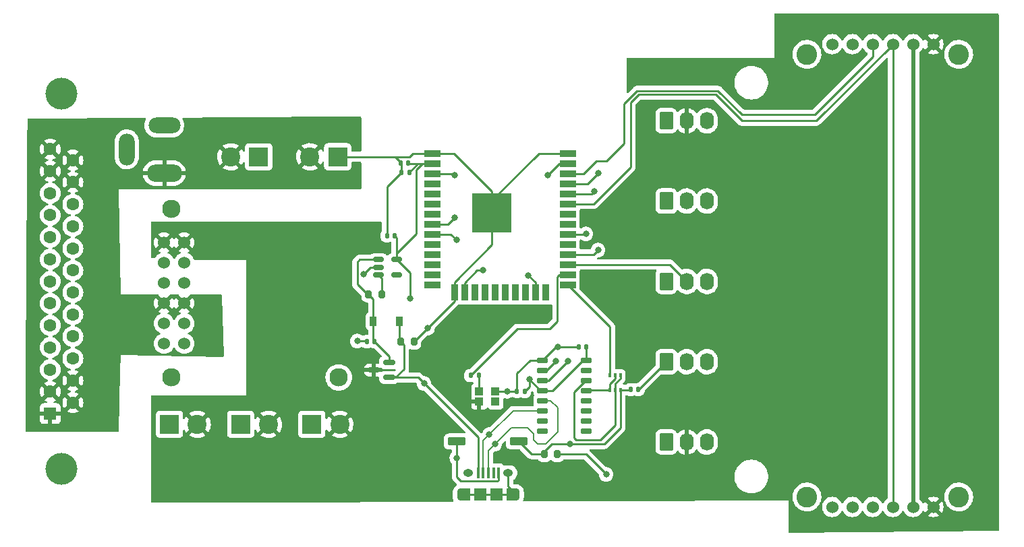
<source format=gbr>
%TF.GenerationSoftware,KiCad,Pcbnew,(6.0.0-0)*%
%TF.CreationDate,2022-12-05T15:29:01-05:00*%
%TF.ProjectId,Dome_Controller_V2,446f6d65-5f43-46f6-9e74-726f6c6c6572,2.0*%
%TF.SameCoordinates,Original*%
%TF.FileFunction,Copper,L1,Top*%
%TF.FilePolarity,Positive*%
%FSLAX46Y46*%
G04 Gerber Fmt 4.6, Leading zero omitted, Abs format (unit mm)*
G04 Created by KiCad (PCBNEW (6.0.0-0)) date 2022-12-05 15:29:01*
%MOMM*%
%LPD*%
G01*
G04 APERTURE LIST*
G04 Aperture macros list*
%AMRoundRect*
0 Rectangle with rounded corners*
0 $1 Rounding radius*
0 $2 $3 $4 $5 $6 $7 $8 $9 X,Y pos of 4 corners*
0 Add a 4 corners polygon primitive as box body*
4,1,4,$2,$3,$4,$5,$6,$7,$8,$9,$2,$3,0*
0 Add four circle primitives for the rounded corners*
1,1,$1+$1,$2,$3*
1,1,$1+$1,$4,$5*
1,1,$1+$1,$6,$7*
1,1,$1+$1,$8,$9*
0 Add four rect primitives between the rounded corners*
20,1,$1+$1,$2,$3,$4,$5,0*
20,1,$1+$1,$4,$5,$6,$7,0*
20,1,$1+$1,$6,$7,$8,$9,0*
20,1,$1+$1,$8,$9,$2,$3,0*%
G04 Aperture macros list end*
%TA.AperFunction,ComponentPad*%
%ADD10R,2.400000X2.400000*%
%TD*%
%TA.AperFunction,ComponentPad*%
%ADD11C,2.400000*%
%TD*%
%TA.AperFunction,SMDPad,CuDef*%
%ADD12RoundRect,0.140000X-0.140000X-0.170000X0.140000X-0.170000X0.140000X0.170000X-0.140000X0.170000X0*%
%TD*%
%TA.AperFunction,SMDPad,CuDef*%
%ADD13R,0.300000X0.500000*%
%TD*%
%TA.AperFunction,SMDPad,CuDef*%
%ADD14R,1.000000X1.000000*%
%TD*%
%TA.AperFunction,ComponentPad*%
%ADD15O,4.400000X2.200000*%
%TD*%
%TA.AperFunction,ComponentPad*%
%ADD16O,4.000000X2.000000*%
%TD*%
%TA.AperFunction,ComponentPad*%
%ADD17O,2.000000X4.000000*%
%TD*%
%TA.AperFunction,SMDPad,CuDef*%
%ADD18RoundRect,0.200000X0.200000X0.275000X-0.200000X0.275000X-0.200000X-0.275000X0.200000X-0.275000X0*%
%TD*%
%TA.AperFunction,SMDPad,CuDef*%
%ADD19RoundRect,0.140000X0.140000X0.170000X-0.140000X0.170000X-0.140000X-0.170000X0.140000X-0.170000X0*%
%TD*%
%TA.AperFunction,ComponentPad*%
%ADD20RoundRect,0.250000X-0.620000X-0.845000X0.620000X-0.845000X0.620000X0.845000X-0.620000X0.845000X0*%
%TD*%
%TA.AperFunction,ComponentPad*%
%ADD21O,1.740000X2.190000*%
%TD*%
%TA.AperFunction,SMDPad,CuDef*%
%ADD22R,0.400000X1.350000*%
%TD*%
%TA.AperFunction,SMDPad,CuDef*%
%ADD23R,1.200000X1.550000*%
%TD*%
%TA.AperFunction,ComponentPad*%
%ADD24O,1.250000X0.950000*%
%TD*%
%TA.AperFunction,SMDPad,CuDef*%
%ADD25R,1.500000X1.550000*%
%TD*%
%TA.AperFunction,ComponentPad*%
%ADD26O,0.890000X1.550000*%
%TD*%
%TA.AperFunction,SMDPad,CuDef*%
%ADD27RoundRect,0.200000X-0.200000X-0.275000X0.200000X-0.275000X0.200000X0.275000X-0.200000X0.275000X0*%
%TD*%
%TA.AperFunction,SMDPad,CuDef*%
%ADD28R,2.000000X0.900000*%
%TD*%
%TA.AperFunction,SMDPad,CuDef*%
%ADD29R,0.900000X2.000000*%
%TD*%
%TA.AperFunction,SMDPad,CuDef*%
%ADD30R,5.000000X5.000000*%
%TD*%
%TA.AperFunction,SMDPad,CuDef*%
%ADD31RoundRect,0.049600X-0.605400X-0.260400X0.605400X-0.260400X0.605400X0.260400X-0.605400X0.260400X0*%
%TD*%
%TA.AperFunction,ComponentPad*%
%ADD32C,1.524000*%
%TD*%
%TA.AperFunction,ComponentPad*%
%ADD33C,2.300000*%
%TD*%
%TA.AperFunction,SMDPad,CuDef*%
%ADD34RoundRect,0.150000X0.587500X0.150000X-0.587500X0.150000X-0.587500X-0.150000X0.587500X-0.150000X0*%
%TD*%
%TA.AperFunction,SMDPad,CuDef*%
%ADD35RoundRect,0.150000X-0.512500X-0.150000X0.512500X-0.150000X0.512500X0.150000X-0.512500X0.150000X0*%
%TD*%
%TA.AperFunction,SMDPad,CuDef*%
%ADD36R,0.914400X1.219200*%
%TD*%
%TA.AperFunction,ComponentPad*%
%ADD37C,2.600000*%
%TD*%
%TA.AperFunction,SMDPad,CuDef*%
%ADD38RoundRect,0.135000X-0.135000X-0.185000X0.135000X-0.185000X0.135000X0.185000X-0.135000X0.185000X0*%
%TD*%
%TA.AperFunction,ComponentPad*%
%ADD39C,4.000000*%
%TD*%
%TA.AperFunction,ComponentPad*%
%ADD40R,1.600000X1.600000*%
%TD*%
%TA.AperFunction,ComponentPad*%
%ADD41C,1.600000*%
%TD*%
%TA.AperFunction,SMDPad,CuDef*%
%ADD42RoundRect,0.100000X-1.000000X-0.400000X1.000000X-0.400000X1.000000X0.400000X-1.000000X0.400000X0*%
%TD*%
%TA.AperFunction,ViaPad*%
%ADD43C,0.800000*%
%TD*%
%TA.AperFunction,Conductor*%
%ADD44C,0.250000*%
%TD*%
%TA.AperFunction,Conductor*%
%ADD45C,0.254000*%
%TD*%
%TA.AperFunction,Conductor*%
%ADD46C,0.500000*%
%TD*%
%TA.AperFunction,Conductor*%
%ADD47C,0.200000*%
%TD*%
G04 APERTURE END LIST*
D10*
%TO.P,J7,1,Pin_1*%
%TO.N,GND*%
X75960000Y-99686000D03*
D11*
%TO.P,J7,2,Pin_2*%
%TO.N,+5V*%
X79460000Y-99686000D03*
%TD*%
D12*
%TO.P,C5,1*%
%TO.N,GND*%
X100734000Y-89292000D03*
%TO.P,C5,2*%
%TO.N,VIN*%
X101694000Y-89292000D03*
%TD*%
D13*
%TO.P,U5,1*%
%TO.N,RTS*%
X132551000Y-93502800D03*
%TO.P,U5,2*%
%TO.N,DTR*%
X131901000Y-93502800D03*
%TO.P,U5,3*%
%TO.N,GPIO0*%
X131251000Y-93502800D03*
%TO.P,U5,4*%
%TO.N,DTR*%
X131251000Y-95352800D03*
%TO.P,U5,5*%
%TO.N,RTS*%
X131901000Y-95352800D03*
%TO.P,U5,6*%
%TO.N,RESET*%
X132551000Y-95352800D03*
%TD*%
D14*
%TO.P,L1,1,DO*%
%TO.N,unconnected-(L1-Pad1)*%
X116881000Y-96845000D03*
%TO.P,L1,2,GND*%
%TO.N,GND*%
X116881000Y-95545000D03*
%TO.P,L1,3,DI*%
%TO.N,Net-(L1-Pad3)*%
X114851000Y-95545000D03*
%TO.P,L1,4,VDD*%
%TO.N,+5V*%
X114851000Y-96845000D03*
%TD*%
D15*
%TO.P,J14,1*%
%TO.N,+12V*%
X75314000Y-68124000D03*
D16*
%TO.P,J14,2*%
%TO.N,GND*%
X75314000Y-62124000D03*
D17*
%TO.P,J14,3*%
X70614000Y-65124000D03*
%TD*%
D18*
%TO.P,R3,1*%
%TO.N,Net-(R3-Pad1)*%
X102613000Y-83374000D03*
%TO.P,R3,2*%
%TO.N,VIN*%
X100963000Y-83374000D03*
%TD*%
D12*
%TO.P,C1,1*%
%TO.N,RESET*%
X133856000Y-95314000D03*
%TO.P,C1,2*%
%TO.N,GND*%
X134816000Y-95314000D03*
%TD*%
D19*
%TO.P,C4,1*%
%TO.N,+3.3V*%
X120548000Y-95556000D03*
%TO.P,C4,2*%
%TO.N,GND*%
X119588000Y-95556000D03*
%TD*%
D20*
%TO.P,J4,1,Pin_1*%
%TO.N,GND*%
X138342000Y-81723000D03*
D21*
%TO.P,J4,2,Pin_2*%
%TO.N,RX_RS*%
X140882000Y-81723000D03*
%TO.P,J4,3,Pin_3*%
%TO.N,TX_RS*%
X143422000Y-81723000D03*
%TD*%
D22*
%TO.P,J1,1,VBUS*%
%TO.N,VBUS*%
X114688000Y-105808000D03*
%TO.P,J1,2,D-*%
%TO.N,D-*%
X115338000Y-105808000D03*
%TO.P,J1,3,D+*%
%TO.N,D+*%
X115988000Y-105808000D03*
%TO.P,J1,4,ID*%
%TO.N,unconnected-(J1-Pad4)*%
X116638000Y-105808000D03*
%TO.P,J1,5,GND*%
%TO.N,GND*%
X117288000Y-105808000D03*
D23*
%TO.P,J1,6,Shield*%
%TO.N,unconnected-(J1-Pad6)*%
X113088000Y-108508000D03*
D24*
X118488000Y-105808000D03*
D25*
X114988000Y-108508000D03*
D26*
X112488000Y-108508000D03*
X119488000Y-108508000D03*
D24*
X113488000Y-105808000D03*
D23*
X118888000Y-108508000D03*
D25*
X116988000Y-108508000D03*
%TD*%
D19*
%TO.P,C3,1*%
%TO.N,+3.3V*%
X106052000Y-68002000D03*
%TO.P,C3,2*%
%TO.N,GND*%
X105092000Y-68002000D03*
%TD*%
D27*
%TO.P,R2,1*%
%TO.N,VBUS*%
X105009000Y-89300000D03*
%TO.P,R2,2*%
%TO.N,GND*%
X106659000Y-89300000D03*
%TD*%
D20*
%TO.P,J10,1,Pin_1*%
%TO.N,GND*%
X138342000Y-61534000D03*
D21*
%TO.P,J10,2,Pin_2*%
%TO.N,+5V*%
X140882000Y-61534000D03*
%TO.P,J10,3,Pin_3*%
%TO.N,TX_PSI*%
X143422000Y-61534000D03*
%TD*%
D19*
%TO.P,C7,1*%
%TO.N,+3.3V*%
X104216000Y-75998000D03*
%TO.P,C7,2*%
%TO.N,GND*%
X103256000Y-75998000D03*
%TD*%
%TO.P,C2,1*%
%TO.N,+3.3V*%
X105960000Y-66878000D03*
%TO.P,C2,2*%
%TO.N,GND*%
X105000000Y-66878000D03*
%TD*%
D10*
%TO.P,J9,1,Pin_1*%
%TO.N,GND*%
X84899000Y-99686000D03*
D11*
%TO.P,J9,2,Pin_2*%
%TO.N,+5V*%
X88399000Y-99686000D03*
%TD*%
D20*
%TO.P,J11,1,Pin_1*%
%TO.N,GND*%
X138342000Y-91817500D03*
D21*
%TO.P,J11,2,Pin_2*%
%TO.N,RX_FU*%
X140882000Y-91817500D03*
%TO.P,J11,3,Pin_3*%
%TO.N,TX_FU*%
X143422000Y-91817500D03*
%TD*%
D28*
%TO.P,U1,1,GND*%
%TO.N,GND*%
X108956000Y-65637000D03*
%TO.P,U1,2,3V3*%
%TO.N,+3.3V*%
X108956000Y-66907000D03*
%TO.P,U1,3,EN*%
%TO.N,RESET*%
X108956000Y-68177000D03*
%TO.P,U1,4,SENSOR_VP*%
%TO.N,unconnected-(U1-Pad4)*%
X108956000Y-69447000D03*
%TO.P,U1,5,SENSOR_VN*%
%TO.N,unconnected-(U1-Pad5)*%
X108956000Y-70717000D03*
%TO.P,U1,6,IO34*%
%TO.N,unconnected-(U1-Pad6)*%
X108956000Y-71987000D03*
%TO.P,U1,7,IO35*%
%TO.N,unconnected-(U1-Pad7)*%
X108956000Y-73257000D03*
%TO.P,U1,8,IO32*%
%TO.N,TX_HP*%
X108956000Y-74527000D03*
%TO.P,U1,9,IO33*%
%TO.N,RX_HP*%
X108956000Y-75797000D03*
%TO.P,U1,10,IO25*%
%TO.N,unconnected-(U1-Pad10)*%
X108956000Y-77067000D03*
%TO.P,U1,11,IO26*%
%TO.N,unconnected-(U1-Pad11)*%
X108956000Y-78337000D03*
%TO.P,U1,12,IO27*%
%TO.N,unconnected-(U1-Pad12)*%
X108956000Y-79607000D03*
%TO.P,U1,13,IO14*%
%TO.N,unconnected-(U1-Pad13)*%
X108956000Y-80877000D03*
%TO.P,U1,14,IO12*%
%TO.N,unconnected-(U1-Pad14)*%
X108956000Y-82147000D03*
D29*
%TO.P,U1,15,GND*%
%TO.N,GND*%
X111741000Y-83147000D03*
%TO.P,U1,16,IO13*%
%TO.N,TX_PSI*%
X113011000Y-83147000D03*
%TO.P,U1,17,SD2*%
%TO.N,unconnected-(U1-Pad17)*%
X114281000Y-83147000D03*
%TO.P,U1,18,SD3*%
%TO.N,unconnected-(U1-Pad18)*%
X115551000Y-83147000D03*
%TO.P,U1,19,CMD*%
%TO.N,unconnected-(U1-Pad19)*%
X116821000Y-83147000D03*
%TO.P,U1,20,CLK*%
%TO.N,unconnected-(U1-Pad20)*%
X118091000Y-83147000D03*
%TO.P,U1,21,SD0*%
%TO.N,unconnected-(U1-Pad21)*%
X119361000Y-83147000D03*
%TO.P,U1,22,SD1*%
%TO.N,unconnected-(U1-Pad22)*%
X120631000Y-83147000D03*
%TO.P,U1,23,IO15*%
%TO.N,TX_RS*%
X121901000Y-83147000D03*
%TO.P,U1,24,IO2*%
%TO.N,unconnected-(U1-Pad24)*%
X123171000Y-83147000D03*
D28*
%TO.P,U1,25,IO0*%
%TO.N,GPIO0*%
X125956000Y-82147000D03*
%TO.P,U1,26,IO4*%
%TO.N,ST_LED_D*%
X125956000Y-80877000D03*
%TO.P,U1,27,IO16*%
%TO.N,RX_RS*%
X125956000Y-79607000D03*
%TO.P,U1,28,IO17*%
%TO.N,TX_FU*%
X125956000Y-78337000D03*
%TO.P,U1,29,IO5*%
%TO.N,unconnected-(U1-Pad29)*%
X125956000Y-77067000D03*
%TO.P,U1,30,IO18*%
%TO.N,RX_FU*%
X125956000Y-75797000D03*
%TO.P,U1,31,IO19*%
%TO.N,unconnected-(U1-Pad31)*%
X125956000Y-74527000D03*
%TO.P,U1,32,NC*%
%TO.N,unconnected-(U1-Pad32)*%
X125956000Y-73257000D03*
%TO.P,U1,33,IO21*%
%TO.N,SDA*%
X125956000Y-71987000D03*
%TO.P,U1,34,RXD0*%
%TO.N,RXD0*%
X125956000Y-70717000D03*
%TO.P,U1,35,TXD0*%
%TO.N,TXD0*%
X125956000Y-69447000D03*
%TO.P,U1,36,IO22*%
%TO.N,SCL*%
X125956000Y-68177000D03*
%TO.P,U1,37,IO23*%
%TO.N,CL_D*%
X125956000Y-66907000D03*
%TO.P,U1,38,GND*%
%TO.N,GND*%
X125956000Y-65637000D03*
D30*
%TO.P,U1,39,GND*%
X116456000Y-73137000D03*
%TD*%
D31*
%TO.P,U4,1,GND*%
%TO.N,GND*%
X122801000Y-91635000D03*
%TO.P,U4,2,TXD*%
%TO.N,RXD0*%
X122801000Y-92905000D03*
%TO.P,U4,3,RXD*%
%TO.N,TXD0*%
X122801000Y-94175000D03*
%TO.P,U4,4,V3*%
%TO.N,+3.3V*%
X122801000Y-95445000D03*
%TO.P,U4,5,UD+*%
%TO.N,D+*%
X122801000Y-96715000D03*
%TO.P,U4,6,UD-*%
%TO.N,D-*%
X122801000Y-97985000D03*
%TO.P,U4,7,NC.*%
%TO.N,unconnected-(U4-Pad7)*%
X122801000Y-99255000D03*
%TO.P,U4,8,~{OUT}*%
%TO.N,unconnected-(U4-Pad8)*%
X122801000Y-100525000D03*
%TO.P,U4,9,~{CTS}*%
%TO.N,unconnected-(U4-Pad9)*%
X128301000Y-100525000D03*
%TO.P,U4,10,~{DSR}*%
%TO.N,unconnected-(U4-Pad10)*%
X128301000Y-99255000D03*
%TO.P,U4,11,~{RI}*%
%TO.N,unconnected-(U4-Pad11)*%
X128301000Y-97985000D03*
%TO.P,U4,12,~{DCD}*%
%TO.N,unconnected-(U4-Pad12)*%
X128301000Y-96715000D03*
%TO.P,U4,13,~{DTR}*%
%TO.N,DTR*%
X128301000Y-95445000D03*
%TO.P,U4,14,~{RTS}*%
%TO.N,RTS*%
X128301000Y-94175000D03*
%TO.P,U4,15,R232*%
%TO.N,unconnected-(U4-Pad15)*%
X128301000Y-92905000D03*
%TO.P,U4,16,VCC*%
%TO.N,+3.3V*%
X128301000Y-91635000D03*
%TD*%
D10*
%TO.P,J8,1,Pin_1*%
%TO.N,GND*%
X93838000Y-99686000D03*
D11*
%TO.P,J8,2,Pin_2*%
%TO.N,+5V*%
X97338000Y-99686000D03*
%TD*%
D32*
%TO.P,U6,1,VOUT*%
%TO.N,+5V*%
X75279000Y-76841000D03*
%TO.P,U6,2,GND*%
%TO.N,GND*%
X75279000Y-79381000D03*
%TO.P,U6,3,GND*%
X75279000Y-81921000D03*
%TO.P,U6,4,VIN*%
%TO.N,+12V*%
X75279000Y-84461000D03*
%TO.P,U6,5,VRP*%
%TO.N,unconnected-(U6-Pad5)*%
X75279000Y-87001000D03*
%TO.P,U6,6,EN*%
%TO.N,unconnected-(U6-Pad6)*%
X75279000Y-89541000D03*
%TO.P,U6,7,PG*%
%TO.N,unconnected-(U6-Pad7)*%
X77819000Y-89541000D03*
%TO.P,U6,8,VRP*%
%TO.N,unconnected-(U6-Pad8)*%
X77819000Y-87001000D03*
%TO.P,U6,9,VIN*%
%TO.N,+12V*%
X77819000Y-84461000D03*
%TO.P,U6,10,GND*%
%TO.N,GND*%
X77819000Y-81921000D03*
%TO.P,U6,11,GND*%
X77819000Y-79381000D03*
%TO.P,U6,12,VOUT*%
%TO.N,+5V*%
X77819000Y-76841000D03*
D33*
%TO.P,U6,13*%
%TO.N,N/C*%
X76209000Y-72591000D03*
%TO.P,U6,14*%
X76209000Y-93791000D03*
%TO.P,U6,15*%
X97209000Y-93791000D03*
%TD*%
D19*
%TO.P,C6,1*%
%TO.N,+3.3V*%
X128288000Y-89980000D03*
%TO.P,C6,2*%
%TO.N,GND*%
X127328000Y-89980000D03*
%TD*%
D34*
%TO.P,U2,1,1*%
%TO.N,VBUS*%
X103517500Y-93816000D03*
%TO.P,U2,2,2*%
%TO.N,VIN*%
X103517500Y-91916000D03*
%TO.P,U2,3,3*%
%TO.N,+5V*%
X101642500Y-92866000D03*
%TD*%
D10*
%TO.P,J5,1,Pin_1*%
%TO.N,GND*%
X87160000Y-66064000D03*
D11*
%TO.P,J5,2,Pin_2*%
%TO.N,+12V*%
X83660000Y-66064000D03*
%TD*%
D35*
%TO.P,U3,1,VIN*%
%TO.N,VIN*%
X102178500Y-79000000D03*
%TO.P,U3,2,VSS*%
%TO.N,GND*%
X102178500Y-79950000D03*
%TO.P,U3,3,CE*%
%TO.N,Net-(R3-Pad1)*%
X102178500Y-80900000D03*
%TO.P,U3,4,NC*%
%TO.N,unconnected-(U3-Pad4)*%
X104453500Y-80900000D03*
%TO.P,U3,5,VOUT*%
%TO.N,+3.3V*%
X104453500Y-79000000D03*
%TD*%
D36*
%TO.P,CR1,A,A*%
%TO.N,VBUS*%
X104820800Y-86742500D03*
%TO.P,CR1,C,C*%
%TO.N,VIN*%
X101544200Y-86742500D03*
%TD*%
D32*
%TO.P,U7,1,GND*%
%TO.N,GND*%
X159144000Y-110077000D03*
%TO.P,U7,2,OE*%
%TO.N,unconnected-(U7-Pad2)*%
X161684000Y-110077000D03*
%TO.P,U7,3,SCL*%
%TO.N,SCL*%
X164224000Y-110077000D03*
%TO.P,U7,4,SDA*%
%TO.N,SDA*%
X166764000Y-110077000D03*
%TO.P,U7,5,VCC*%
%TO.N,+3.3V*%
X169304000Y-110077000D03*
%TO.P,U7,6,V+*%
%TO.N,+5V*%
X171844000Y-110077000D03*
%TO.P,U7,7,GND*%
%TO.N,GND*%
X159144000Y-51911000D03*
%TO.P,U7,8,OE*%
%TO.N,unconnected-(U7-Pad8)*%
X161684000Y-51911000D03*
%TO.P,U7,9,SCL*%
%TO.N,SCL*%
X164224000Y-51911000D03*
%TO.P,U7,10,SDA*%
%TO.N,SDA*%
X166764000Y-51911000D03*
%TO.P,U7,11,VCC*%
%TO.N,+3.3V*%
X169304000Y-51911000D03*
%TO.P,U7,12,V+*%
%TO.N,+5V*%
X171844000Y-51911000D03*
D37*
%TO.P,U7,13*%
%TO.N,N/C*%
X155969000Y-53181000D03*
X175019000Y-53181000D03*
X175019000Y-108807000D03*
X155969000Y-108807000D03*
%TD*%
D10*
%TO.P,J6,1,Pin_1*%
%TO.N,GND*%
X97086000Y-66060000D03*
D11*
%TO.P,J6,2,Pin_2*%
%TO.N,+12V*%
X93586000Y-66060000D03*
%TD*%
D38*
%TO.P,R4,1*%
%TO.N,ST_LED_D*%
X113764000Y-93558000D03*
%TO.P,R4,2*%
%TO.N,Net-(L1-Pad3)*%
X114784000Y-93558000D03*
%TD*%
D39*
%TO.P,J13,0,PAD*%
%TO.N,unconnected-(J13-Pad0)*%
X62423338Y-105272000D03*
X62423338Y-58172000D03*
D40*
%TO.P,J13,1,1*%
%TO.N,+12V*%
X61003338Y-98342000D03*
D41*
%TO.P,J13,2,2*%
X61003338Y-95572000D03*
%TO.P,J13,3,3*%
%TO.N,GND*%
X61003338Y-92802000D03*
%TO.P,J13,4,4*%
X61003338Y-90032000D03*
%TO.P,J13,5,5*%
%TO.N,VBUS*%
X61003338Y-87262000D03*
%TO.P,J13,6,6*%
%TO.N,D-*%
X61003338Y-84492000D03*
%TO.P,J13,7,7*%
%TO.N,unconnected-(J13-Pad7)*%
X61003338Y-81722000D03*
%TO.P,J13,8,8*%
%TO.N,unconnected-(J13-Pad8)*%
X61003338Y-78952000D03*
%TO.P,J13,9,9*%
%TO.N,unconnected-(J13-Pad9)*%
X61003338Y-76182000D03*
%TO.P,J13,10,10*%
%TO.N,GND*%
X61003338Y-73412000D03*
%TO.P,J13,11,11*%
X61003338Y-70642000D03*
%TO.P,J13,12,12*%
%TO.N,+12V*%
X61003338Y-67872000D03*
%TO.P,J13,13,13*%
X61003338Y-65102000D03*
%TO.P,J13,14,P14*%
X63843338Y-96957000D03*
%TO.P,J13,15,P15*%
X63843338Y-94187000D03*
%TO.P,J13,16,P16*%
%TO.N,GND*%
X63843338Y-91417000D03*
%TO.P,J13,17,P17*%
X63843338Y-88647000D03*
%TO.P,J13,18,P18*%
X63843338Y-85877000D03*
%TO.P,J13,19,P19*%
%TO.N,D+*%
X63843338Y-83107000D03*
%TO.P,J13,20,P20*%
%TO.N,unconnected-(J13-Pad20)*%
X63843338Y-80337000D03*
%TO.P,J13,21,P21*%
%TO.N,unconnected-(J13-Pad21)*%
X63843338Y-77567000D03*
%TO.P,J13,22,P22*%
%TO.N,GND*%
X63843338Y-74797000D03*
%TO.P,J13,23,P23*%
X63843338Y-72027000D03*
%TO.P,J13,24,P24*%
%TO.N,+12V*%
X63843338Y-69257000D03*
%TO.P,J13,25,P25*%
X63843338Y-66487000D03*
%TD*%
D20*
%TO.P,J12,1,Pin_1*%
%TO.N,GND*%
X138342000Y-71628500D03*
D21*
%TO.P,J12,2,Pin_2*%
%TO.N,RX_HP*%
X140882000Y-71628500D03*
%TO.P,J12,3,Pin_3*%
%TO.N,TX_HP*%
X143422000Y-71628500D03*
%TD*%
D18*
%TO.P,R1,1*%
%TO.N,+3.3V*%
X124657000Y-103440000D03*
%TO.P,R1,2*%
%TO.N,RESET*%
X123007000Y-103440000D03*
%TD*%
D42*
%TO.P,SW1,1,1*%
%TO.N,GND*%
X112027000Y-101841000D03*
%TO.P,SW1,2,2*%
%TO.N,RESET*%
X119827000Y-101841000D03*
%TD*%
D20*
%TO.P,J16,1,Pin_1*%
%TO.N,GND*%
X138342000Y-101912000D03*
D21*
%TO.P,J16,2,Pin_2*%
%TO.N,+5V*%
X140882000Y-101912000D03*
%TO.P,J16,3,Pin_3*%
%TO.N,CL_D*%
X143422000Y-101912000D03*
%TD*%
D43*
%TO.N,RX_FU*%
X128240000Y-75756000D03*
%TO.N,GND*%
X112027000Y-103907000D03*
X108346500Y-87612500D03*
X118357000Y-95545000D03*
X124684000Y-89980000D03*
X100300000Y-80836000D03*
X99538000Y-89218000D03*
%TO.N,+3.3V*%
X121128000Y-94044000D03*
X106142000Y-83884000D03*
X130780000Y-105982000D03*
%TO.N,VBUS*%
X107920000Y-94552000D03*
%TO.N,D-*%
X116111500Y-100965500D03*
%TO.N,D+*%
X116810000Y-102172000D03*
%TO.N,+5V*%
X111730000Y-95568000D03*
X126208000Y-105474000D03*
X107920000Y-101918000D03*
X124176000Y-107506000D03*
X107666000Y-104458000D03*
X108174000Y-97600000D03*
X104872000Y-99378000D03*
X131288000Y-84646000D03*
%TO.N,TX_RS*%
X121001000Y-80963000D03*
%TO.N,CL_D*%
X123414000Y-68390000D03*
%TO.N,TX_HP*%
X111730000Y-73724000D03*
%TO.N,RX_HP*%
X111984000Y-76518000D03*
%TO.N,TX_FU*%
X129764000Y-77788000D03*
%TO.N,TX_PSI*%
X115286000Y-80328000D03*
%TO.N,TXD0*%
X125954000Y-91758000D03*
X129764000Y-68136000D03*
%TO.N,RXD0*%
X124430000Y-91758000D03*
X129256000Y-70422000D03*
%TO.N,RESET*%
X126208000Y-102172000D03*
X111730000Y-68390000D03*
%TD*%
D44*
%TO.N,RX_FU*%
X128199000Y-75797000D02*
X128240000Y-75756000D01*
X125956000Y-75797000D02*
X128199000Y-75797000D01*
%TO.N,GND*%
X100734000Y-89292000D02*
X100660000Y-89218000D01*
X111706000Y-65637000D02*
X108956000Y-65637000D01*
X117288000Y-106682022D02*
X117288000Y-105808000D01*
X111741000Y-84218000D02*
X108346500Y-87612500D01*
X119577000Y-95545000D02*
X118357000Y-95545000D01*
X124684000Y-89980000D02*
X124456000Y-89980000D01*
X124456000Y-89980000D02*
X122801000Y-91635000D01*
X105000000Y-66740000D02*
X104320000Y-66060000D01*
X108346500Y-87612500D02*
X106659000Y-89300000D01*
X104320000Y-66060000D02*
X106108930Y-66060000D01*
X112027000Y-106279000D02*
X112555511Y-106807511D01*
X103256000Y-69838000D02*
X105092000Y-68002000D01*
X111741000Y-81841000D02*
X116456000Y-77126000D01*
X122357000Y-65637000D02*
X125956000Y-65637000D01*
X105092000Y-66970000D02*
X105000000Y-66878000D01*
X116456000Y-77126000D02*
X116456000Y-73137000D01*
X106108930Y-66060000D02*
X106531930Y-65637000D01*
X101186000Y-79950000D02*
X100300000Y-80836000D01*
X112027000Y-103907000D02*
X112027000Y-106279000D01*
X100660000Y-89218000D02*
X99538000Y-89218000D01*
X112555511Y-106807511D02*
X117162511Y-106807511D01*
X127328000Y-89980000D02*
X124684000Y-89980000D01*
X105092000Y-68002000D02*
X105092000Y-66970000D01*
X134845500Y-95314000D02*
X138342000Y-91817500D01*
X97086000Y-66060000D02*
X104320000Y-66060000D01*
X117162511Y-106807511D02*
X117288000Y-106682022D01*
X122801000Y-91635000D02*
X121251000Y-91635000D01*
X111741000Y-83147000D02*
X111741000Y-81841000D01*
X119588000Y-95556000D02*
X119577000Y-95545000D01*
X112027000Y-101841000D02*
X112027000Y-103907000D01*
X134816000Y-95314000D02*
X134845500Y-95314000D01*
X106531930Y-65637000D02*
X108956000Y-65637000D01*
X116456000Y-71538000D02*
X122357000Y-65637000D01*
X111741000Y-83147000D02*
X111741000Y-84218000D01*
X121251000Y-91635000D02*
X119588000Y-93298000D01*
X116456000Y-73137000D02*
X116456000Y-70387000D01*
X118357000Y-95545000D02*
X116881000Y-95545000D01*
X116456000Y-70387000D02*
X111706000Y-65637000D01*
X119588000Y-93298000D02*
X119588000Y-95556000D01*
X116456000Y-73137000D02*
X116456000Y-71538000D01*
X103256000Y-75998000D02*
X103256000Y-69838000D01*
X102178500Y-79950000D02*
X101186000Y-79950000D01*
X105000000Y-66878000D02*
X105000000Y-66740000D01*
%TO.N,+3.3V*%
X104453500Y-76235500D02*
X104453500Y-79000000D01*
X106142000Y-80688500D02*
X106142000Y-83884000D01*
X122529000Y-95445000D02*
X121128000Y-94044000D01*
X106904000Y-75756000D02*
X106904000Y-67709000D01*
X104453500Y-79000000D02*
X104453500Y-78206500D01*
X121128000Y-94976000D02*
X120548000Y-95556000D01*
X128301000Y-89993000D02*
X128288000Y-89980000D01*
X104216000Y-75998000D02*
X104453500Y-76235500D01*
X106904000Y-67709000D02*
X107706000Y-66907000D01*
D45*
X124657000Y-103440000D02*
X128238000Y-103440000D01*
D44*
X127855000Y-91635000D02*
X124045000Y-95445000D01*
D46*
X169304000Y-51911000D02*
X169304000Y-110077000D01*
D44*
X107706000Y-66907000D02*
X108956000Y-66907000D01*
X105989000Y-66907000D02*
X105960000Y-66878000D01*
X128301000Y-91635000D02*
X128301000Y-89993000D01*
X104453500Y-79000000D02*
X106142000Y-80688500D01*
D45*
X128238000Y-103440000D02*
X130780000Y-105982000D01*
D44*
X121128000Y-94044000D02*
X121128000Y-94976000D01*
X108956000Y-66907000D02*
X105989000Y-66907000D01*
X107147000Y-66907000D02*
X106052000Y-68002000D01*
X124045000Y-95445000D02*
X122801000Y-95445000D01*
X104453500Y-78206500D02*
X106904000Y-75756000D01*
X128301000Y-91635000D02*
X127855000Y-91635000D01*
X122801000Y-95445000D02*
X122529000Y-95445000D01*
X108956000Y-66907000D02*
X107147000Y-66907000D01*
%TO.N,VIN*%
X102178500Y-79000000D02*
X99850000Y-79000000D01*
X99538000Y-82106000D02*
X100806000Y-83374000D01*
X101544200Y-83955200D02*
X101544200Y-86742500D01*
X103517500Y-91115500D02*
X101694000Y-89292000D01*
X101544200Y-86742500D02*
X101544200Y-89142200D01*
X100806000Y-83374000D02*
X100963000Y-83374000D01*
X99538000Y-79312000D02*
X99538000Y-82106000D01*
X100963000Y-83374000D02*
X101544200Y-83955200D01*
X101544200Y-89142200D02*
X101694000Y-89292000D01*
X99850000Y-79000000D02*
X99538000Y-79312000D01*
X103517500Y-91916000D02*
X103517500Y-91115500D01*
%TO.N,VBUS*%
X104820800Y-86742500D02*
X104820800Y-89111800D01*
X114688000Y-101320000D02*
X107920000Y-94552000D01*
X104338000Y-93816000D02*
X105380000Y-92774000D01*
X114688000Y-105808000D02*
X114688000Y-101320000D01*
X103517500Y-93816000D02*
X104338000Y-93816000D01*
X104820800Y-89111800D02*
X105009000Y-89300000D01*
X107184000Y-93816000D02*
X103517500Y-93816000D01*
X105380000Y-92774000D02*
X105380000Y-89671000D01*
X105380000Y-89671000D02*
X105009000Y-89300000D01*
X107920000Y-94552000D02*
X107184000Y-93816000D01*
D47*
%TO.N,D-*%
X119092000Y-97985000D02*
X122801000Y-97985000D01*
X116111500Y-100965500D02*
X119092000Y-97985000D01*
X115338000Y-105808000D02*
X115338000Y-101739000D01*
X115338000Y-101739000D02*
X116111500Y-100965500D01*
%TO.N,D+*%
X123160000Y-102172000D02*
X124684000Y-100648000D01*
X121636000Y-101664000D02*
X122144000Y-102172000D01*
X124684000Y-97600000D02*
X123799000Y-96715000D01*
X121636000Y-100902000D02*
X121636000Y-101664000D01*
X120874000Y-100140000D02*
X121636000Y-100902000D01*
X115988000Y-102994000D02*
X116810000Y-102172000D01*
X118842000Y-100140000D02*
X120874000Y-100140000D01*
X116810000Y-102172000D02*
X118842000Y-100140000D01*
X124684000Y-100648000D02*
X124684000Y-97600000D01*
X115988000Y-105808000D02*
X115988000Y-102994000D01*
X122144000Y-102172000D02*
X123160000Y-102172000D01*
X123799000Y-96715000D02*
X122801000Y-96715000D01*
D45*
%TO.N,unconnected-(J1-Pad6)*%
X116988000Y-108508000D02*
X114988000Y-108508000D01*
X114988000Y-108508000D02*
X113088000Y-108508000D01*
X119488000Y-108508000D02*
X116988000Y-108508000D01*
X118488000Y-105808000D02*
X118488000Y-107508000D01*
X118488000Y-107508000D02*
X119488000Y-108508000D01*
D44*
%TO.N,SCL*%
X164224000Y-53488000D02*
X164224000Y-51911000D01*
X144808480Y-57780480D02*
X147798000Y-60770000D01*
X129510000Y-66612000D02*
X130780000Y-66612000D01*
X132999480Y-59438803D02*
X134657803Y-57780480D01*
X147798000Y-60770000D02*
X156942000Y-60770000D01*
X134657803Y-57780480D02*
X144808480Y-57780480D01*
X156942000Y-60770000D02*
X164224000Y-53488000D01*
X125956000Y-68177000D02*
X127945000Y-68177000D01*
X132999480Y-64392520D02*
X132999480Y-59438803D01*
X127945000Y-68177000D02*
X129510000Y-66612000D01*
X130780000Y-66612000D02*
X132999480Y-64392520D01*
%TO.N,SDA*%
X125956000Y-71987000D02*
X129215000Y-71987000D01*
X129215000Y-71987000D02*
X133828000Y-67374000D01*
D45*
X166764000Y-110077000D02*
X166764000Y-51911000D01*
D44*
X147798000Y-61532000D02*
X157143000Y-61532000D01*
X133828000Y-67374000D02*
X133828000Y-59246000D01*
X133828000Y-59246000D02*
X134844000Y-58230000D01*
X134844000Y-58230000D02*
X144496000Y-58230000D01*
X144496000Y-58230000D02*
X147798000Y-61532000D01*
X157143000Y-61532000D02*
X166764000Y-51911000D01*
%TO.N,RX_RS*%
X125956000Y-79607000D02*
X138766000Y-79607000D01*
X138766000Y-79607000D02*
X140882000Y-81723000D01*
%TO.N,TX_RS*%
X121901000Y-81863000D02*
X121001000Y-80963000D01*
X121901000Y-83147000D02*
X121901000Y-81863000D01*
%TO.N,CL_D*%
X124897000Y-66907000D02*
X123414000Y-68390000D01*
X125956000Y-66907000D02*
X124897000Y-66907000D01*
%TO.N,Net-(R3-Pad1)*%
X102613000Y-83374000D02*
X102613000Y-81334500D01*
X102613000Y-81334500D02*
X102178500Y-80900000D01*
%TO.N,ST_LED_D*%
X124631489Y-86730511D02*
X124631489Y-81142511D01*
X124631489Y-81142511D02*
X124897000Y-80877000D01*
X119628000Y-87694000D02*
X123668000Y-87694000D01*
X113764000Y-93558000D02*
X119628000Y-87694000D01*
X123668000Y-87694000D02*
X124631489Y-86730511D01*
X124897000Y-80877000D02*
X125956000Y-80877000D01*
%TO.N,TX_HP*%
X110927000Y-74527000D02*
X111730000Y-73724000D01*
X108956000Y-74527000D02*
X110927000Y-74527000D01*
%TO.N,RX_HP*%
X111263000Y-75797000D02*
X111984000Y-76518000D01*
X108956000Y-75797000D02*
X111263000Y-75797000D01*
%TO.N,TX_FU*%
X125956000Y-78337000D02*
X129215000Y-78337000D01*
X129215000Y-78337000D02*
X129764000Y-77788000D01*
%TO.N,TX_PSI*%
X113011000Y-83147000D02*
X113011000Y-81897000D01*
X114580000Y-80328000D02*
X115286000Y-80328000D01*
X113011000Y-81897000D02*
X114580000Y-80328000D01*
%TO.N,GPIO0*%
X131251000Y-93502800D02*
X131251000Y-87442000D01*
X131251000Y-87442000D02*
X125956000Y-82147000D01*
%TO.N,TXD0*%
X123537000Y-94175000D02*
X125954000Y-91758000D01*
X122801000Y-94175000D02*
X123537000Y-94175000D01*
X128453000Y-69447000D02*
X129764000Y-68136000D01*
X125956000Y-69447000D02*
X128453000Y-69447000D01*
%TO.N,RXD0*%
X122801000Y-92905000D02*
X123283000Y-92905000D01*
X123283000Y-92905000D02*
X124430000Y-91758000D01*
X128961000Y-70717000D02*
X129256000Y-70422000D01*
X125956000Y-70717000D02*
X128961000Y-70717000D01*
%TO.N,DTR*%
X131251000Y-94589000D02*
X131901000Y-93939000D01*
X128301000Y-95445000D02*
X128393200Y-95352800D01*
X131251000Y-95352800D02*
X131251000Y-94589000D01*
X128393200Y-95352800D02*
X131251000Y-95352800D01*
X131901000Y-93939000D02*
X131901000Y-93502800D01*
%TO.N,RTS*%
X131901000Y-95352800D02*
X131901000Y-94574718D01*
X126716000Y-95635115D02*
X126716000Y-101410000D01*
X128176115Y-94175000D02*
X126716000Y-95635115D01*
X131901000Y-99781000D02*
X131901000Y-95352800D01*
X130018000Y-101664000D02*
X131901000Y-99781000D01*
X128301000Y-94175000D02*
X128176115Y-94175000D01*
X132551000Y-93924718D02*
X132551000Y-93502800D01*
X126970000Y-101664000D02*
X130018000Y-101664000D01*
X131901000Y-94574718D02*
X132551000Y-93924718D01*
X126716000Y-101410000D02*
X126970000Y-101664000D01*
%TO.N,RESET*%
X108956000Y-68177000D02*
X111517000Y-68177000D01*
X123922000Y-102172000D02*
X126208000Y-102172000D01*
X133817200Y-95352800D02*
X133856000Y-95314000D01*
X132558000Y-100140000D02*
X132551000Y-100133000D01*
X123007000Y-103440000D02*
X123007000Y-103087000D01*
X121426000Y-103440000D02*
X119827000Y-101841000D01*
X123007000Y-103087000D02*
X123922000Y-102172000D01*
X132551000Y-100133000D02*
X132551000Y-95352800D01*
X123007000Y-103440000D02*
X121426000Y-103440000D01*
X130526000Y-102172000D02*
X132558000Y-100140000D01*
X111517000Y-68177000D02*
X111730000Y-68390000D01*
X126208000Y-102172000D02*
X130526000Y-102172000D01*
X132551000Y-95352800D02*
X133817200Y-95352800D01*
%TO.N,Net-(L1-Pad3)*%
X114784000Y-93558000D02*
X114784000Y-95478000D01*
X114784000Y-95478000D02*
X114851000Y-95545000D01*
%TD*%
%TA.AperFunction,Conductor*%
%TO.N,+5V*%
G36*
X179998121Y-48090002D02*
G01*
X180044614Y-48143658D01*
X180056000Y-48196000D01*
X180056000Y-112969206D01*
X180035998Y-113037327D01*
X179982342Y-113083820D01*
X179931211Y-113095200D01*
X153767210Y-113346777D01*
X153698902Y-113327431D01*
X153651895Y-113274225D01*
X153640000Y-113220783D01*
X153640000Y-109284000D01*
X153626354Y-109284043D01*
X153626353Y-109284043D01*
X129983943Y-109359099D01*
X120480621Y-109389268D01*
X120412437Y-109369483D01*
X120365774Y-109315975D01*
X120355447Y-109245733D01*
X120364584Y-109213228D01*
X120399020Y-109133652D01*
X120399020Y-109133651D01*
X120401554Y-109127796D01*
X120415792Y-109059644D01*
X120440176Y-108942927D01*
X120440176Y-108942923D01*
X120441167Y-108938182D01*
X120441500Y-108931828D01*
X120441500Y-108759526D01*
X154156050Y-108759526D01*
X154156274Y-108764192D01*
X154156274Y-108764197D01*
X154159072Y-108822446D01*
X154168947Y-109028019D01*
X154221388Y-109291656D01*
X154312220Y-109544646D01*
X154314432Y-109548762D01*
X154314433Y-109548765D01*
X154324571Y-109567633D01*
X154439450Y-109781431D01*
X154442241Y-109785168D01*
X154442245Y-109785175D01*
X154554720Y-109935796D01*
X154600281Y-109996810D01*
X154603590Y-110000090D01*
X154603595Y-110000096D01*
X154742897Y-110138187D01*
X154791180Y-110186050D01*
X154794942Y-110188808D01*
X154794945Y-110188811D01*
X154823250Y-110209565D01*
X155007954Y-110344995D01*
X155012089Y-110347171D01*
X155012093Y-110347173D01*
X155167536Y-110428956D01*
X155245840Y-110470154D01*
X155354215Y-110508000D01*
X155481424Y-110552423D01*
X155499613Y-110558775D01*
X155504206Y-110559647D01*
X155759109Y-110608042D01*
X155759112Y-110608042D01*
X155763698Y-110608913D01*
X155891370Y-110613929D01*
X156027625Y-110619283D01*
X156027630Y-110619283D01*
X156032293Y-110619466D01*
X156136607Y-110608042D01*
X156294844Y-110590713D01*
X156294850Y-110590712D01*
X156299497Y-110590203D01*
X156304021Y-110589012D01*
X156554918Y-110522956D01*
X156554920Y-110522955D01*
X156559441Y-110521765D01*
X156591480Y-110508000D01*
X156802120Y-110417502D01*
X156802122Y-110417501D01*
X156806414Y-110415657D01*
X156987212Y-110303776D01*
X157031017Y-110276669D01*
X157031021Y-110276666D01*
X157034990Y-110274210D01*
X157240149Y-110100530D01*
X157417382Y-109898434D01*
X157441394Y-109861104D01*
X157560269Y-109676291D01*
X157562797Y-109672361D01*
X157673199Y-109427278D01*
X157704590Y-109315975D01*
X157744893Y-109173072D01*
X157744894Y-109173069D01*
X157746163Y-109168568D01*
X157755286Y-109096860D01*
X157779688Y-108905045D01*
X157779688Y-108905041D01*
X157780086Y-108901915D01*
X157780625Y-108881355D01*
X157781477Y-108848779D01*
X157782571Y-108807000D01*
X157762650Y-108538937D01*
X157721789Y-108358354D01*
X157704361Y-108281331D01*
X157704360Y-108281326D01*
X157703327Y-108276763D01*
X157605902Y-108026238D01*
X157472518Y-107792864D01*
X157306105Y-107581769D01*
X157110317Y-107397591D01*
X156946066Y-107283645D01*
X156893299Y-107247039D01*
X156893296Y-107247037D01*
X156889457Y-107244374D01*
X156866036Y-107232824D01*
X156652564Y-107127551D01*
X156652561Y-107127550D01*
X156648376Y-107125486D01*
X156600745Y-107110239D01*
X156546621Y-107092914D01*
X156392370Y-107043538D01*
X156387763Y-107042788D01*
X156387760Y-107042787D01*
X156131674Y-107001081D01*
X156131675Y-107001081D01*
X156127063Y-107000330D01*
X155996719Y-106998624D01*
X155862961Y-106996873D01*
X155862958Y-106996873D01*
X155858284Y-106996812D01*
X155591937Y-107033060D01*
X155333874Y-107108278D01*
X155089763Y-107220815D01*
X155071446Y-107232824D01*
X154868881Y-107365631D01*
X154868876Y-107365635D01*
X154864968Y-107368197D01*
X154664426Y-107547188D01*
X154492544Y-107753854D01*
X154353096Y-107983656D01*
X154351287Y-107987970D01*
X154351285Y-107987974D01*
X154313611Y-108077818D01*
X154249148Y-108231545D01*
X154182981Y-108492077D01*
X154156050Y-108759526D01*
X120441500Y-108759526D01*
X120441500Y-108129592D01*
X120433028Y-108046186D01*
X120427487Y-107991632D01*
X120427487Y-107991630D01*
X120426842Y-107985284D01*
X120368915Y-107800439D01*
X120275003Y-107631018D01*
X120270847Y-107626169D01*
X120153102Y-107488793D01*
X120153100Y-107488791D01*
X120148943Y-107483941D01*
X120034182Y-107394923D01*
X120000933Y-107369132D01*
X120000930Y-107369130D01*
X119995884Y-107365216D01*
X119822077Y-107279693D01*
X119815907Y-107278086D01*
X119815902Y-107278084D01*
X119640806Y-107232475D01*
X119640803Y-107232475D01*
X119634624Y-107230865D01*
X119561040Y-107227009D01*
X119554068Y-107226448D01*
X119536134Y-107224500D01*
X119516467Y-107224500D01*
X119509873Y-107224327D01*
X119447563Y-107221061D01*
X119447559Y-107221061D01*
X119441182Y-107220727D01*
X119434868Y-107221682D01*
X119434865Y-107221682D01*
X119429178Y-107222542D01*
X119425602Y-107223083D01*
X119406763Y-107224500D01*
X119249500Y-107224500D01*
X119181379Y-107204498D01*
X119134886Y-107150842D01*
X119123500Y-107098500D01*
X119123500Y-106737604D01*
X119143502Y-106669483D01*
X119188412Y-106627403D01*
X119196607Y-106622860D01*
X119202191Y-106619765D01*
X119312776Y-106524983D01*
X119349052Y-106493891D01*
X119349053Y-106493890D01*
X119353896Y-106489739D01*
X119357805Y-106484700D01*
X119472445Y-106336907D01*
X119472447Y-106336904D01*
X119476357Y-106331863D01*
X119482758Y-106318856D01*
X119561752Y-106158318D01*
X119564571Y-106152589D01*
X119614935Y-105959238D01*
X119621366Y-105836522D01*
X119625058Y-105766089D01*
X119625058Y-105766085D01*
X119625392Y-105759708D01*
X119595514Y-105562152D01*
X119586713Y-105538230D01*
X119528727Y-105380629D01*
X119528727Y-105380628D01*
X119526523Y-105374639D01*
X119421235Y-105204828D01*
X119283953Y-105059656D01*
X119120284Y-104945054D01*
X118936914Y-104865702D01*
X118741334Y-104824844D01*
X118736478Y-104824589D01*
X118736439Y-104824587D01*
X118736423Y-104824587D01*
X118734771Y-104824500D01*
X118288066Y-104824500D01*
X118274943Y-104825833D01*
X118145566Y-104838974D01*
X118145562Y-104838975D01*
X118139220Y-104839619D01*
X118047898Y-104868238D01*
X118033494Y-104872752D01*
X117962509Y-104874037D01*
X117902098Y-104836740D01*
X117894988Y-104828084D01*
X117892302Y-104824500D01*
X117851261Y-104769739D01*
X117734705Y-104682385D01*
X117598316Y-104631255D01*
X117536134Y-104624500D01*
X117039866Y-104624500D01*
X116977684Y-104631255D01*
X116977420Y-104628826D01*
X116948580Y-104628826D01*
X116948316Y-104631255D01*
X116889531Y-104624869D01*
X116886134Y-104624500D01*
X116722500Y-104624500D01*
X116654379Y-104604498D01*
X116607886Y-104550842D01*
X116596500Y-104498500D01*
X116596500Y-103298239D01*
X116616502Y-103230118D01*
X116633405Y-103209144D01*
X116725144Y-103117405D01*
X116787456Y-103083379D01*
X116814239Y-103080500D01*
X116905487Y-103080500D01*
X116911939Y-103079128D01*
X116911944Y-103079128D01*
X117021761Y-103055785D01*
X117092288Y-103040794D01*
X117098319Y-103038109D01*
X117260722Y-102965803D01*
X117260724Y-102965802D01*
X117266752Y-102963118D01*
X117421253Y-102850866D01*
X117427047Y-102844431D01*
X117544621Y-102713852D01*
X117544622Y-102713851D01*
X117549040Y-102708944D01*
X117644527Y-102543556D01*
X117703542Y-102361928D01*
X117723504Y-102172000D01*
X117723316Y-102170215D01*
X117742816Y-102103805D01*
X117759718Y-102082831D01*
X117798931Y-102043618D01*
X118003405Y-101839143D01*
X118065717Y-101805119D01*
X118136532Y-101810183D01*
X118193368Y-101852730D01*
X118218179Y-101919250D01*
X118218500Y-101928239D01*
X118218501Y-102103805D01*
X118218501Y-102280884D01*
X118234162Y-102399850D01*
X118237322Y-102407478D01*
X118272395Y-102492152D01*
X118295476Y-102547876D01*
X118300502Y-102554426D01*
X118387985Y-102668434D01*
X118393013Y-102674987D01*
X118399563Y-102680013D01*
X118399566Y-102680016D01*
X118456569Y-102723755D01*
X118520125Y-102772524D01*
X118668150Y-102833838D01*
X118676338Y-102834916D01*
X118783021Y-102848961D01*
X118787115Y-102849500D01*
X118871476Y-102849500D01*
X119887405Y-102849499D01*
X119955526Y-102869501D01*
X119976500Y-102886404D01*
X120922343Y-103832247D01*
X120929887Y-103840537D01*
X120934000Y-103847018D01*
X120939777Y-103852443D01*
X120983667Y-103893658D01*
X120986509Y-103896413D01*
X121006230Y-103916134D01*
X121009425Y-103918612D01*
X121018447Y-103926318D01*
X121050679Y-103956586D01*
X121057628Y-103960406D01*
X121068432Y-103966346D01*
X121084956Y-103977199D01*
X121100959Y-103989613D01*
X121141543Y-104007176D01*
X121152173Y-104012383D01*
X121190940Y-104033695D01*
X121198617Y-104035666D01*
X121198622Y-104035668D01*
X121210558Y-104038732D01*
X121229266Y-104045137D01*
X121247855Y-104053181D01*
X121255680Y-104054420D01*
X121255682Y-104054421D01*
X121291519Y-104060097D01*
X121303140Y-104062504D01*
X121338289Y-104071528D01*
X121345970Y-104073500D01*
X121366231Y-104073500D01*
X121385940Y-104075051D01*
X121405943Y-104078219D01*
X121413835Y-104077473D01*
X121419062Y-104076979D01*
X121449954Y-104074059D01*
X121461811Y-104073500D01*
X122124775Y-104073500D01*
X122192896Y-104093502D01*
X122232551Y-104134229D01*
X122237043Y-104141646D01*
X122245361Y-104155381D01*
X122366619Y-104276639D01*
X122513301Y-104365472D01*
X122520548Y-104367743D01*
X122520550Y-104367744D01*
X122586836Y-104388517D01*
X122676938Y-104416753D01*
X122750365Y-104423500D01*
X122753263Y-104423500D01*
X123007665Y-104423499D01*
X123263634Y-104423499D01*
X123266492Y-104423236D01*
X123266501Y-104423236D01*
X123302004Y-104419974D01*
X123337062Y-104416753D01*
X123343447Y-104414752D01*
X123493450Y-104367744D01*
X123493452Y-104367743D01*
X123500699Y-104365472D01*
X123647381Y-104276639D01*
X123742905Y-104181115D01*
X123805217Y-104147089D01*
X123876032Y-104152154D01*
X123921095Y-104181115D01*
X124016619Y-104276639D01*
X124163301Y-104365472D01*
X124170548Y-104367743D01*
X124170550Y-104367744D01*
X124236836Y-104388517D01*
X124326938Y-104416753D01*
X124400365Y-104423500D01*
X124403263Y-104423500D01*
X124657665Y-104423499D01*
X124913634Y-104423499D01*
X124916492Y-104423236D01*
X124916501Y-104423236D01*
X124952004Y-104419974D01*
X124987062Y-104416753D01*
X124993447Y-104414752D01*
X125143450Y-104367744D01*
X125143452Y-104367743D01*
X125150699Y-104365472D01*
X125297381Y-104276639D01*
X125418639Y-104155381D01*
X125430239Y-104136227D01*
X125482636Y-104088322D01*
X125538014Y-104075500D01*
X127922578Y-104075500D01*
X127990699Y-104095502D01*
X128011673Y-104112405D01*
X128924999Y-105025732D01*
X129833210Y-105933943D01*
X129867236Y-105996255D01*
X129869425Y-106009868D01*
X129885028Y-106158318D01*
X129886458Y-106171928D01*
X129945473Y-106353556D01*
X129948776Y-106359278D01*
X129948777Y-106359279D01*
X129972569Y-106400488D01*
X130040960Y-106518944D01*
X130045378Y-106523851D01*
X130045379Y-106523852D01*
X130134100Y-106622387D01*
X130168747Y-106660866D01*
X130323248Y-106773118D01*
X130329276Y-106775802D01*
X130329278Y-106775803D01*
X130491681Y-106848109D01*
X130497712Y-106850794D01*
X130591112Y-106870647D01*
X130678056Y-106889128D01*
X130678061Y-106889128D01*
X130684513Y-106890500D01*
X130875487Y-106890500D01*
X130881939Y-106889128D01*
X130881944Y-106889128D01*
X130968887Y-106870647D01*
X131062288Y-106850794D01*
X131068319Y-106848109D01*
X131230722Y-106775803D01*
X131230724Y-106775802D01*
X131236752Y-106773118D01*
X131391253Y-106660866D01*
X131425900Y-106622387D01*
X131514621Y-106523852D01*
X131514622Y-106523851D01*
X131519040Y-106518944D01*
X131587431Y-106400488D01*
X131597699Y-106382703D01*
X146890743Y-106382703D01*
X146891302Y-106386947D01*
X146891302Y-106386951D01*
X146904888Y-106490142D01*
X146928268Y-106667734D01*
X146929401Y-106671874D01*
X146929401Y-106671876D01*
X146939747Y-106709694D01*
X147004129Y-106945036D01*
X147005813Y-106948984D01*
X147114800Y-107204498D01*
X147116923Y-107209476D01*
X147170329Y-107298711D01*
X147244740Y-107423042D01*
X147264561Y-107456161D01*
X147444313Y-107680528D01*
X147652851Y-107878423D01*
X147675787Y-107894904D01*
X147858557Y-108026238D01*
X147886317Y-108046186D01*
X147890112Y-108048195D01*
X147890113Y-108048196D01*
X147911869Y-108059715D01*
X148140392Y-108180712D01*
X148164699Y-108189607D01*
X148402864Y-108276763D01*
X148410373Y-108279511D01*
X148691264Y-108340755D01*
X148719841Y-108343004D01*
X148914282Y-108358307D01*
X148914291Y-108358307D01*
X148916739Y-108358500D01*
X149072271Y-108358500D01*
X149074407Y-108358354D01*
X149074418Y-108358354D01*
X149282548Y-108344165D01*
X149282554Y-108344164D01*
X149286825Y-108343873D01*
X149291020Y-108343004D01*
X149291022Y-108343004D01*
X149427583Y-108314724D01*
X149568342Y-108285574D01*
X149839343Y-108189607D01*
X149955620Y-108129592D01*
X150091005Y-108059715D01*
X150091006Y-108059715D01*
X150094812Y-108057750D01*
X150098313Y-108055289D01*
X150098317Y-108055287D01*
X150212418Y-107975095D01*
X150330023Y-107892441D01*
X150408403Y-107819606D01*
X150537479Y-107699661D01*
X150537481Y-107699658D01*
X150540622Y-107696740D01*
X150722713Y-107474268D01*
X150872927Y-107229142D01*
X150919054Y-107124063D01*
X150986757Y-106969830D01*
X150988483Y-106965898D01*
X151020881Y-106852166D01*
X151044503Y-106769237D01*
X151067244Y-106689406D01*
X151107751Y-106404784D01*
X151107845Y-106386951D01*
X151109235Y-106121583D01*
X151109235Y-106121576D01*
X151109257Y-106117297D01*
X151071732Y-105832266D01*
X150995871Y-105554964D01*
X150948991Y-105445056D01*
X150884763Y-105294476D01*
X150884761Y-105294472D01*
X150883077Y-105290524D01*
X150747679Y-105064290D01*
X150737643Y-105047521D01*
X150737640Y-105047517D01*
X150735439Y-105043839D01*
X150555687Y-104819472D01*
X150360271Y-104634029D01*
X150350258Y-104624527D01*
X150350255Y-104624525D01*
X150347149Y-104621577D01*
X150113683Y-104453814D01*
X150091843Y-104442250D01*
X150055931Y-104423236D01*
X149859608Y-104319288D01*
X149589627Y-104220489D01*
X149308736Y-104159245D01*
X149277685Y-104156801D01*
X149085718Y-104141693D01*
X149085709Y-104141693D01*
X149083261Y-104141500D01*
X148927729Y-104141500D01*
X148925593Y-104141646D01*
X148925582Y-104141646D01*
X148717452Y-104155835D01*
X148717446Y-104155836D01*
X148713175Y-104156127D01*
X148708980Y-104156996D01*
X148708978Y-104156996D01*
X148690817Y-104160757D01*
X148431658Y-104214426D01*
X148160657Y-104310393D01*
X148156848Y-104312359D01*
X147941516Y-104423500D01*
X147905188Y-104442250D01*
X147901687Y-104444711D01*
X147901683Y-104444713D01*
X147895801Y-104448847D01*
X147669977Y-104607559D01*
X147459378Y-104803260D01*
X147277287Y-105025732D01*
X147127073Y-105270858D01*
X147011517Y-105534102D01*
X147010342Y-105538229D01*
X147010341Y-105538230D01*
X146991401Y-105604721D01*
X146932756Y-105810594D01*
X146892249Y-106095216D01*
X146892227Y-106099505D01*
X146892226Y-106099512D01*
X146890804Y-106370970D01*
X146890743Y-106382703D01*
X131597699Y-106382703D01*
X131611223Y-106359279D01*
X131611224Y-106359278D01*
X131614527Y-106353556D01*
X131673542Y-106171928D01*
X131674973Y-106158318D01*
X131692814Y-105988565D01*
X131693504Y-105982000D01*
X131673542Y-105792072D01*
X131614527Y-105610444D01*
X131519040Y-105445056D01*
X131450754Y-105369216D01*
X131395675Y-105308045D01*
X131395674Y-105308044D01*
X131391253Y-105303134D01*
X131236752Y-105190882D01*
X131230724Y-105188198D01*
X131230722Y-105188197D01*
X131068319Y-105115891D01*
X131068318Y-105115891D01*
X131062288Y-105113206D01*
X130968883Y-105093352D01*
X130881944Y-105074872D01*
X130881939Y-105074872D01*
X130875487Y-105073500D01*
X130822422Y-105073500D01*
X130754301Y-105053498D01*
X130733327Y-105036595D01*
X129751154Y-104054421D01*
X128743250Y-103046517D01*
X128735674Y-103038191D01*
X128731553Y-103031697D01*
X128722665Y-103023351D01*
X128720963Y-103020453D01*
X128720721Y-103020161D01*
X128720768Y-103020122D01*
X128686699Y-102962140D01*
X128689536Y-102891200D01*
X128730275Y-102833055D01*
X128795983Y-102806166D01*
X128808917Y-102805500D01*
X130447233Y-102805500D01*
X130458416Y-102806027D01*
X130465909Y-102807702D01*
X130473835Y-102807453D01*
X130473836Y-102807453D01*
X130475522Y-102807400D01*
X136963500Y-102807400D01*
X136963837Y-102810646D01*
X136963837Y-102810650D01*
X136972195Y-102891200D01*
X136974474Y-102913166D01*
X136976655Y-102919702D01*
X136976655Y-102919704D01*
X136990813Y-102962140D01*
X137030450Y-103080946D01*
X137123522Y-103231348D01*
X137248697Y-103356305D01*
X137254927Y-103360145D01*
X137254928Y-103360146D01*
X137392090Y-103444694D01*
X137399262Y-103449115D01*
X137441815Y-103463229D01*
X137560611Y-103502632D01*
X137560613Y-103502632D01*
X137567139Y-103504797D01*
X137573975Y-103505497D01*
X137573978Y-103505498D01*
X137617031Y-103509909D01*
X137671600Y-103515500D01*
X139012400Y-103515500D01*
X139015646Y-103515163D01*
X139015650Y-103515163D01*
X139111308Y-103505238D01*
X139111312Y-103505237D01*
X139118166Y-103504526D01*
X139124702Y-103502345D01*
X139124704Y-103502345D01*
X139256806Y-103458272D01*
X139285946Y-103448550D01*
X139436348Y-103355478D01*
X139561305Y-103230303D01*
X139638749Y-103104667D01*
X139654115Y-103079738D01*
X139656132Y-103080982D01*
X139695537Y-103036225D01*
X139763813Y-103016761D01*
X139831774Y-103037300D01*
X139853989Y-103055785D01*
X139961924Y-103168930D01*
X139969892Y-103175979D01*
X140148952Y-103309203D01*
X140157982Y-103314802D01*
X140356931Y-103415953D01*
X140366792Y-103419956D01*
X140579929Y-103486138D01*
X140590309Y-103488420D01*
X140610043Y-103491036D01*
X140624207Y-103488840D01*
X140628000Y-103475655D01*
X140628000Y-103473627D01*
X141136000Y-103473627D01*
X141139973Y-103487158D01*
X141150580Y-103488683D01*
X141274188Y-103462748D01*
X141284384Y-103459688D01*
X141491952Y-103377716D01*
X141501489Y-103372982D01*
X141692285Y-103257204D01*
X141700878Y-103250938D01*
X141869441Y-103104667D01*
X141876861Y-103097036D01*
X142018368Y-102924458D01*
X142024393Y-102915691D01*
X142042989Y-102883022D01*
X142094071Y-102833715D01*
X142163702Y-102819854D01*
X142229773Y-102845837D01*
X142257011Y-102874987D01*
X142278818Y-102907378D01*
X142343798Y-103003896D01*
X142347477Y-103007753D01*
X142347479Y-103007755D01*
X142393298Y-103055785D01*
X142505276Y-103173168D01*
X142692965Y-103312813D01*
X142697716Y-103315229D01*
X142697720Y-103315231D01*
X142896744Y-103416420D01*
X142901500Y-103418838D01*
X143124917Y-103488210D01*
X143130204Y-103488911D01*
X143130205Y-103488911D01*
X143351545Y-103518248D01*
X143351549Y-103518248D01*
X143356829Y-103518948D01*
X143362158Y-103518748D01*
X143362160Y-103518748D01*
X143473717Y-103514560D01*
X143590604Y-103510172D01*
X143693019Y-103488683D01*
X143814332Y-103463229D01*
X143814335Y-103463228D01*
X143819559Y-103462132D01*
X144037146Y-103376203D01*
X144146860Y-103309627D01*
X144232583Y-103257609D01*
X144232586Y-103257607D01*
X144237144Y-103254841D01*
X144413834Y-103101517D01*
X144562165Y-102920614D01*
X144635680Y-102791468D01*
X144675255Y-102721945D01*
X144675256Y-102721943D01*
X144677896Y-102717305D01*
X144757716Y-102497404D01*
X144799344Y-102267197D01*
X144800500Y-102242684D01*
X144800500Y-101628262D01*
X144794437Y-101556803D01*
X144786156Y-101459209D01*
X144786155Y-101459205D01*
X144785705Y-101453898D01*
X144773075Y-101405237D01*
X144728275Y-101232629D01*
X144728274Y-101232625D01*
X144726933Y-101227460D01*
X144700080Y-101167847D01*
X144633045Y-101019036D01*
X144630850Y-101014163D01*
X144500202Y-100820104D01*
X144488053Y-100807368D01*
X144421909Y-100738032D01*
X144338724Y-100650832D01*
X144151035Y-100511187D01*
X144146284Y-100508771D01*
X144146280Y-100508769D01*
X143947256Y-100407580D01*
X143947255Y-100407580D01*
X143942500Y-100405162D01*
X143719083Y-100335790D01*
X143713796Y-100335089D01*
X143713795Y-100335089D01*
X143492455Y-100305752D01*
X143492451Y-100305752D01*
X143487171Y-100305052D01*
X143481842Y-100305252D01*
X143481840Y-100305252D01*
X143386346Y-100308837D01*
X143253396Y-100313828D01*
X143169411Y-100331450D01*
X143029668Y-100360771D01*
X143029665Y-100360772D01*
X143024441Y-100361868D01*
X142806854Y-100447797D01*
X142802290Y-100450566D01*
X142802291Y-100450566D01*
X142611417Y-100566391D01*
X142611414Y-100566393D01*
X142606856Y-100569159D01*
X142430166Y-100722483D01*
X142281835Y-100903386D01*
X142279196Y-100908022D01*
X142279194Y-100908025D01*
X142260423Y-100941001D01*
X142209341Y-100990307D01*
X142139711Y-101004169D01*
X142073640Y-100978186D01*
X142046401Y-100949036D01*
X141962790Y-100824845D01*
X141956129Y-100816559D01*
X141802076Y-100655070D01*
X141794108Y-100648021D01*
X141615048Y-100514797D01*
X141606018Y-100509198D01*
X141407069Y-100408047D01*
X141397208Y-100404044D01*
X141184071Y-100337862D01*
X141173691Y-100335580D01*
X141153957Y-100332964D01*
X141139793Y-100335160D01*
X141136000Y-100348345D01*
X141136000Y-103473627D01*
X140628000Y-103473627D01*
X140628000Y-100350373D01*
X140624027Y-100336842D01*
X140613420Y-100335317D01*
X140489812Y-100361252D01*
X140479616Y-100364312D01*
X140272048Y-100446284D01*
X140262511Y-100451018D01*
X140071715Y-100566796D01*
X140063122Y-100573062D01*
X139894559Y-100719333D01*
X139887138Y-100726965D01*
X139859827Y-100760272D01*
X139801167Y-100800266D01*
X139730197Y-100802197D01*
X139669449Y-100765452D01*
X139654196Y-100742654D01*
X139653550Y-100743054D01*
X139619406Y-100687878D01*
X139560478Y-100592652D01*
X139435303Y-100467695D01*
X139399840Y-100445835D01*
X139290968Y-100378725D01*
X139290966Y-100378724D01*
X139284738Y-100374885D01*
X139199663Y-100346667D01*
X139123389Y-100321368D01*
X139123387Y-100321368D01*
X139116861Y-100319203D01*
X139110025Y-100318503D01*
X139110022Y-100318502D01*
X139062449Y-100313628D01*
X139012400Y-100308500D01*
X137671600Y-100308500D01*
X137668354Y-100308837D01*
X137668350Y-100308837D01*
X137572692Y-100318762D01*
X137572688Y-100318763D01*
X137565834Y-100319474D01*
X137559298Y-100321655D01*
X137559296Y-100321655D01*
X137455465Y-100356296D01*
X137398054Y-100375450D01*
X137247652Y-100468522D01*
X137122695Y-100593697D01*
X137118855Y-100599927D01*
X137118854Y-100599928D01*
X137045252Y-100719333D01*
X137029885Y-100744262D01*
X136974203Y-100912139D01*
X136973503Y-100918975D01*
X136973502Y-100918978D01*
X136969824Y-100954875D01*
X136963500Y-101016600D01*
X136963500Y-102807400D01*
X130475522Y-102807400D01*
X130533986Y-102805562D01*
X130537945Y-102805500D01*
X130565856Y-102805500D01*
X130569791Y-102805003D01*
X130569856Y-102804995D01*
X130581693Y-102804062D01*
X130613951Y-102803048D01*
X130617970Y-102802922D01*
X130625889Y-102802673D01*
X130645343Y-102797021D01*
X130664700Y-102793013D01*
X130676930Y-102791468D01*
X130676931Y-102791468D01*
X130684797Y-102790474D01*
X130692168Y-102787555D01*
X130692170Y-102787555D01*
X130725912Y-102774196D01*
X130737142Y-102770351D01*
X130771983Y-102760229D01*
X130771984Y-102760229D01*
X130779593Y-102758018D01*
X130786412Y-102753985D01*
X130786417Y-102753983D01*
X130797028Y-102747707D01*
X130814776Y-102739012D01*
X130833617Y-102731552D01*
X130869387Y-102705564D01*
X130879307Y-102699048D01*
X130910535Y-102680580D01*
X130910538Y-102680578D01*
X130917362Y-102676542D01*
X130931683Y-102662221D01*
X130946717Y-102649380D01*
X130956694Y-102642131D01*
X130963107Y-102637472D01*
X130991298Y-102603395D01*
X130999288Y-102594616D01*
X132955190Y-100638715D01*
X132973463Y-100623598D01*
X132973707Y-100623432D01*
X132980270Y-100618972D01*
X132988157Y-100610027D01*
X133017403Y-100576853D01*
X133022822Y-100571083D01*
X133034135Y-100559770D01*
X133036560Y-100556644D01*
X133036565Y-100556638D01*
X133043941Y-100547128D01*
X133048990Y-100541025D01*
X133080877Y-100504857D01*
X133080880Y-100504852D01*
X133086120Y-100498909D01*
X133089856Y-100491577D01*
X133102569Y-100471545D01*
X133102756Y-100471304D01*
X133102757Y-100471303D01*
X133107614Y-100465041D01*
X133110760Y-100457771D01*
X133110763Y-100457766D01*
X133129922Y-100413491D01*
X133133284Y-100406344D01*
X133158785Y-100356296D01*
X133160583Y-100348254D01*
X133167908Y-100325710D01*
X133168034Y-100325419D01*
X133168035Y-100325415D01*
X133171181Y-100318145D01*
X133179968Y-100262666D01*
X133181451Y-100254891D01*
X133189815Y-100217474D01*
X133193701Y-100200091D01*
X133193442Y-100191859D01*
X133194932Y-100168191D01*
X133196220Y-100160057D01*
X133193400Y-100130223D01*
X133190934Y-100104136D01*
X133190437Y-100096236D01*
X133188922Y-100048036D01*
X133188673Y-100040110D01*
X133186460Y-100032494D01*
X133186051Y-100029909D01*
X133184500Y-100010198D01*
X133184500Y-96143993D01*
X133204502Y-96075872D01*
X133258158Y-96029379D01*
X133328432Y-96019275D01*
X133374639Y-96035539D01*
X133442839Y-96075872D01*
X133456403Y-96083894D01*
X133464014Y-96086105D01*
X133464016Y-96086106D01*
X133499900Y-96096531D01*
X133613746Y-96129606D01*
X133620151Y-96130110D01*
X133620156Y-96130111D01*
X133648060Y-96132307D01*
X133648068Y-96132307D01*
X133650516Y-96132500D01*
X134061484Y-96132500D01*
X134063932Y-96132307D01*
X134063940Y-96132307D01*
X134091844Y-96130111D01*
X134091849Y-96130110D01*
X134098254Y-96129606D01*
X134212100Y-96096531D01*
X134247984Y-96086106D01*
X134247986Y-96086105D01*
X134255597Y-96083894D01*
X134264718Y-96078500D01*
X134271863Y-96074275D01*
X134340680Y-96056817D01*
X134400137Y-96074275D01*
X134407282Y-96078500D01*
X134416403Y-96083894D01*
X134424014Y-96086105D01*
X134424016Y-96086106D01*
X134459900Y-96096531D01*
X134573746Y-96129606D01*
X134580151Y-96130110D01*
X134580156Y-96130111D01*
X134608060Y-96132307D01*
X134608068Y-96132307D01*
X134610516Y-96132500D01*
X135021484Y-96132500D01*
X135023932Y-96132307D01*
X135023940Y-96132307D01*
X135051844Y-96130111D01*
X135051849Y-96130110D01*
X135058254Y-96129606D01*
X135172100Y-96096531D01*
X135207984Y-96086106D01*
X135207986Y-96086105D01*
X135215597Y-96083894D01*
X135229162Y-96075872D01*
X135349808Y-96004522D01*
X135356629Y-96000488D01*
X135472488Y-95884629D01*
X135480059Y-95871827D01*
X135551859Y-95750420D01*
X135551859Y-95750419D01*
X135555894Y-95743597D01*
X135601606Y-95586254D01*
X135602466Y-95575339D01*
X135604307Y-95551940D01*
X135604307Y-95551932D01*
X135604500Y-95549484D01*
X135604500Y-95503094D01*
X135624502Y-95434973D01*
X135641405Y-95413999D01*
X137597499Y-93457905D01*
X137659811Y-93423879D01*
X137686594Y-93421000D01*
X139012400Y-93421000D01*
X139015646Y-93420663D01*
X139015650Y-93420663D01*
X139111308Y-93410738D01*
X139111312Y-93410737D01*
X139118166Y-93410026D01*
X139124702Y-93407845D01*
X139124704Y-93407845D01*
X139278998Y-93356368D01*
X139285946Y-93354050D01*
X139436348Y-93260978D01*
X139561305Y-93135803D01*
X139569187Y-93123017D01*
X139654115Y-92985238D01*
X139656262Y-92986562D01*
X139695312Y-92942210D01*
X139763589Y-92922748D01*
X139831549Y-92943288D01*
X139853761Y-92961772D01*
X139961590Y-93074806D01*
X139961602Y-93074816D01*
X139965276Y-93078668D01*
X139969554Y-93081851D01*
X140024883Y-93123017D01*
X140152965Y-93218313D01*
X140157716Y-93220729D01*
X140157720Y-93220731D01*
X140329387Y-93308011D01*
X140361500Y-93324338D01*
X140584917Y-93393710D01*
X140590204Y-93394411D01*
X140590205Y-93394411D01*
X140811545Y-93423748D01*
X140811549Y-93423748D01*
X140816829Y-93424448D01*
X140822158Y-93424248D01*
X140822160Y-93424248D01*
X140933716Y-93420060D01*
X141050604Y-93415672D01*
X141162813Y-93392128D01*
X141274332Y-93368729D01*
X141274335Y-93368728D01*
X141279559Y-93367632D01*
X141497146Y-93281703D01*
X141611146Y-93212526D01*
X141692583Y-93163109D01*
X141692586Y-93163107D01*
X141697144Y-93160341D01*
X141873834Y-93007017D01*
X142022165Y-92826114D01*
X142024801Y-92821484D01*
X142024804Y-92821479D01*
X142043301Y-92788984D01*
X142094384Y-92739678D01*
X142164015Y-92725817D01*
X142230085Y-92751801D01*
X142257323Y-92780950D01*
X142260834Y-92786165D01*
X142343798Y-92909396D01*
X142347477Y-92913253D01*
X142347479Y-92913255D01*
X142398870Y-92967126D01*
X142505276Y-93078668D01*
X142509554Y-93081851D01*
X142564883Y-93123017D01*
X142692965Y-93218313D01*
X142697716Y-93220729D01*
X142697720Y-93220731D01*
X142869387Y-93308011D01*
X142901500Y-93324338D01*
X143124917Y-93393710D01*
X143130204Y-93394411D01*
X143130205Y-93394411D01*
X143351545Y-93423748D01*
X143351549Y-93423748D01*
X143356829Y-93424448D01*
X143362158Y-93424248D01*
X143362160Y-93424248D01*
X143473716Y-93420060D01*
X143590604Y-93415672D01*
X143702813Y-93392128D01*
X143814332Y-93368729D01*
X143814335Y-93368728D01*
X143819559Y-93367632D01*
X144037146Y-93281703D01*
X144151146Y-93212526D01*
X144232583Y-93163109D01*
X144232586Y-93163107D01*
X144237144Y-93160341D01*
X144413834Y-93007017D01*
X144562165Y-92826114D01*
X144650400Y-92671108D01*
X144675255Y-92627445D01*
X144675256Y-92627443D01*
X144677896Y-92622805D01*
X144757716Y-92402904D01*
X144764019Y-92368051D01*
X144785744Y-92247906D01*
X144799344Y-92172697D01*
X144800500Y-92148184D01*
X144800500Y-91533762D01*
X144788000Y-91386444D01*
X144786156Y-91364709D01*
X144786155Y-91364705D01*
X144785705Y-91359398D01*
X144777419Y-91327474D01*
X144728275Y-91138129D01*
X144728274Y-91138125D01*
X144726933Y-91132960D01*
X144714603Y-91105587D01*
X144633045Y-90924536D01*
X144630850Y-90919663D01*
X144623795Y-90909183D01*
X144566768Y-90824478D01*
X144500202Y-90725604D01*
X144470796Y-90694778D01*
X144382278Y-90601988D01*
X144338724Y-90556332D01*
X144151035Y-90416687D01*
X144146284Y-90414271D01*
X144146280Y-90414269D01*
X143947256Y-90313080D01*
X143947255Y-90313080D01*
X143942500Y-90310662D01*
X143719083Y-90241290D01*
X143713796Y-90240589D01*
X143713795Y-90240589D01*
X143492455Y-90211252D01*
X143492451Y-90211252D01*
X143487171Y-90210552D01*
X143481842Y-90210752D01*
X143481840Y-90210752D01*
X143386346Y-90214337D01*
X143253396Y-90219328D01*
X143179591Y-90234814D01*
X143029668Y-90266271D01*
X143029665Y-90266272D01*
X143024441Y-90267368D01*
X142806854Y-90353297D01*
X142802290Y-90356066D01*
X142802291Y-90356066D01*
X142611417Y-90471891D01*
X142611414Y-90471893D01*
X142606856Y-90474659D01*
X142430166Y-90627983D01*
X142281835Y-90808886D01*
X142279199Y-90813516D01*
X142279196Y-90813521D01*
X142260699Y-90846016D01*
X142209616Y-90895322D01*
X142139985Y-90909183D01*
X142073915Y-90883199D01*
X142046677Y-90854050D01*
X142007330Y-90795606D01*
X141960202Y-90725604D01*
X141930796Y-90694778D01*
X141842278Y-90601988D01*
X141798724Y-90556332D01*
X141611035Y-90416687D01*
X141606284Y-90414271D01*
X141606280Y-90414269D01*
X141407256Y-90313080D01*
X141407255Y-90313080D01*
X141402500Y-90310662D01*
X141179083Y-90241290D01*
X141173796Y-90240589D01*
X141173795Y-90240589D01*
X140952455Y-90211252D01*
X140952451Y-90211252D01*
X140947171Y-90210552D01*
X140941842Y-90210752D01*
X140941840Y-90210752D01*
X140846346Y-90214337D01*
X140713396Y-90219328D01*
X140639591Y-90234814D01*
X140489668Y-90266271D01*
X140489665Y-90266272D01*
X140484441Y-90267368D01*
X140266854Y-90353297D01*
X140262290Y-90356066D01*
X140262291Y-90356066D01*
X140071417Y-90471891D01*
X140071414Y-90471893D01*
X140066856Y-90474659D01*
X139890166Y-90627983D01*
X139871467Y-90650789D01*
X139859593Y-90665270D01*
X139800933Y-90705264D01*
X139729962Y-90707195D01*
X139669214Y-90670450D01*
X139654267Y-90648110D01*
X139653550Y-90648554D01*
X139564332Y-90504380D01*
X139560478Y-90498152D01*
X139435303Y-90373195D01*
X139337779Y-90313080D01*
X139290968Y-90284225D01*
X139290966Y-90284224D01*
X139284738Y-90280385D01*
X139147345Y-90234814D01*
X139123389Y-90226868D01*
X139123387Y-90226868D01*
X139116861Y-90224703D01*
X139110025Y-90224003D01*
X139110022Y-90224002D01*
X139062449Y-90219128D01*
X139012400Y-90214000D01*
X137671600Y-90214000D01*
X137668354Y-90214337D01*
X137668350Y-90214337D01*
X137572692Y-90224262D01*
X137572688Y-90224263D01*
X137565834Y-90224974D01*
X137559298Y-90227155D01*
X137559296Y-90227155D01*
X137519030Y-90240589D01*
X137398054Y-90280950D01*
X137247652Y-90374022D01*
X137122695Y-90499197D01*
X137118855Y-90505427D01*
X137118854Y-90505428D01*
X137040767Y-90632109D01*
X137029885Y-90649762D01*
X137006009Y-90721745D01*
X136986822Y-90779595D01*
X136974203Y-90817639D01*
X136973503Y-90824475D01*
X136973502Y-90824478D01*
X136970367Y-90855082D01*
X136963500Y-90922100D01*
X136963500Y-92247906D01*
X136943498Y-92316027D01*
X136926595Y-92337001D01*
X134805000Y-94458595D01*
X134742688Y-94492621D01*
X134715905Y-94495500D01*
X134610516Y-94495500D01*
X134608068Y-94495693D01*
X134608060Y-94495693D01*
X134580156Y-94497889D01*
X134580151Y-94497890D01*
X134573746Y-94498394D01*
X134474995Y-94527084D01*
X134424016Y-94541894D01*
X134424014Y-94541895D01*
X134416403Y-94544106D01*
X134409580Y-94548141D01*
X134409578Y-94548142D01*
X134400137Y-94553725D01*
X134331320Y-94571183D01*
X134271863Y-94553725D01*
X134262422Y-94548142D01*
X134262420Y-94548141D01*
X134255597Y-94544106D01*
X134247986Y-94541895D01*
X134247984Y-94541894D01*
X134197005Y-94527084D01*
X134098254Y-94498394D01*
X134091849Y-94497890D01*
X134091844Y-94497889D01*
X134063940Y-94495693D01*
X134063932Y-94495693D01*
X134061484Y-94495500D01*
X133650516Y-94495500D01*
X133648068Y-94495693D01*
X133648060Y-94495693D01*
X133620156Y-94497889D01*
X133620151Y-94497890D01*
X133613746Y-94498394D01*
X133514995Y-94527084D01*
X133464016Y-94541894D01*
X133464014Y-94541895D01*
X133456403Y-94544106D01*
X133449581Y-94548141D01*
X133449580Y-94548141D01*
X133360107Y-94601055D01*
X133315371Y-94627512D01*
X133260488Y-94682395D01*
X133198176Y-94716421D01*
X133171393Y-94719300D01*
X133079232Y-94719300D01*
X133011111Y-94699298D01*
X133003667Y-94694126D01*
X132954889Y-94657569D01*
X132954888Y-94657569D01*
X132947705Y-94652185D01*
X132944681Y-94651051D01*
X132896578Y-94602839D01*
X132881565Y-94533447D01*
X132906452Y-94466955D01*
X132918139Y-94453484D01*
X132943253Y-94428370D01*
X132951539Y-94420830D01*
X132958018Y-94416718D01*
X132986578Y-94386305D01*
X133004643Y-94367067D01*
X133007398Y-94364225D01*
X133027135Y-94344488D01*
X133029615Y-94341291D01*
X133037320Y-94332269D01*
X133062159Y-94305818D01*
X133067586Y-94300039D01*
X133071405Y-94293093D01*
X133071407Y-94293090D01*
X133077348Y-94282284D01*
X133088199Y-94265765D01*
X133095758Y-94256019D01*
X133100614Y-94249759D01*
X133103759Y-94242490D01*
X133103762Y-94242486D01*
X133118174Y-94209181D01*
X133123391Y-94198531D01*
X133144695Y-94159778D01*
X133149733Y-94140155D01*
X133156137Y-94121452D01*
X133161033Y-94110138D01*
X133161033Y-94110137D01*
X133164181Y-94102863D01*
X133165420Y-94095040D01*
X133165423Y-94095030D01*
X133171099Y-94059194D01*
X133173505Y-94047574D01*
X133182528Y-94012429D01*
X133182528Y-94012428D01*
X133184500Y-94004748D01*
X133184500Y-93984494D01*
X133186051Y-93964783D01*
X133187980Y-93952604D01*
X133189220Y-93944775D01*
X133188474Y-93936883D01*
X133188723Y-93928960D01*
X133189613Y-93928988D01*
X133195970Y-93881189D01*
X133202745Y-93863116D01*
X133203599Y-93855260D01*
X133209131Y-93804331D01*
X133209500Y-93800934D01*
X133209500Y-93204666D01*
X133202745Y-93142484D01*
X133151615Y-93006095D01*
X133064261Y-92889539D01*
X132947705Y-92802185D01*
X132811316Y-92751055D01*
X132749134Y-92744300D01*
X132352866Y-92744300D01*
X132290684Y-92751055D01*
X132270230Y-92758723D01*
X132199423Y-92763906D01*
X132181770Y-92758723D01*
X132161316Y-92751055D01*
X132099134Y-92744300D01*
X132010500Y-92744300D01*
X131942379Y-92724298D01*
X131895886Y-92670642D01*
X131884500Y-92618300D01*
X131884500Y-87520767D01*
X131885027Y-87509584D01*
X131886702Y-87502091D01*
X131884562Y-87434000D01*
X131884500Y-87430043D01*
X131884500Y-87402144D01*
X131883996Y-87398153D01*
X131883063Y-87386311D01*
X131881923Y-87350036D01*
X131881674Y-87342111D01*
X131879462Y-87334497D01*
X131879461Y-87334492D01*
X131876023Y-87322659D01*
X131872012Y-87303295D01*
X131870467Y-87291064D01*
X131869474Y-87283203D01*
X131866557Y-87275836D01*
X131866556Y-87275831D01*
X131853198Y-87242092D01*
X131849354Y-87230865D01*
X131839230Y-87196022D01*
X131837018Y-87188407D01*
X131827814Y-87172844D01*
X131826707Y-87170972D01*
X131818012Y-87153224D01*
X131810552Y-87134383D01*
X131784564Y-87098613D01*
X131778048Y-87088693D01*
X131759580Y-87057465D01*
X131759578Y-87057462D01*
X131755542Y-87050638D01*
X131741221Y-87036317D01*
X131728380Y-87021283D01*
X131716472Y-87004893D01*
X131682395Y-86976702D01*
X131673616Y-86968712D01*
X127495972Y-82791067D01*
X127461946Y-82728755D01*
X127459804Y-82688365D01*
X127464131Y-82648533D01*
X127464131Y-82648529D01*
X127464500Y-82645134D01*
X127464500Y-81648866D01*
X127457745Y-81586684D01*
X127446328Y-81556229D01*
X127441145Y-81485423D01*
X127446326Y-81467776D01*
X127457745Y-81437316D01*
X127464500Y-81375134D01*
X127464500Y-80378866D01*
X127464132Y-80375480D01*
X127464015Y-80373317D01*
X127480302Y-80304214D01*
X127531364Y-80254886D01*
X127589830Y-80240500D01*
X136998225Y-80240500D01*
X137066346Y-80260502D01*
X137112839Y-80314158D01*
X137122943Y-80384432D01*
X137105485Y-80432616D01*
X137043310Y-80533483D01*
X137029885Y-80555262D01*
X136974203Y-80723139D01*
X136973503Y-80729975D01*
X136973502Y-80729978D01*
X136970897Y-80755408D01*
X136963500Y-80827600D01*
X136963500Y-82618400D01*
X136963837Y-82621646D01*
X136963837Y-82621650D01*
X136972726Y-82707316D01*
X136974474Y-82724166D01*
X136976655Y-82730702D01*
X136976655Y-82730704D01*
X136979899Y-82740427D01*
X137030450Y-82891946D01*
X137123522Y-83042348D01*
X137248697Y-83167305D01*
X137254927Y-83171145D01*
X137254928Y-83171146D01*
X137392090Y-83255694D01*
X137399262Y-83260115D01*
X137441815Y-83274229D01*
X137560611Y-83313632D01*
X137560613Y-83313632D01*
X137567139Y-83315797D01*
X137573975Y-83316497D01*
X137573978Y-83316498D01*
X137617031Y-83320909D01*
X137671600Y-83326500D01*
X139012400Y-83326500D01*
X139015646Y-83326163D01*
X139015650Y-83326163D01*
X139111308Y-83316238D01*
X139111312Y-83316237D01*
X139118166Y-83315526D01*
X139124702Y-83313345D01*
X139124704Y-83313345D01*
X139276924Y-83262560D01*
X139285946Y-83259550D01*
X139436348Y-83166478D01*
X139561305Y-83041303D01*
X139654115Y-82890738D01*
X139656262Y-82892062D01*
X139695312Y-82847710D01*
X139763589Y-82828248D01*
X139831549Y-82848788D01*
X139853761Y-82867272D01*
X139961590Y-82980306D01*
X139961602Y-82980316D01*
X139965276Y-82984168D01*
X140152965Y-83123813D01*
X140157716Y-83126229D01*
X140157720Y-83126231D01*
X140356744Y-83227420D01*
X140361500Y-83229838D01*
X140584917Y-83299210D01*
X140590204Y-83299911D01*
X140590205Y-83299911D01*
X140811545Y-83329248D01*
X140811549Y-83329248D01*
X140816829Y-83329948D01*
X140822158Y-83329748D01*
X140822160Y-83329748D01*
X140933716Y-83325560D01*
X141050604Y-83321172D01*
X141162813Y-83297628D01*
X141274332Y-83274229D01*
X141274335Y-83274228D01*
X141279559Y-83273132D01*
X141497146Y-83187203D01*
X141631788Y-83105500D01*
X141692583Y-83068609D01*
X141692586Y-83068607D01*
X141697144Y-83065841D01*
X141873834Y-82912517D01*
X142022165Y-82731614D01*
X142024801Y-82726984D01*
X142024804Y-82726979D01*
X142043301Y-82694484D01*
X142094384Y-82645178D01*
X142164015Y-82631317D01*
X142230085Y-82657301D01*
X142257323Y-82686450D01*
X142343798Y-82814896D01*
X142347477Y-82818753D01*
X142347479Y-82818755D01*
X142393762Y-82867272D01*
X142505276Y-82984168D01*
X142692965Y-83123813D01*
X142697716Y-83126229D01*
X142697720Y-83126231D01*
X142896744Y-83227420D01*
X142901500Y-83229838D01*
X143124917Y-83299210D01*
X143130204Y-83299911D01*
X143130205Y-83299911D01*
X143351545Y-83329248D01*
X143351549Y-83329248D01*
X143356829Y-83329948D01*
X143362158Y-83329748D01*
X143362160Y-83329748D01*
X143473716Y-83325560D01*
X143590604Y-83321172D01*
X143702813Y-83297628D01*
X143814332Y-83274229D01*
X143814335Y-83274228D01*
X143819559Y-83273132D01*
X144037146Y-83187203D01*
X144171788Y-83105500D01*
X144232583Y-83068609D01*
X144232586Y-83068607D01*
X144237144Y-83065841D01*
X144413834Y-82912517D01*
X144562165Y-82731614D01*
X144666595Y-82548158D01*
X144675255Y-82532945D01*
X144675256Y-82532943D01*
X144677896Y-82528305D01*
X144757716Y-82308404D01*
X144765602Y-82264797D01*
X144792156Y-82117945D01*
X144799344Y-82078197D01*
X144800500Y-82053684D01*
X144800500Y-81439262D01*
X144792101Y-81340279D01*
X144786156Y-81270209D01*
X144786155Y-81270205D01*
X144785705Y-81264898D01*
X144784181Y-81259027D01*
X144728275Y-81043629D01*
X144728274Y-81043625D01*
X144726933Y-81038460D01*
X144716013Y-81014217D01*
X144648770Y-80864944D01*
X144630850Y-80825163D01*
X144623795Y-80814683D01*
X144586677Y-80759550D01*
X144500202Y-80631104D01*
X144338724Y-80461832D01*
X144290640Y-80426056D01*
X144168514Y-80335192D01*
X144151035Y-80322187D01*
X144146284Y-80319771D01*
X144146280Y-80319769D01*
X143947256Y-80218580D01*
X143947255Y-80218580D01*
X143942500Y-80216162D01*
X143719083Y-80146790D01*
X143713796Y-80146089D01*
X143713795Y-80146089D01*
X143492455Y-80116752D01*
X143492451Y-80116752D01*
X143487171Y-80116052D01*
X143481842Y-80116252D01*
X143481840Y-80116252D01*
X143370284Y-80120440D01*
X143253396Y-80124828D01*
X143220197Y-80131794D01*
X143029668Y-80171771D01*
X143029665Y-80171772D01*
X143024441Y-80172868D01*
X142806854Y-80258797D01*
X142802290Y-80261566D01*
X142802291Y-80261566D01*
X142611417Y-80377391D01*
X142611414Y-80377393D01*
X142606856Y-80380159D01*
X142430166Y-80533483D01*
X142281835Y-80714386D01*
X142279199Y-80719016D01*
X142279196Y-80719021D01*
X142260699Y-80751516D01*
X142209616Y-80800822D01*
X142139985Y-80814683D01*
X142073915Y-80788699D01*
X142046677Y-80759550D01*
X142007656Y-80701590D01*
X141960202Y-80631104D01*
X141798724Y-80461832D01*
X141750640Y-80426056D01*
X141628514Y-80335192D01*
X141611035Y-80322187D01*
X141606284Y-80319771D01*
X141606280Y-80319769D01*
X141407256Y-80218580D01*
X141407255Y-80218580D01*
X141402500Y-80216162D01*
X141179083Y-80146790D01*
X141173796Y-80146089D01*
X141173795Y-80146089D01*
X140952455Y-80116752D01*
X140952451Y-80116752D01*
X140947171Y-80116052D01*
X140941842Y-80116252D01*
X140941840Y-80116252D01*
X140830284Y-80120440D01*
X140713396Y-80124828D01*
X140680197Y-80131794D01*
X140489668Y-80171771D01*
X140489665Y-80171772D01*
X140484441Y-80172868D01*
X140406037Y-80203831D01*
X140377345Y-80215162D01*
X140306639Y-80221580D01*
X140241970Y-80187066D01*
X139269641Y-79214736D01*
X139262112Y-79206462D01*
X139258000Y-79199982D01*
X139234085Y-79177524D01*
X139208349Y-79153357D01*
X139205507Y-79150602D01*
X139185770Y-79130865D01*
X139182573Y-79128385D01*
X139173551Y-79120680D01*
X139147100Y-79095841D01*
X139141321Y-79090414D01*
X139134375Y-79086595D01*
X139134372Y-79086593D01*
X139123566Y-79080652D01*
X139107047Y-79069801D01*
X139106583Y-79069441D01*
X139091041Y-79057386D01*
X139083772Y-79054241D01*
X139083768Y-79054238D01*
X139050463Y-79039826D01*
X139039813Y-79034609D01*
X139001060Y-79013305D01*
X138981437Y-79008267D01*
X138962734Y-79001863D01*
X138951420Y-78996967D01*
X138951419Y-78996967D01*
X138944145Y-78993819D01*
X138936322Y-78992580D01*
X138936312Y-78992577D01*
X138900476Y-78986901D01*
X138888856Y-78984495D01*
X138853711Y-78975472D01*
X138853710Y-78975472D01*
X138846030Y-78973500D01*
X138825776Y-78973500D01*
X138806065Y-78971949D01*
X138793886Y-78970020D01*
X138786057Y-78968780D01*
X138778165Y-78969526D01*
X138742039Y-78972941D01*
X138730181Y-78973500D01*
X129778594Y-78973500D01*
X129710473Y-78953498D01*
X129663980Y-78899842D01*
X129653876Y-78829568D01*
X129683370Y-78764988D01*
X129689499Y-78758405D01*
X129714499Y-78733405D01*
X129776811Y-78699379D01*
X129803594Y-78696500D01*
X129859487Y-78696500D01*
X129865939Y-78695128D01*
X129865944Y-78695128D01*
X129952888Y-78676647D01*
X130046288Y-78656794D01*
X130081823Y-78640973D01*
X130214722Y-78581803D01*
X130214724Y-78581802D01*
X130220752Y-78579118D01*
X130235239Y-78568593D01*
X130298513Y-78522621D01*
X130375253Y-78466866D01*
X130379675Y-78461955D01*
X130498621Y-78329852D01*
X130498622Y-78329851D01*
X130503040Y-78324944D01*
X130574938Y-78200414D01*
X130595223Y-78165279D01*
X130595224Y-78165278D01*
X130598527Y-78159556D01*
X130657542Y-77977928D01*
X130677504Y-77788000D01*
X130673114Y-77746231D01*
X130658232Y-77604635D01*
X130658232Y-77604633D01*
X130657542Y-77598072D01*
X130598527Y-77416444D01*
X130503040Y-77251056D01*
X130469415Y-77213711D01*
X130379675Y-77114045D01*
X130379674Y-77114044D01*
X130375253Y-77109134D01*
X130220752Y-76996882D01*
X130214724Y-76994198D01*
X130214722Y-76994197D01*
X130052319Y-76921891D01*
X130052318Y-76921891D01*
X130046288Y-76919206D01*
X129933721Y-76895279D01*
X129865944Y-76880872D01*
X129865939Y-76880872D01*
X129859487Y-76879500D01*
X129668513Y-76879500D01*
X129662061Y-76880872D01*
X129662056Y-76880872D01*
X129594279Y-76895279D01*
X129481712Y-76919206D01*
X129475682Y-76921891D01*
X129475681Y-76921891D01*
X129313278Y-76994197D01*
X129313276Y-76994198D01*
X129307248Y-76996882D01*
X129152747Y-77109134D01*
X129148326Y-77114044D01*
X129148325Y-77114045D01*
X129058586Y-77213711D01*
X129024960Y-77251056D01*
X128929473Y-77416444D01*
X128926206Y-77426500D01*
X128880057Y-77568531D01*
X128870458Y-77598072D01*
X128869842Y-77603932D01*
X128836237Y-77666173D01*
X128774086Y-77700492D01*
X128746721Y-77703500D01*
X127589830Y-77703500D01*
X127521709Y-77683498D01*
X127475216Y-77629842D01*
X127464015Y-77570683D01*
X127464132Y-77568520D01*
X127464500Y-77565134D01*
X127464500Y-76568866D01*
X127464490Y-76568775D01*
X127480629Y-76500291D01*
X127531690Y-76450962D01*
X127601314Y-76437070D01*
X127664220Y-76460639D01*
X127777906Y-76543237D01*
X127783248Y-76547118D01*
X127789276Y-76549802D01*
X127789278Y-76549803D01*
X127844154Y-76574235D01*
X127957712Y-76624794D01*
X128051112Y-76644647D01*
X128138056Y-76663128D01*
X128138061Y-76663128D01*
X128144513Y-76664500D01*
X128335487Y-76664500D01*
X128341939Y-76663128D01*
X128341944Y-76663128D01*
X128428888Y-76644647D01*
X128522288Y-76624794D01*
X128635846Y-76574235D01*
X128690722Y-76549803D01*
X128690724Y-76549802D01*
X128696752Y-76547118D01*
X128727794Y-76524565D01*
X128793822Y-76476592D01*
X128851253Y-76434866D01*
X128951952Y-76323028D01*
X128974621Y-76297852D01*
X128974622Y-76297851D01*
X128979040Y-76292944D01*
X129058062Y-76156074D01*
X129071223Y-76133279D01*
X129071224Y-76133278D01*
X129074527Y-76127556D01*
X129133542Y-75945928D01*
X129145175Y-75835251D01*
X129152814Y-75762565D01*
X129153504Y-75756000D01*
X129142280Y-75649206D01*
X129134232Y-75572635D01*
X129134232Y-75572633D01*
X129133542Y-75566072D01*
X129074527Y-75384444D01*
X128979040Y-75219056D01*
X128967493Y-75206231D01*
X128855675Y-75082045D01*
X128855674Y-75082044D01*
X128851253Y-75077134D01*
X128734726Y-74992472D01*
X128702094Y-74968763D01*
X128702093Y-74968762D01*
X128696752Y-74964882D01*
X128690724Y-74962198D01*
X128690722Y-74962197D01*
X128528319Y-74889891D01*
X128528318Y-74889891D01*
X128522288Y-74887206D01*
X128428888Y-74867353D01*
X128341944Y-74848872D01*
X128341939Y-74848872D01*
X128335487Y-74847500D01*
X128144513Y-74847500D01*
X128138061Y-74848872D01*
X128138056Y-74848872D01*
X128051112Y-74867353D01*
X127957712Y-74887206D01*
X127951682Y-74889891D01*
X127951681Y-74889891D01*
X127789278Y-74962197D01*
X127789276Y-74962198D01*
X127783248Y-74964882D01*
X127664560Y-75051114D01*
X127597694Y-75074972D01*
X127528542Y-75058892D01*
X127479062Y-75007979D01*
X127464500Y-74949178D01*
X127464500Y-74028866D01*
X127457745Y-73966684D01*
X127446328Y-73936229D01*
X127441145Y-73865423D01*
X127446326Y-73847776D01*
X127457745Y-73817316D01*
X127464500Y-73755134D01*
X127464500Y-72758866D01*
X127464132Y-72755480D01*
X127464015Y-72753317D01*
X127480302Y-72684214D01*
X127531364Y-72634886D01*
X127589830Y-72620500D01*
X129136233Y-72620500D01*
X129147416Y-72621027D01*
X129154909Y-72622702D01*
X129162835Y-72622453D01*
X129162836Y-72622453D01*
X129222986Y-72620562D01*
X129226945Y-72620500D01*
X129254856Y-72620500D01*
X129258791Y-72620003D01*
X129258856Y-72619995D01*
X129270693Y-72619062D01*
X129302951Y-72618048D01*
X129306970Y-72617922D01*
X129314889Y-72617673D01*
X129334343Y-72612021D01*
X129353700Y-72608013D01*
X129365930Y-72606468D01*
X129365931Y-72606468D01*
X129373797Y-72605474D01*
X129381168Y-72602555D01*
X129381170Y-72602555D01*
X129414912Y-72589196D01*
X129426142Y-72585351D01*
X129460983Y-72575229D01*
X129460984Y-72575229D01*
X129468593Y-72573018D01*
X129475412Y-72568985D01*
X129475417Y-72568983D01*
X129486028Y-72562707D01*
X129503776Y-72554012D01*
X129522617Y-72546552D01*
X129532379Y-72539460D01*
X129553795Y-72523900D01*
X136963500Y-72523900D01*
X136963837Y-72527146D01*
X136963837Y-72527150D01*
X136973726Y-72622453D01*
X136974474Y-72629666D01*
X136976655Y-72636202D01*
X136976655Y-72636204D01*
X136996833Y-72696684D01*
X137030450Y-72797446D01*
X137123522Y-72947848D01*
X137248697Y-73072805D01*
X137254927Y-73076645D01*
X137254928Y-73076646D01*
X137392090Y-73161194D01*
X137399262Y-73165615D01*
X137441815Y-73179729D01*
X137560611Y-73219132D01*
X137560613Y-73219132D01*
X137567139Y-73221297D01*
X137573975Y-73221997D01*
X137573978Y-73221998D01*
X137617031Y-73226409D01*
X137671600Y-73232000D01*
X139012400Y-73232000D01*
X139015646Y-73231663D01*
X139015650Y-73231663D01*
X139111308Y-73221738D01*
X139111312Y-73221737D01*
X139118166Y-73221026D01*
X139124702Y-73218845D01*
X139124704Y-73218845D01*
X139256806Y-73174772D01*
X139285946Y-73165050D01*
X139436348Y-73071978D01*
X139467022Y-73041251D01*
X139556134Y-72951983D01*
X139561305Y-72946803D01*
X139617767Y-72855206D01*
X139654115Y-72796238D01*
X139656262Y-72797562D01*
X139695312Y-72753210D01*
X139763589Y-72733748D01*
X139831549Y-72754288D01*
X139853761Y-72772772D01*
X139961590Y-72885806D01*
X139961602Y-72885816D01*
X139965276Y-72889668D01*
X139969554Y-72892851D01*
X140028574Y-72936763D01*
X140152965Y-73029313D01*
X140157716Y-73031729D01*
X140157720Y-73031731D01*
X140356744Y-73132920D01*
X140361500Y-73135338D01*
X140584917Y-73204710D01*
X140590204Y-73205411D01*
X140590205Y-73205411D01*
X140811545Y-73234748D01*
X140811549Y-73234748D01*
X140816829Y-73235448D01*
X140822158Y-73235248D01*
X140822160Y-73235248D01*
X140933716Y-73231060D01*
X141050604Y-73226672D01*
X141162813Y-73203128D01*
X141274332Y-73179729D01*
X141274335Y-73179728D01*
X141279559Y-73178632D01*
X141497146Y-73092703D01*
X141606860Y-73026127D01*
X141692583Y-72974109D01*
X141692586Y-72974107D01*
X141697144Y-72971341D01*
X141873834Y-72818017D01*
X142022165Y-72637114D01*
X142024801Y-72632484D01*
X142024804Y-72632479D01*
X142043301Y-72599984D01*
X142094384Y-72550678D01*
X142164015Y-72536817D01*
X142230085Y-72562801D01*
X142257323Y-72591950D01*
X142277554Y-72622000D01*
X142343798Y-72720396D01*
X142505276Y-72889668D01*
X142509554Y-72892851D01*
X142568574Y-72936763D01*
X142692965Y-73029313D01*
X142697716Y-73031729D01*
X142697720Y-73031731D01*
X142896744Y-73132920D01*
X142901500Y-73135338D01*
X143124917Y-73204710D01*
X143130204Y-73205411D01*
X143130205Y-73205411D01*
X143351545Y-73234748D01*
X143351549Y-73234748D01*
X143356829Y-73235448D01*
X143362158Y-73235248D01*
X143362160Y-73235248D01*
X143473716Y-73231060D01*
X143590604Y-73226672D01*
X143702813Y-73203128D01*
X143814332Y-73179729D01*
X143814335Y-73179728D01*
X143819559Y-73178632D01*
X144037146Y-73092703D01*
X144146860Y-73026127D01*
X144232583Y-72974109D01*
X144232586Y-72974107D01*
X144237144Y-72971341D01*
X144413834Y-72818017D01*
X144562165Y-72637114D01*
X144677896Y-72433805D01*
X144757716Y-72213904D01*
X144799344Y-71983697D01*
X144800500Y-71959184D01*
X144800500Y-71344762D01*
X144785705Y-71170398D01*
X144769691Y-71108697D01*
X144728275Y-70949129D01*
X144728274Y-70949125D01*
X144726933Y-70943960D01*
X144672533Y-70823195D01*
X144633045Y-70735536D01*
X144630850Y-70730663D01*
X144623795Y-70720183D01*
X144566768Y-70635478D01*
X144500202Y-70536604D01*
X144483681Y-70519285D01*
X144403733Y-70435479D01*
X144338724Y-70367332D01*
X144151035Y-70227687D01*
X144146284Y-70225271D01*
X144146280Y-70225269D01*
X143947256Y-70124080D01*
X143947255Y-70124080D01*
X143942500Y-70121662D01*
X143719083Y-70052290D01*
X143713796Y-70051589D01*
X143713795Y-70051589D01*
X143492455Y-70022252D01*
X143492451Y-70022252D01*
X143487171Y-70021552D01*
X143481842Y-70021752D01*
X143481840Y-70021752D01*
X143386346Y-70025337D01*
X143253396Y-70030328D01*
X143211985Y-70039017D01*
X143029668Y-70077271D01*
X143029665Y-70077272D01*
X143024441Y-70078368D01*
X142806854Y-70164297D01*
X142774063Y-70184195D01*
X142611417Y-70282891D01*
X142611414Y-70282893D01*
X142606856Y-70285659D01*
X142430166Y-70438983D01*
X142281835Y-70619886D01*
X142279199Y-70624516D01*
X142279196Y-70624521D01*
X142260699Y-70657016D01*
X142209616Y-70706322D01*
X142139985Y-70720183D01*
X142073915Y-70694199D01*
X142046677Y-70665050D01*
X141963182Y-70541031D01*
X141960202Y-70536604D01*
X141943681Y-70519285D01*
X141863733Y-70435479D01*
X141798724Y-70367332D01*
X141611035Y-70227687D01*
X141606284Y-70225271D01*
X141606280Y-70225269D01*
X141407256Y-70124080D01*
X141407255Y-70124080D01*
X141402500Y-70121662D01*
X141179083Y-70052290D01*
X141173796Y-70051589D01*
X141173795Y-70051589D01*
X140952455Y-70022252D01*
X140952451Y-70022252D01*
X140947171Y-70021552D01*
X140941842Y-70021752D01*
X140941840Y-70021752D01*
X140846346Y-70025337D01*
X140713396Y-70030328D01*
X140671985Y-70039017D01*
X140489668Y-70077271D01*
X140489665Y-70077272D01*
X140484441Y-70078368D01*
X140266854Y-70164297D01*
X140234063Y-70184195D01*
X140071417Y-70282891D01*
X140071414Y-70282893D01*
X140066856Y-70285659D01*
X139890166Y-70438983D01*
X139872309Y-70460762D01*
X139859593Y-70476270D01*
X139800933Y-70516264D01*
X139729962Y-70518195D01*
X139669214Y-70481450D01*
X139654267Y-70459110D01*
X139653550Y-70459554D01*
X139564332Y-70315380D01*
X139560478Y-70309152D01*
X139435303Y-70184195D01*
X139429072Y-70180354D01*
X139290968Y-70095225D01*
X139290966Y-70095224D01*
X139284738Y-70091385D01*
X139200664Y-70063499D01*
X139123389Y-70037868D01*
X139123387Y-70037868D01*
X139116861Y-70035703D01*
X139110025Y-70035003D01*
X139110022Y-70035002D01*
X139062449Y-70030128D01*
X139012400Y-70025000D01*
X137671600Y-70025000D01*
X137668354Y-70025337D01*
X137668350Y-70025337D01*
X137572692Y-70035262D01*
X137572688Y-70035263D01*
X137565834Y-70035974D01*
X137559298Y-70038155D01*
X137559296Y-70038155D01*
X137454725Y-70073043D01*
X137398054Y-70091950D01*
X137247652Y-70185022D01*
X137122695Y-70310197D01*
X137118855Y-70316427D01*
X137118854Y-70316428D01*
X137040767Y-70443109D01*
X137029885Y-70460762D01*
X136974203Y-70628639D01*
X136973503Y-70635475D01*
X136973502Y-70635478D01*
X136970472Y-70665050D01*
X136963500Y-70733100D01*
X136963500Y-72523900D01*
X129553795Y-72523900D01*
X129558387Y-72520564D01*
X129568307Y-72514048D01*
X129599535Y-72495580D01*
X129599538Y-72495578D01*
X129606362Y-72491542D01*
X129620683Y-72477221D01*
X129635717Y-72464380D01*
X129645694Y-72457131D01*
X129652107Y-72452472D01*
X129680298Y-72418395D01*
X129688288Y-72409616D01*
X134220247Y-67877657D01*
X134228537Y-67870113D01*
X134235018Y-67866000D01*
X134281659Y-67816332D01*
X134284413Y-67813491D01*
X134304134Y-67793770D01*
X134306612Y-67790575D01*
X134314318Y-67781553D01*
X134330745Y-67764060D01*
X134344586Y-67749321D01*
X134350732Y-67738142D01*
X134354346Y-67731568D01*
X134365199Y-67715045D01*
X134368635Y-67710615D01*
X134377613Y-67699041D01*
X134395176Y-67658457D01*
X134400383Y-67647827D01*
X134421695Y-67609060D01*
X134423666Y-67601383D01*
X134423668Y-67601378D01*
X134426732Y-67589442D01*
X134433138Y-67570730D01*
X134438033Y-67559419D01*
X134441181Y-67552145D01*
X134442421Y-67544317D01*
X134442423Y-67544310D01*
X134448099Y-67508476D01*
X134450505Y-67496856D01*
X134459528Y-67461711D01*
X134459528Y-67461710D01*
X134461500Y-67454030D01*
X134461500Y-67433776D01*
X134463051Y-67414065D01*
X134464980Y-67401886D01*
X134466220Y-67394057D01*
X134462059Y-67350038D01*
X134461500Y-67338181D01*
X134461500Y-62429400D01*
X136963500Y-62429400D01*
X136963837Y-62432646D01*
X136963837Y-62432650D01*
X136970513Y-62496987D01*
X136974474Y-62535166D01*
X136976655Y-62541702D01*
X136976655Y-62541704D01*
X136979856Y-62551298D01*
X137030450Y-62702946D01*
X137123522Y-62853348D01*
X137248697Y-62978305D01*
X137254927Y-62982145D01*
X137254928Y-62982146D01*
X137392090Y-63066694D01*
X137399262Y-63071115D01*
X137441815Y-63085229D01*
X137560611Y-63124632D01*
X137560613Y-63124632D01*
X137567139Y-63126797D01*
X137573975Y-63127497D01*
X137573978Y-63127498D01*
X137617031Y-63131909D01*
X137671600Y-63137500D01*
X139012400Y-63137500D01*
X139015646Y-63137163D01*
X139015650Y-63137163D01*
X139111308Y-63127238D01*
X139111312Y-63127237D01*
X139118166Y-63126526D01*
X139124702Y-63124345D01*
X139124704Y-63124345D01*
X139256806Y-63080272D01*
X139285946Y-63070550D01*
X139436348Y-62977478D01*
X139561305Y-62852303D01*
X139638749Y-62726667D01*
X139654115Y-62701738D01*
X139656132Y-62702982D01*
X139695537Y-62658225D01*
X139763813Y-62638761D01*
X139831774Y-62659300D01*
X139853989Y-62677785D01*
X139961924Y-62790930D01*
X139969892Y-62797979D01*
X140148952Y-62931203D01*
X140157982Y-62936802D01*
X140356931Y-63037953D01*
X140366792Y-63041956D01*
X140579929Y-63108138D01*
X140590309Y-63110420D01*
X140610043Y-63113036D01*
X140624207Y-63110840D01*
X140628000Y-63097655D01*
X140628000Y-63095627D01*
X141136000Y-63095627D01*
X141139973Y-63109158D01*
X141150580Y-63110683D01*
X141274188Y-63084748D01*
X141284384Y-63081688D01*
X141491952Y-62999716D01*
X141501489Y-62994982D01*
X141692285Y-62879204D01*
X141700878Y-62872938D01*
X141869441Y-62726667D01*
X141876861Y-62719036D01*
X142018368Y-62546458D01*
X142024393Y-62537691D01*
X142042989Y-62505022D01*
X142094071Y-62455715D01*
X142163702Y-62441854D01*
X142229773Y-62467837D01*
X142257011Y-62496987D01*
X142343798Y-62625896D01*
X142347477Y-62629753D01*
X142347479Y-62629755D01*
X142374638Y-62658225D01*
X142505276Y-62795168D01*
X142692965Y-62934813D01*
X142697716Y-62937229D01*
X142697720Y-62937231D01*
X142896744Y-63038420D01*
X142901500Y-63040838D01*
X143124917Y-63110210D01*
X143130204Y-63110911D01*
X143130205Y-63110911D01*
X143351545Y-63140248D01*
X143351549Y-63140248D01*
X143356829Y-63140948D01*
X143362158Y-63140748D01*
X143362160Y-63140748D01*
X143473717Y-63136560D01*
X143590604Y-63132172D01*
X143693019Y-63110683D01*
X143814332Y-63085229D01*
X143814335Y-63085228D01*
X143819559Y-63084132D01*
X144037146Y-62998203D01*
X144146860Y-62931627D01*
X144232583Y-62879609D01*
X144232586Y-62879607D01*
X144237144Y-62876841D01*
X144413834Y-62723517D01*
X144562165Y-62542614D01*
X144677896Y-62339305D01*
X144757716Y-62119404D01*
X144758697Y-62113983D01*
X144781403Y-61988413D01*
X144799344Y-61889197D01*
X144800500Y-61864684D01*
X144800500Y-61250262D01*
X144785705Y-61075898D01*
X144726933Y-60849460D01*
X144696911Y-60782812D01*
X144633045Y-60641036D01*
X144630850Y-60636163D01*
X144500202Y-60442104D01*
X144481278Y-60422266D01*
X144421909Y-60360032D01*
X144338724Y-60272832D01*
X144151035Y-60133187D01*
X144146284Y-60130771D01*
X144146280Y-60130769D01*
X143947256Y-60029580D01*
X143947255Y-60029580D01*
X143942500Y-60027162D01*
X143719083Y-59957790D01*
X143713796Y-59957089D01*
X143713795Y-59957089D01*
X143492455Y-59927752D01*
X143492451Y-59927752D01*
X143487171Y-59927052D01*
X143481842Y-59927252D01*
X143481840Y-59927252D01*
X143386346Y-59930837D01*
X143253396Y-59935828D01*
X143169411Y-59953450D01*
X143029668Y-59982771D01*
X143029665Y-59982772D01*
X143024441Y-59983868D01*
X142806854Y-60069797D01*
X142802290Y-60072566D01*
X142802291Y-60072566D01*
X142611417Y-60188391D01*
X142611414Y-60188393D01*
X142606856Y-60191159D01*
X142430166Y-60344483D01*
X142281835Y-60525386D01*
X142279196Y-60530022D01*
X142279194Y-60530025D01*
X142260423Y-60563001D01*
X142209341Y-60612307D01*
X142139711Y-60626169D01*
X142073640Y-60600186D01*
X142046401Y-60571036D01*
X141962790Y-60446845D01*
X141956129Y-60438559D01*
X141802076Y-60277070D01*
X141794108Y-60270021D01*
X141615048Y-60136797D01*
X141606018Y-60131198D01*
X141407069Y-60030047D01*
X141397208Y-60026044D01*
X141184071Y-59959862D01*
X141173691Y-59957580D01*
X141153957Y-59954964D01*
X141139793Y-59957160D01*
X141136000Y-59970345D01*
X141136000Y-63095627D01*
X140628000Y-63095627D01*
X140628000Y-59972373D01*
X140624027Y-59958842D01*
X140613420Y-59957317D01*
X140489812Y-59983252D01*
X140479616Y-59986312D01*
X140272048Y-60068284D01*
X140262511Y-60073018D01*
X140071715Y-60188796D01*
X140063122Y-60195062D01*
X139894559Y-60341333D01*
X139887138Y-60348965D01*
X139859827Y-60382272D01*
X139801167Y-60422266D01*
X139730197Y-60424197D01*
X139669449Y-60387452D01*
X139654196Y-60364654D01*
X139653550Y-60365054D01*
X139564332Y-60220880D01*
X139560478Y-60214652D01*
X139435303Y-60089695D01*
X139399840Y-60067835D01*
X139290968Y-60000725D01*
X139290966Y-60000724D01*
X139284738Y-59996885D01*
X139204722Y-59970345D01*
X139123389Y-59943368D01*
X139123387Y-59943368D01*
X139116861Y-59941203D01*
X139110025Y-59940503D01*
X139110022Y-59940502D01*
X139062449Y-59935628D01*
X139012400Y-59930500D01*
X137671600Y-59930500D01*
X137668354Y-59930837D01*
X137668350Y-59930837D01*
X137572692Y-59940762D01*
X137572688Y-59940763D01*
X137565834Y-59941474D01*
X137559298Y-59943655D01*
X137559296Y-59943655D01*
X137442052Y-59982771D01*
X137398054Y-59997450D01*
X137247652Y-60090522D01*
X137122695Y-60215697D01*
X137118855Y-60221927D01*
X137118854Y-60221928D01*
X137045252Y-60341333D01*
X137029885Y-60366262D01*
X136974203Y-60534139D01*
X136973503Y-60540975D01*
X136973502Y-60540978D01*
X136969091Y-60584031D01*
X136963500Y-60638600D01*
X136963500Y-62429400D01*
X134461500Y-62429400D01*
X134461500Y-59560595D01*
X134481502Y-59492474D01*
X134498405Y-59471499D01*
X135069501Y-58900404D01*
X135131813Y-58866379D01*
X135158596Y-58863500D01*
X144181406Y-58863500D01*
X144249527Y-58883502D01*
X144270501Y-58900405D01*
X147294343Y-61924247D01*
X147301887Y-61932537D01*
X147306000Y-61939018D01*
X147311777Y-61944443D01*
X147355667Y-61985658D01*
X147358509Y-61988413D01*
X147378230Y-62008134D01*
X147381425Y-62010612D01*
X147390447Y-62018318D01*
X147422679Y-62048586D01*
X147429628Y-62052406D01*
X147440432Y-62058346D01*
X147456956Y-62069199D01*
X147472959Y-62081613D01*
X147513543Y-62099176D01*
X147524173Y-62104383D01*
X147562940Y-62125695D01*
X147570617Y-62127666D01*
X147570622Y-62127668D01*
X147582558Y-62130732D01*
X147601266Y-62137137D01*
X147619855Y-62145181D01*
X147627683Y-62146421D01*
X147627690Y-62146423D01*
X147663524Y-62152099D01*
X147675144Y-62154505D01*
X147706959Y-62162673D01*
X147717970Y-62165500D01*
X147738224Y-62165500D01*
X147757934Y-62167051D01*
X147777943Y-62170220D01*
X147785835Y-62169474D01*
X147804580Y-62167702D01*
X147821962Y-62166059D01*
X147833819Y-62165500D01*
X157064233Y-62165500D01*
X157075416Y-62166027D01*
X157082909Y-62167702D01*
X157090835Y-62167453D01*
X157090836Y-62167453D01*
X157150986Y-62165562D01*
X157154945Y-62165500D01*
X157182856Y-62165500D01*
X157186791Y-62165003D01*
X157186856Y-62164995D01*
X157198693Y-62164062D01*
X157230951Y-62163048D01*
X157234970Y-62162922D01*
X157242889Y-62162673D01*
X157262343Y-62157021D01*
X157281700Y-62153013D01*
X157293930Y-62151468D01*
X157293931Y-62151468D01*
X157301797Y-62150474D01*
X157309168Y-62147555D01*
X157309170Y-62147555D01*
X157342912Y-62134196D01*
X157354142Y-62130351D01*
X157388983Y-62120229D01*
X157388984Y-62120229D01*
X157396593Y-62118018D01*
X157403412Y-62113985D01*
X157403417Y-62113983D01*
X157414028Y-62107707D01*
X157431776Y-62099012D01*
X157450617Y-62091552D01*
X157470987Y-62076753D01*
X157486387Y-62065564D01*
X157496307Y-62059048D01*
X157527535Y-62040580D01*
X157527538Y-62040578D01*
X157534362Y-62036542D01*
X157548683Y-62022221D01*
X157563717Y-62009380D01*
X157565432Y-62008134D01*
X157580107Y-61997472D01*
X157608298Y-61963395D01*
X157616288Y-61954616D01*
X165913405Y-53657499D01*
X165975717Y-53623473D01*
X166046532Y-53628538D01*
X166103368Y-53671085D01*
X166128179Y-53737605D01*
X166128500Y-53746594D01*
X166128500Y-108905397D01*
X166108498Y-108973518D01*
X166074770Y-109008610D01*
X165948735Y-109096860D01*
X165948729Y-109096865D01*
X165944219Y-109100023D01*
X165787023Y-109257219D01*
X165783866Y-109261727D01*
X165783864Y-109261730D01*
X165664961Y-109431542D01*
X165659512Y-109439324D01*
X165657189Y-109444306D01*
X165657186Y-109444311D01*
X165608195Y-109549373D01*
X165561277Y-109602658D01*
X165493000Y-109622119D01*
X165425040Y-109601577D01*
X165379805Y-109549373D01*
X165330814Y-109444311D01*
X165330811Y-109444306D01*
X165328488Y-109439324D01*
X165323039Y-109431542D01*
X165204136Y-109261730D01*
X165204134Y-109261727D01*
X165200977Y-109257219D01*
X165043781Y-109100023D01*
X165039273Y-109096866D01*
X165039270Y-109096864D01*
X164947497Y-109032604D01*
X164861677Y-108972512D01*
X164856695Y-108970189D01*
X164856690Y-108970186D01*
X164665178Y-108880883D01*
X164665177Y-108880882D01*
X164660196Y-108878560D01*
X164654888Y-108877138D01*
X164654886Y-108877137D01*
X164589051Y-108859497D01*
X164445463Y-108821022D01*
X164224000Y-108801647D01*
X164002537Y-108821022D01*
X163858949Y-108859497D01*
X163793114Y-108877137D01*
X163793112Y-108877138D01*
X163787804Y-108878560D01*
X163782823Y-108880882D01*
X163782822Y-108880883D01*
X163591311Y-108970186D01*
X163591306Y-108970189D01*
X163586324Y-108972512D01*
X163581817Y-108975668D01*
X163581815Y-108975669D01*
X163408730Y-109096864D01*
X163408727Y-109096866D01*
X163404219Y-109100023D01*
X163247023Y-109257219D01*
X163243866Y-109261727D01*
X163243864Y-109261730D01*
X163124961Y-109431542D01*
X163119512Y-109439324D01*
X163117189Y-109444306D01*
X163117186Y-109444311D01*
X163068195Y-109549373D01*
X163021277Y-109602658D01*
X162953000Y-109622119D01*
X162885040Y-109601577D01*
X162839805Y-109549373D01*
X162790814Y-109444311D01*
X162790811Y-109444306D01*
X162788488Y-109439324D01*
X162783039Y-109431542D01*
X162664136Y-109261730D01*
X162664134Y-109261727D01*
X162660977Y-109257219D01*
X162503781Y-109100023D01*
X162499273Y-109096866D01*
X162499270Y-109096864D01*
X162407497Y-109032604D01*
X162321677Y-108972512D01*
X162316695Y-108970189D01*
X162316690Y-108970186D01*
X162125178Y-108880883D01*
X162125177Y-108880882D01*
X162120196Y-108878560D01*
X162114888Y-108877138D01*
X162114886Y-108877137D01*
X162049051Y-108859497D01*
X161905463Y-108821022D01*
X161684000Y-108801647D01*
X161462537Y-108821022D01*
X161318949Y-108859497D01*
X161253114Y-108877137D01*
X161253112Y-108877138D01*
X161247804Y-108878560D01*
X161242823Y-108880882D01*
X161242822Y-108880883D01*
X161051311Y-108970186D01*
X161051306Y-108970189D01*
X161046324Y-108972512D01*
X161041817Y-108975668D01*
X161041815Y-108975669D01*
X160868730Y-109096864D01*
X160868727Y-109096866D01*
X160864219Y-109100023D01*
X160707023Y-109257219D01*
X160703866Y-109261727D01*
X160703864Y-109261730D01*
X160584961Y-109431542D01*
X160579512Y-109439324D01*
X160577189Y-109444306D01*
X160577186Y-109444311D01*
X160528195Y-109549373D01*
X160481277Y-109602658D01*
X160413000Y-109622119D01*
X160345040Y-109601577D01*
X160299805Y-109549373D01*
X160250814Y-109444311D01*
X160250811Y-109444306D01*
X160248488Y-109439324D01*
X160243039Y-109431542D01*
X160124136Y-109261730D01*
X160124134Y-109261727D01*
X160120977Y-109257219D01*
X159963781Y-109100023D01*
X159959273Y-109096866D01*
X159959270Y-109096864D01*
X159867497Y-109032604D01*
X159781677Y-108972512D01*
X159776695Y-108970189D01*
X159776690Y-108970186D01*
X159585178Y-108880883D01*
X159585177Y-108880882D01*
X159580196Y-108878560D01*
X159574888Y-108877138D01*
X159574886Y-108877137D01*
X159509051Y-108859497D01*
X159365463Y-108821022D01*
X159144000Y-108801647D01*
X158922537Y-108821022D01*
X158778949Y-108859497D01*
X158713114Y-108877137D01*
X158713112Y-108877138D01*
X158707804Y-108878560D01*
X158702823Y-108880882D01*
X158702822Y-108880883D01*
X158511311Y-108970186D01*
X158511306Y-108970189D01*
X158506324Y-108972512D01*
X158501817Y-108975668D01*
X158501815Y-108975669D01*
X158328730Y-109096864D01*
X158328727Y-109096866D01*
X158324219Y-109100023D01*
X158167023Y-109257219D01*
X158163866Y-109261727D01*
X158163864Y-109261730D01*
X158044961Y-109431542D01*
X158039512Y-109439324D01*
X158037189Y-109444306D01*
X158037186Y-109444311D01*
X157967285Y-109594214D01*
X157945560Y-109640804D01*
X157888022Y-109855537D01*
X157868647Y-110077000D01*
X157888022Y-110298463D01*
X157945560Y-110513196D01*
X157947882Y-110518177D01*
X157947883Y-110518178D01*
X158037186Y-110709689D01*
X158037189Y-110709694D01*
X158039512Y-110714676D01*
X158042668Y-110719183D01*
X158042669Y-110719185D01*
X158079107Y-110771223D01*
X158167023Y-110896781D01*
X158324219Y-111053977D01*
X158328727Y-111057134D01*
X158328730Y-111057136D01*
X158404495Y-111110187D01*
X158506323Y-111181488D01*
X158511305Y-111183811D01*
X158511310Y-111183814D01*
X158701810Y-111272645D01*
X158707804Y-111275440D01*
X158713112Y-111276862D01*
X158713114Y-111276863D01*
X158778949Y-111294503D01*
X158922537Y-111332978D01*
X159144000Y-111352353D01*
X159365463Y-111332978D01*
X159509051Y-111294503D01*
X159574886Y-111276863D01*
X159574888Y-111276862D01*
X159580196Y-111275440D01*
X159586190Y-111272645D01*
X159776690Y-111183814D01*
X159776695Y-111183811D01*
X159781677Y-111181488D01*
X159883505Y-111110187D01*
X159959270Y-111057136D01*
X159959273Y-111057134D01*
X159963781Y-111053977D01*
X160120977Y-110896781D01*
X160208894Y-110771223D01*
X160245331Y-110719185D01*
X160245332Y-110719183D01*
X160248488Y-110714676D01*
X160250811Y-110709694D01*
X160250814Y-110709689D01*
X160299805Y-110604627D01*
X160346723Y-110551342D01*
X160415000Y-110531881D01*
X160482960Y-110552423D01*
X160528195Y-110604627D01*
X160577186Y-110709689D01*
X160577189Y-110709694D01*
X160579512Y-110714676D01*
X160582668Y-110719183D01*
X160582669Y-110719185D01*
X160619107Y-110771223D01*
X160707023Y-110896781D01*
X160864219Y-111053977D01*
X160868727Y-111057134D01*
X160868730Y-111057136D01*
X160944495Y-111110187D01*
X161046323Y-111181488D01*
X161051305Y-111183811D01*
X161051310Y-111183814D01*
X161241810Y-111272645D01*
X161247804Y-111275440D01*
X161253112Y-111276862D01*
X161253114Y-111276863D01*
X161318949Y-111294503D01*
X161462537Y-111332978D01*
X161684000Y-111352353D01*
X161905463Y-111332978D01*
X162049051Y-111294503D01*
X162114886Y-111276863D01*
X162114888Y-111276862D01*
X162120196Y-111275440D01*
X162126190Y-111272645D01*
X162316690Y-111183814D01*
X162316695Y-111183811D01*
X162321677Y-111181488D01*
X162423505Y-111110187D01*
X162499270Y-111057136D01*
X162499273Y-111057134D01*
X162503781Y-111053977D01*
X162660977Y-110896781D01*
X162748894Y-110771223D01*
X162785331Y-110719185D01*
X162785332Y-110719183D01*
X162788488Y-110714676D01*
X162790811Y-110709694D01*
X162790814Y-110709689D01*
X162839805Y-110604627D01*
X162886723Y-110551342D01*
X162955000Y-110531881D01*
X163022960Y-110552423D01*
X163068195Y-110604627D01*
X163117186Y-110709689D01*
X163117189Y-110709694D01*
X163119512Y-110714676D01*
X163122668Y-110719183D01*
X163122669Y-110719185D01*
X163159107Y-110771223D01*
X163247023Y-110896781D01*
X163404219Y-111053977D01*
X163408727Y-111057134D01*
X163408730Y-111057136D01*
X163484495Y-111110187D01*
X163586323Y-111181488D01*
X163591305Y-111183811D01*
X163591310Y-111183814D01*
X163781810Y-111272645D01*
X163787804Y-111275440D01*
X163793112Y-111276862D01*
X163793114Y-111276863D01*
X163858949Y-111294503D01*
X164002537Y-111332978D01*
X164224000Y-111352353D01*
X164445463Y-111332978D01*
X164589051Y-111294503D01*
X164654886Y-111276863D01*
X164654888Y-111276862D01*
X164660196Y-111275440D01*
X164666190Y-111272645D01*
X164856690Y-111183814D01*
X164856695Y-111183811D01*
X164861677Y-111181488D01*
X164963505Y-111110187D01*
X165039270Y-111057136D01*
X165039273Y-111057134D01*
X165043781Y-111053977D01*
X165200977Y-110896781D01*
X165288894Y-110771223D01*
X165325331Y-110719185D01*
X165325332Y-110719183D01*
X165328488Y-110714676D01*
X165330811Y-110709694D01*
X165330814Y-110709689D01*
X165379805Y-110604627D01*
X165426723Y-110551342D01*
X165495000Y-110531881D01*
X165562960Y-110552423D01*
X165608195Y-110604627D01*
X165657186Y-110709689D01*
X165657189Y-110709694D01*
X165659512Y-110714676D01*
X165662668Y-110719183D01*
X165662669Y-110719185D01*
X165699107Y-110771223D01*
X165787023Y-110896781D01*
X165944219Y-111053977D01*
X165948727Y-111057134D01*
X165948730Y-111057136D01*
X166024495Y-111110187D01*
X166126323Y-111181488D01*
X166131305Y-111183811D01*
X166131310Y-111183814D01*
X166321810Y-111272645D01*
X166327804Y-111275440D01*
X166333112Y-111276862D01*
X166333114Y-111276863D01*
X166398949Y-111294503D01*
X166542537Y-111332978D01*
X166764000Y-111352353D01*
X166985463Y-111332978D01*
X167129051Y-111294503D01*
X167194886Y-111276863D01*
X167194888Y-111276862D01*
X167200196Y-111275440D01*
X167206190Y-111272645D01*
X167396690Y-111183814D01*
X167396695Y-111183811D01*
X167401677Y-111181488D01*
X167503505Y-111110187D01*
X167579270Y-111057136D01*
X167579273Y-111057134D01*
X167583781Y-111053977D01*
X167740977Y-110896781D01*
X167828894Y-110771223D01*
X167865331Y-110719185D01*
X167865332Y-110719183D01*
X167868488Y-110714676D01*
X167870811Y-110709694D01*
X167870814Y-110709689D01*
X167919805Y-110604627D01*
X167966723Y-110551342D01*
X168035000Y-110531881D01*
X168102960Y-110552423D01*
X168148195Y-110604627D01*
X168197186Y-110709689D01*
X168197189Y-110709694D01*
X168199512Y-110714676D01*
X168202668Y-110719183D01*
X168202669Y-110719185D01*
X168239107Y-110771223D01*
X168327023Y-110896781D01*
X168484219Y-111053977D01*
X168488727Y-111057134D01*
X168488730Y-111057136D01*
X168564495Y-111110187D01*
X168666323Y-111181488D01*
X168671305Y-111183811D01*
X168671310Y-111183814D01*
X168861810Y-111272645D01*
X168867804Y-111275440D01*
X168873112Y-111276862D01*
X168873114Y-111276863D01*
X168938949Y-111294503D01*
X169082537Y-111332978D01*
X169304000Y-111352353D01*
X169525463Y-111332978D01*
X169669051Y-111294503D01*
X169734886Y-111276863D01*
X169734888Y-111276862D01*
X169740196Y-111275440D01*
X169746190Y-111272645D01*
X169936690Y-111183814D01*
X169936695Y-111183811D01*
X169941677Y-111181488D01*
X170006959Y-111135777D01*
X171149777Y-111135777D01*
X171159074Y-111147793D01*
X171202069Y-111177898D01*
X171211555Y-111183376D01*
X171402993Y-111272645D01*
X171413285Y-111276391D01*
X171617309Y-111331059D01*
X171628104Y-111332962D01*
X171838525Y-111351372D01*
X171849475Y-111351372D01*
X172059896Y-111332962D01*
X172070691Y-111331059D01*
X172274715Y-111276391D01*
X172285007Y-111272645D01*
X172476445Y-111183376D01*
X172485931Y-111177898D01*
X172529764Y-111147207D01*
X172538139Y-111136729D01*
X172531071Y-111123281D01*
X171856812Y-110449022D01*
X171842868Y-110441408D01*
X171841035Y-110441539D01*
X171834420Y-110445790D01*
X171156207Y-111124003D01*
X171149777Y-111135777D01*
X170006959Y-111135777D01*
X170043505Y-111110187D01*
X170119270Y-111057136D01*
X170119273Y-111057134D01*
X170123781Y-111053977D01*
X170280977Y-110896781D01*
X170368894Y-110771223D01*
X170405331Y-110719185D01*
X170405332Y-110719183D01*
X170408488Y-110714676D01*
X170410811Y-110709694D01*
X170410814Y-110709689D01*
X170460081Y-110604035D01*
X170506999Y-110550750D01*
X170575276Y-110531289D01*
X170643236Y-110551831D01*
X170688471Y-110604035D01*
X170737623Y-110709441D01*
X170743103Y-110718932D01*
X170773794Y-110762765D01*
X170784271Y-110771140D01*
X170797718Y-110764072D01*
X171471978Y-110089812D01*
X171478356Y-110078132D01*
X172208408Y-110078132D01*
X172208539Y-110079965D01*
X172212790Y-110086580D01*
X172891003Y-110764793D01*
X172902777Y-110771223D01*
X172914793Y-110761926D01*
X172944897Y-110718932D01*
X172950377Y-110709441D01*
X173039645Y-110518007D01*
X173043391Y-110507715D01*
X173098059Y-110303691D01*
X173099962Y-110292896D01*
X173118372Y-110082475D01*
X173118372Y-110071525D01*
X173099962Y-109861104D01*
X173098059Y-109850309D01*
X173043391Y-109646285D01*
X173039645Y-109635993D01*
X172950377Y-109444559D01*
X172944897Y-109435068D01*
X172914206Y-109391235D01*
X172903729Y-109382860D01*
X172890282Y-109389928D01*
X172216022Y-110064188D01*
X172208408Y-110078132D01*
X171478356Y-110078132D01*
X171479592Y-110075868D01*
X171479461Y-110074035D01*
X171475210Y-110067420D01*
X170796997Y-109389207D01*
X170785223Y-109382777D01*
X170773207Y-109392074D01*
X170743103Y-109435068D01*
X170737623Y-109444559D01*
X170688471Y-109549965D01*
X170641553Y-109603250D01*
X170573276Y-109622711D01*
X170505316Y-109602169D01*
X170460081Y-109549965D01*
X170410814Y-109444311D01*
X170410811Y-109444306D01*
X170408488Y-109439324D01*
X170403039Y-109431542D01*
X170284136Y-109261730D01*
X170284134Y-109261727D01*
X170280977Y-109257219D01*
X170123781Y-109100023D01*
X170116229Y-109094735D01*
X170115203Y-109093452D01*
X170115057Y-109093329D01*
X170115082Y-109093300D01*
X170071901Y-109039278D01*
X170067569Y-109017271D01*
X171149860Y-109017271D01*
X171156928Y-109030718D01*
X171831188Y-109704978D01*
X171845132Y-109712592D01*
X171846965Y-109712461D01*
X171853580Y-109708210D01*
X172531793Y-109029997D01*
X172538223Y-109018223D01*
X172528926Y-109006207D01*
X172485931Y-108976102D01*
X172476445Y-108970624D01*
X172285007Y-108881355D01*
X172274715Y-108877609D01*
X172070691Y-108822941D01*
X172059896Y-108821038D01*
X171849475Y-108802628D01*
X171838525Y-108802628D01*
X171628104Y-108821038D01*
X171617309Y-108822941D01*
X171413285Y-108877609D01*
X171402993Y-108881355D01*
X171211559Y-108970623D01*
X171202068Y-108976103D01*
X171158235Y-109006794D01*
X171149860Y-109017271D01*
X170067569Y-109017271D01*
X170062500Y-108991522D01*
X170062500Y-108759526D01*
X173206050Y-108759526D01*
X173206274Y-108764192D01*
X173206274Y-108764197D01*
X173209072Y-108822446D01*
X173218947Y-109028019D01*
X173271388Y-109291656D01*
X173362220Y-109544646D01*
X173364432Y-109548762D01*
X173364433Y-109548765D01*
X173374571Y-109567633D01*
X173489450Y-109781431D01*
X173492241Y-109785168D01*
X173492245Y-109785175D01*
X173604720Y-109935796D01*
X173650281Y-109996810D01*
X173653590Y-110000090D01*
X173653595Y-110000096D01*
X173792897Y-110138187D01*
X173841180Y-110186050D01*
X173844942Y-110188808D01*
X173844945Y-110188811D01*
X173873250Y-110209565D01*
X174057954Y-110344995D01*
X174062089Y-110347171D01*
X174062093Y-110347173D01*
X174217536Y-110428956D01*
X174295840Y-110470154D01*
X174404215Y-110508000D01*
X174531424Y-110552423D01*
X174549613Y-110558775D01*
X174554206Y-110559647D01*
X174809109Y-110608042D01*
X174809112Y-110608042D01*
X174813698Y-110608913D01*
X174941370Y-110613929D01*
X175077625Y-110619283D01*
X175077630Y-110619283D01*
X175082293Y-110619466D01*
X175186607Y-110608042D01*
X175344844Y-110590713D01*
X175344850Y-110590712D01*
X175349497Y-110590203D01*
X175354021Y-110589012D01*
X175604918Y-110522956D01*
X175604920Y-110522955D01*
X175609441Y-110521765D01*
X175641480Y-110508000D01*
X175852120Y-110417502D01*
X175852122Y-110417501D01*
X175856414Y-110415657D01*
X176037212Y-110303776D01*
X176081017Y-110276669D01*
X176081021Y-110276666D01*
X176084990Y-110274210D01*
X176290149Y-110100530D01*
X176467382Y-109898434D01*
X176491394Y-109861104D01*
X176610269Y-109676291D01*
X176612797Y-109672361D01*
X176723199Y-109427278D01*
X176754590Y-109315975D01*
X176794893Y-109173072D01*
X176794894Y-109173069D01*
X176796163Y-109168568D01*
X176805286Y-109096860D01*
X176829688Y-108905045D01*
X176829688Y-108905041D01*
X176830086Y-108901915D01*
X176830625Y-108881355D01*
X176831477Y-108848779D01*
X176832571Y-108807000D01*
X176812650Y-108538937D01*
X176771789Y-108358354D01*
X176754361Y-108281331D01*
X176754360Y-108281326D01*
X176753327Y-108276763D01*
X176655902Y-108026238D01*
X176522518Y-107792864D01*
X176356105Y-107581769D01*
X176160317Y-107397591D01*
X175996066Y-107283645D01*
X175943299Y-107247039D01*
X175943296Y-107247037D01*
X175939457Y-107244374D01*
X175916036Y-107232824D01*
X175702564Y-107127551D01*
X175702561Y-107127550D01*
X175698376Y-107125486D01*
X175650745Y-107110239D01*
X175596621Y-107092914D01*
X175442370Y-107043538D01*
X175437763Y-107042788D01*
X175437760Y-107042787D01*
X175181674Y-107001081D01*
X175181675Y-107001081D01*
X175177063Y-107000330D01*
X175046719Y-106998624D01*
X174912961Y-106996873D01*
X174912958Y-106996873D01*
X174908284Y-106996812D01*
X174641937Y-107033060D01*
X174383874Y-107108278D01*
X174139763Y-107220815D01*
X174121446Y-107232824D01*
X173918881Y-107365631D01*
X173918876Y-107365635D01*
X173914968Y-107368197D01*
X173714426Y-107547188D01*
X173542544Y-107753854D01*
X173403096Y-107983656D01*
X173401287Y-107987970D01*
X173401285Y-107987974D01*
X173363611Y-108077818D01*
X173299148Y-108231545D01*
X173232981Y-108492077D01*
X173206050Y-108759526D01*
X170062500Y-108759526D01*
X170062500Y-52996478D01*
X170070340Y-52969777D01*
X171149777Y-52969777D01*
X171159074Y-52981793D01*
X171202069Y-53011898D01*
X171211555Y-53017376D01*
X171402993Y-53106645D01*
X171413285Y-53110391D01*
X171617309Y-53165059D01*
X171628104Y-53166962D01*
X171838525Y-53185372D01*
X171849475Y-53185372D01*
X172059896Y-53166962D01*
X172070691Y-53165059D01*
X172188374Y-53133526D01*
X173206050Y-53133526D01*
X173206274Y-53138192D01*
X173206274Y-53138197D01*
X173211238Y-53241526D01*
X173218947Y-53402019D01*
X173271388Y-53665656D01*
X173362220Y-53918646D01*
X173489450Y-54155431D01*
X173492241Y-54159168D01*
X173492245Y-54159175D01*
X173573887Y-54268506D01*
X173650281Y-54370810D01*
X173653590Y-54374090D01*
X173653595Y-54374096D01*
X173837863Y-54556762D01*
X173841180Y-54560050D01*
X173844942Y-54562808D01*
X173844945Y-54562811D01*
X173952264Y-54641500D01*
X174057954Y-54718995D01*
X174062089Y-54721171D01*
X174062093Y-54721173D01*
X174252400Y-54821299D01*
X174295840Y-54844154D01*
X174549613Y-54932775D01*
X174554206Y-54933647D01*
X174809109Y-54982042D01*
X174809112Y-54982042D01*
X174813698Y-54982913D01*
X174941370Y-54987929D01*
X175077625Y-54993283D01*
X175077630Y-54993283D01*
X175082293Y-54993466D01*
X175186607Y-54982042D01*
X175344844Y-54964713D01*
X175344850Y-54964712D01*
X175349497Y-54964203D01*
X175388957Y-54953814D01*
X175604918Y-54896956D01*
X175604920Y-54896955D01*
X175609441Y-54895765D01*
X175613738Y-54893919D01*
X175852120Y-54791502D01*
X175852122Y-54791501D01*
X175856414Y-54789657D01*
X175979390Y-54713557D01*
X176081017Y-54650669D01*
X176081021Y-54650666D01*
X176084990Y-54648210D01*
X176290149Y-54474530D01*
X176467382Y-54272434D01*
X176612797Y-54046361D01*
X176723199Y-53801278D01*
X176760397Y-53669386D01*
X176794893Y-53547072D01*
X176794894Y-53547069D01*
X176796163Y-53542568D01*
X176810183Y-53432367D01*
X176829688Y-53279045D01*
X176829688Y-53279041D01*
X176830086Y-53275915D01*
X176832571Y-53181000D01*
X176825259Y-53082604D01*
X176812996Y-52917592D01*
X176812996Y-52917591D01*
X176812650Y-52912937D01*
X176811619Y-52908379D01*
X176754361Y-52655331D01*
X176754360Y-52655326D01*
X176753327Y-52650763D01*
X176655902Y-52400238D01*
X176522518Y-52166864D01*
X176491080Y-52126984D01*
X176456416Y-52083014D01*
X176356105Y-51955769D01*
X176160317Y-51771591D01*
X175939457Y-51618374D01*
X175935264Y-51616306D01*
X175702564Y-51501551D01*
X175702561Y-51501550D01*
X175698376Y-51499486D01*
X175650745Y-51484239D01*
X175500573Y-51436169D01*
X175442370Y-51417538D01*
X175437763Y-51416788D01*
X175437760Y-51416787D01*
X175181674Y-51375081D01*
X175181675Y-51375081D01*
X175177063Y-51374330D01*
X175046719Y-51372624D01*
X174912961Y-51370873D01*
X174912958Y-51370873D01*
X174908284Y-51370812D01*
X174641937Y-51407060D01*
X174383874Y-51482278D01*
X174139763Y-51594815D01*
X174135854Y-51597378D01*
X173918881Y-51739631D01*
X173918876Y-51739635D01*
X173914968Y-51742197D01*
X173911476Y-51745314D01*
X173722519Y-51913965D01*
X173714426Y-51921188D01*
X173542544Y-52127854D01*
X173540121Y-52131847D01*
X173412666Y-52341886D01*
X173403096Y-52357656D01*
X173401287Y-52361970D01*
X173401285Y-52361974D01*
X173340301Y-52507405D01*
X173299148Y-52605545D01*
X173232981Y-52866077D01*
X173206050Y-53133526D01*
X172188374Y-53133526D01*
X172274715Y-53110391D01*
X172285007Y-53106645D01*
X172476445Y-53017376D01*
X172485931Y-53011898D01*
X172529764Y-52981207D01*
X172538139Y-52970729D01*
X172531071Y-52957281D01*
X171856812Y-52283022D01*
X171842868Y-52275408D01*
X171841035Y-52275539D01*
X171834420Y-52279790D01*
X171156207Y-52958003D01*
X171149777Y-52969777D01*
X170070340Y-52969777D01*
X170082502Y-52928357D01*
X170116229Y-52893265D01*
X170119270Y-52891136D01*
X170119272Y-52891134D01*
X170123781Y-52887977D01*
X170280977Y-52730781D01*
X170286083Y-52723490D01*
X170405331Y-52553185D01*
X170405332Y-52553183D01*
X170408488Y-52548676D01*
X170410811Y-52543694D01*
X170410814Y-52543689D01*
X170460081Y-52438035D01*
X170506999Y-52384750D01*
X170575276Y-52365289D01*
X170643236Y-52385831D01*
X170688471Y-52438035D01*
X170737623Y-52543441D01*
X170743103Y-52552932D01*
X170773794Y-52596765D01*
X170784271Y-52605140D01*
X170797718Y-52598072D01*
X171471978Y-51923812D01*
X171478356Y-51912132D01*
X172208408Y-51912132D01*
X172208539Y-51913965D01*
X172212790Y-51920580D01*
X172891003Y-52598793D01*
X172902777Y-52605223D01*
X172914793Y-52595926D01*
X172944897Y-52552932D01*
X172950377Y-52543441D01*
X173039645Y-52352007D01*
X173043391Y-52341715D01*
X173098059Y-52137691D01*
X173099962Y-52126896D01*
X173118372Y-51916475D01*
X173118372Y-51905525D01*
X173099962Y-51695104D01*
X173098059Y-51684309D01*
X173043391Y-51480285D01*
X173039645Y-51469993D01*
X172950377Y-51278559D01*
X172944897Y-51269068D01*
X172914206Y-51225235D01*
X172903729Y-51216860D01*
X172890282Y-51223928D01*
X172216022Y-51898188D01*
X172208408Y-51912132D01*
X171478356Y-51912132D01*
X171479592Y-51909868D01*
X171479461Y-51908035D01*
X171475210Y-51901420D01*
X170796997Y-51223207D01*
X170785223Y-51216777D01*
X170773207Y-51226074D01*
X170743103Y-51269068D01*
X170737623Y-51278559D01*
X170688471Y-51383965D01*
X170641553Y-51437250D01*
X170573276Y-51456711D01*
X170505316Y-51436169D01*
X170460081Y-51383965D01*
X170410814Y-51278311D01*
X170410811Y-51278306D01*
X170408488Y-51273324D01*
X170405331Y-51268815D01*
X170284136Y-51095730D01*
X170284134Y-51095727D01*
X170280977Y-51091219D01*
X170123781Y-50934023D01*
X170119273Y-50930866D01*
X170119270Y-50930864D01*
X170043505Y-50877813D01*
X170005599Y-50851271D01*
X171149860Y-50851271D01*
X171156928Y-50864718D01*
X171831188Y-51538978D01*
X171845132Y-51546592D01*
X171846965Y-51546461D01*
X171853580Y-51542210D01*
X172531793Y-50863997D01*
X172538223Y-50852223D01*
X172528926Y-50840207D01*
X172485931Y-50810102D01*
X172476445Y-50804624D01*
X172285007Y-50715355D01*
X172274715Y-50711609D01*
X172070691Y-50656941D01*
X172059896Y-50655038D01*
X171849475Y-50636628D01*
X171838525Y-50636628D01*
X171628104Y-50655038D01*
X171617309Y-50656941D01*
X171413285Y-50711609D01*
X171402993Y-50715355D01*
X171211559Y-50804623D01*
X171202068Y-50810103D01*
X171158235Y-50840794D01*
X171149860Y-50851271D01*
X170005599Y-50851271D01*
X169941677Y-50806512D01*
X169936695Y-50804189D01*
X169936690Y-50804186D01*
X169745178Y-50714883D01*
X169745177Y-50714882D01*
X169740196Y-50712560D01*
X169734888Y-50711138D01*
X169734886Y-50711137D01*
X169669051Y-50693497D01*
X169525463Y-50655022D01*
X169304000Y-50635647D01*
X169082537Y-50655022D01*
X168938949Y-50693497D01*
X168873114Y-50711137D01*
X168873112Y-50711138D01*
X168867804Y-50712560D01*
X168862823Y-50714882D01*
X168862822Y-50714883D01*
X168671311Y-50804186D01*
X168671306Y-50804189D01*
X168666324Y-50806512D01*
X168661817Y-50809668D01*
X168661815Y-50809669D01*
X168488730Y-50930864D01*
X168488727Y-50930866D01*
X168484219Y-50934023D01*
X168327023Y-51091219D01*
X168323866Y-51095727D01*
X168323864Y-51095730D01*
X168202669Y-51268815D01*
X168199512Y-51273324D01*
X168197189Y-51278306D01*
X168197186Y-51278311D01*
X168148195Y-51383373D01*
X168101277Y-51436658D01*
X168033000Y-51456119D01*
X167965040Y-51435577D01*
X167919805Y-51383373D01*
X167870814Y-51278311D01*
X167870811Y-51278306D01*
X167868488Y-51273324D01*
X167865331Y-51268815D01*
X167744136Y-51095730D01*
X167744134Y-51095727D01*
X167740977Y-51091219D01*
X167583781Y-50934023D01*
X167579273Y-50930866D01*
X167579270Y-50930864D01*
X167503505Y-50877813D01*
X167401677Y-50806512D01*
X167396695Y-50804189D01*
X167396690Y-50804186D01*
X167205178Y-50714883D01*
X167205177Y-50714882D01*
X167200196Y-50712560D01*
X167194888Y-50711138D01*
X167194886Y-50711137D01*
X167129051Y-50693497D01*
X166985463Y-50655022D01*
X166764000Y-50635647D01*
X166542537Y-50655022D01*
X166398949Y-50693497D01*
X166333114Y-50711137D01*
X166333112Y-50711138D01*
X166327804Y-50712560D01*
X166322823Y-50714882D01*
X166322822Y-50714883D01*
X166131311Y-50804186D01*
X166131306Y-50804189D01*
X166126324Y-50806512D01*
X166121817Y-50809668D01*
X166121815Y-50809669D01*
X165948730Y-50930864D01*
X165948727Y-50930866D01*
X165944219Y-50934023D01*
X165787023Y-51091219D01*
X165783866Y-51095727D01*
X165783864Y-51095730D01*
X165662669Y-51268815D01*
X165659512Y-51273324D01*
X165657189Y-51278306D01*
X165657186Y-51278311D01*
X165608195Y-51383373D01*
X165561277Y-51436658D01*
X165493000Y-51456119D01*
X165425040Y-51435577D01*
X165379805Y-51383373D01*
X165330814Y-51278311D01*
X165330811Y-51278306D01*
X165328488Y-51273324D01*
X165325331Y-51268815D01*
X165204136Y-51095730D01*
X165204134Y-51095727D01*
X165200977Y-51091219D01*
X165043781Y-50934023D01*
X165039273Y-50930866D01*
X165039270Y-50930864D01*
X164963505Y-50877813D01*
X164861677Y-50806512D01*
X164856695Y-50804189D01*
X164856690Y-50804186D01*
X164665178Y-50714883D01*
X164665177Y-50714882D01*
X164660196Y-50712560D01*
X164654888Y-50711138D01*
X164654886Y-50711137D01*
X164589051Y-50693497D01*
X164445463Y-50655022D01*
X164224000Y-50635647D01*
X164002537Y-50655022D01*
X163858949Y-50693497D01*
X163793114Y-50711137D01*
X163793112Y-50711138D01*
X163787804Y-50712560D01*
X163782823Y-50714882D01*
X163782822Y-50714883D01*
X163591311Y-50804186D01*
X163591306Y-50804189D01*
X163586324Y-50806512D01*
X163581817Y-50809668D01*
X163581815Y-50809669D01*
X163408730Y-50930864D01*
X163408727Y-50930866D01*
X163404219Y-50934023D01*
X163247023Y-51091219D01*
X163243866Y-51095727D01*
X163243864Y-51095730D01*
X163122669Y-51268815D01*
X163119512Y-51273324D01*
X163117189Y-51278306D01*
X163117186Y-51278311D01*
X163068195Y-51383373D01*
X163021277Y-51436658D01*
X162953000Y-51456119D01*
X162885040Y-51435577D01*
X162839805Y-51383373D01*
X162790814Y-51278311D01*
X162790811Y-51278306D01*
X162788488Y-51273324D01*
X162785331Y-51268815D01*
X162664136Y-51095730D01*
X162664134Y-51095727D01*
X162660977Y-51091219D01*
X162503781Y-50934023D01*
X162499273Y-50930866D01*
X162499270Y-50930864D01*
X162423505Y-50877813D01*
X162321677Y-50806512D01*
X162316695Y-50804189D01*
X162316690Y-50804186D01*
X162125178Y-50714883D01*
X162125177Y-50714882D01*
X162120196Y-50712560D01*
X162114888Y-50711138D01*
X162114886Y-50711137D01*
X162049051Y-50693497D01*
X161905463Y-50655022D01*
X161684000Y-50635647D01*
X161462537Y-50655022D01*
X161318949Y-50693497D01*
X161253114Y-50711137D01*
X161253112Y-50711138D01*
X161247804Y-50712560D01*
X161242823Y-50714882D01*
X161242822Y-50714883D01*
X161051311Y-50804186D01*
X161051306Y-50804189D01*
X161046324Y-50806512D01*
X161041817Y-50809668D01*
X161041815Y-50809669D01*
X160868730Y-50930864D01*
X160868727Y-50930866D01*
X160864219Y-50934023D01*
X160707023Y-51091219D01*
X160703866Y-51095727D01*
X160703864Y-51095730D01*
X160582669Y-51268815D01*
X160579512Y-51273324D01*
X160577189Y-51278306D01*
X160577186Y-51278311D01*
X160528195Y-51383373D01*
X160481277Y-51436658D01*
X160413000Y-51456119D01*
X160345040Y-51435577D01*
X160299805Y-51383373D01*
X160250814Y-51278311D01*
X160250811Y-51278306D01*
X160248488Y-51273324D01*
X160245331Y-51268815D01*
X160124136Y-51095730D01*
X160124134Y-51095727D01*
X160120977Y-51091219D01*
X159963781Y-50934023D01*
X159959273Y-50930866D01*
X159959270Y-50930864D01*
X159883505Y-50877813D01*
X159781677Y-50806512D01*
X159776695Y-50804189D01*
X159776690Y-50804186D01*
X159585178Y-50714883D01*
X159585177Y-50714882D01*
X159580196Y-50712560D01*
X159574888Y-50711138D01*
X159574886Y-50711137D01*
X159509051Y-50693497D01*
X159365463Y-50655022D01*
X159144000Y-50635647D01*
X158922537Y-50655022D01*
X158778949Y-50693497D01*
X158713114Y-50711137D01*
X158713112Y-50711138D01*
X158707804Y-50712560D01*
X158702823Y-50714882D01*
X158702822Y-50714883D01*
X158511311Y-50804186D01*
X158511306Y-50804189D01*
X158506324Y-50806512D01*
X158501817Y-50809668D01*
X158501815Y-50809669D01*
X158328730Y-50930864D01*
X158328727Y-50930866D01*
X158324219Y-50934023D01*
X158167023Y-51091219D01*
X158163866Y-51095727D01*
X158163864Y-51095730D01*
X158042669Y-51268815D01*
X158039512Y-51273324D01*
X158037189Y-51278306D01*
X158037186Y-51278311D01*
X157971599Y-51418963D01*
X157945560Y-51474804D01*
X157944138Y-51480112D01*
X157944137Y-51480114D01*
X157943557Y-51482278D01*
X157888022Y-51689537D01*
X157868647Y-51911000D01*
X157888022Y-52132463D01*
X157945560Y-52347196D01*
X157947882Y-52352177D01*
X157947883Y-52352178D01*
X158037186Y-52543689D01*
X158037189Y-52543694D01*
X158039512Y-52548676D01*
X158042668Y-52553183D01*
X158042669Y-52553185D01*
X158161918Y-52723490D01*
X158167023Y-52730781D01*
X158324219Y-52887977D01*
X158328727Y-52891134D01*
X158328730Y-52891136D01*
X158331771Y-52893265D01*
X158506323Y-53015488D01*
X158511305Y-53017811D01*
X158511310Y-53017814D01*
X158653256Y-53084004D01*
X158707804Y-53109440D01*
X158713112Y-53110862D01*
X158713114Y-53110863D01*
X158778949Y-53128503D01*
X158922537Y-53166978D01*
X159144000Y-53186353D01*
X159365463Y-53166978D01*
X159509051Y-53128503D01*
X159574886Y-53110863D01*
X159574888Y-53110862D01*
X159580196Y-53109440D01*
X159634744Y-53084004D01*
X159776690Y-53017814D01*
X159776695Y-53017811D01*
X159781677Y-53015488D01*
X159956229Y-52893265D01*
X159959270Y-52891136D01*
X159959273Y-52891134D01*
X159963781Y-52887977D01*
X160120977Y-52730781D01*
X160126083Y-52723490D01*
X160245331Y-52553185D01*
X160245332Y-52553183D01*
X160248488Y-52548676D01*
X160250811Y-52543694D01*
X160250814Y-52543689D01*
X160299805Y-52438627D01*
X160346723Y-52385342D01*
X160415000Y-52365881D01*
X160482960Y-52386423D01*
X160528195Y-52438627D01*
X160577186Y-52543689D01*
X160577189Y-52543694D01*
X160579512Y-52548676D01*
X160582668Y-52553183D01*
X160582669Y-52553185D01*
X160701918Y-52723490D01*
X160707023Y-52730781D01*
X160864219Y-52887977D01*
X160868727Y-52891134D01*
X160868730Y-52891136D01*
X160871771Y-52893265D01*
X161046323Y-53015488D01*
X161051305Y-53017811D01*
X161051310Y-53017814D01*
X161193256Y-53084004D01*
X161247804Y-53109440D01*
X161253112Y-53110862D01*
X161253114Y-53110863D01*
X161318949Y-53128503D01*
X161462537Y-53166978D01*
X161684000Y-53186353D01*
X161905463Y-53166978D01*
X162049051Y-53128503D01*
X162114886Y-53110863D01*
X162114888Y-53110862D01*
X162120196Y-53109440D01*
X162174744Y-53084004D01*
X162316690Y-53017814D01*
X162316695Y-53017811D01*
X162321677Y-53015488D01*
X162496229Y-52893265D01*
X162499270Y-52891136D01*
X162499273Y-52891134D01*
X162503781Y-52887977D01*
X162660977Y-52730781D01*
X162666083Y-52723490D01*
X162785331Y-52553185D01*
X162785332Y-52553183D01*
X162788488Y-52548676D01*
X162790811Y-52543694D01*
X162790814Y-52543689D01*
X162839805Y-52438627D01*
X162886723Y-52385342D01*
X162955000Y-52365881D01*
X163022960Y-52386423D01*
X163068195Y-52438627D01*
X163117186Y-52543689D01*
X163117189Y-52543694D01*
X163119512Y-52548676D01*
X163122668Y-52553183D01*
X163122669Y-52553185D01*
X163241918Y-52723490D01*
X163247023Y-52730781D01*
X163404219Y-52887977D01*
X163408727Y-52891134D01*
X163408730Y-52891136D01*
X163489725Y-52947849D01*
X163534772Y-52979391D01*
X163536771Y-52980791D01*
X163581099Y-53036248D01*
X163590500Y-53084004D01*
X163590500Y-53173405D01*
X163570498Y-53241526D01*
X163553595Y-53262500D01*
X156716500Y-60099595D01*
X156654188Y-60133621D01*
X156627405Y-60136500D01*
X148112594Y-60136500D01*
X148044473Y-60116498D01*
X148023499Y-60099595D01*
X145312132Y-57388227D01*
X145304592Y-57379941D01*
X145300480Y-57373462D01*
X145274514Y-57349078D01*
X145250829Y-57326837D01*
X145247987Y-57324082D01*
X145228250Y-57304345D01*
X145225053Y-57301865D01*
X145216031Y-57294160D01*
X145202602Y-57281549D01*
X145183801Y-57263894D01*
X145176855Y-57260075D01*
X145176852Y-57260073D01*
X145166046Y-57254132D01*
X145149527Y-57243281D01*
X145149063Y-57242921D01*
X145133521Y-57230866D01*
X145126252Y-57227721D01*
X145126248Y-57227718D01*
X145092943Y-57213306D01*
X145082293Y-57208089D01*
X145043540Y-57186785D01*
X145023917Y-57181747D01*
X145005214Y-57175343D01*
X144993900Y-57170447D01*
X144993899Y-57170447D01*
X144986625Y-57167299D01*
X144978802Y-57166060D01*
X144978792Y-57166057D01*
X144942956Y-57160381D01*
X144931336Y-57157975D01*
X144896191Y-57148952D01*
X144896190Y-57148952D01*
X144888510Y-57146980D01*
X144868256Y-57146980D01*
X144848545Y-57145429D01*
X144836366Y-57143500D01*
X144828537Y-57142260D01*
X144799266Y-57145027D01*
X144784519Y-57146421D01*
X144772661Y-57146980D01*
X134736570Y-57146980D01*
X134725387Y-57146453D01*
X134717894Y-57144778D01*
X134709968Y-57145027D01*
X134709967Y-57145027D01*
X134649804Y-57146918D01*
X134645846Y-57146980D01*
X134617947Y-57146980D01*
X134613957Y-57147484D01*
X134602123Y-57148416D01*
X134557914Y-57149806D01*
X134550300Y-57152018D01*
X134550295Y-57152019D01*
X134538462Y-57155457D01*
X134519099Y-57159468D01*
X134499006Y-57162006D01*
X134491639Y-57164923D01*
X134491634Y-57164924D01*
X134457895Y-57178282D01*
X134446668Y-57182126D01*
X134404210Y-57194462D01*
X134397384Y-57198499D01*
X134386775Y-57204773D01*
X134369027Y-57213468D01*
X134350186Y-57220928D01*
X134343770Y-57225590D01*
X134343769Y-57225590D01*
X134314416Y-57246916D01*
X134304496Y-57253432D01*
X134273268Y-57271900D01*
X134273265Y-57271902D01*
X134266441Y-57275938D01*
X134252120Y-57290259D01*
X134237087Y-57303099D01*
X134220696Y-57315008D01*
X134215646Y-57321112D01*
X134215641Y-57321117D01*
X134192510Y-57349078D01*
X134184520Y-57357859D01*
X133535095Y-58007283D01*
X133472783Y-58041308D01*
X133401967Y-58036243D01*
X133345132Y-57993696D01*
X133320321Y-57927176D01*
X133320000Y-57918187D01*
X133320000Y-56882703D01*
X146890743Y-56882703D01*
X146928268Y-57167734D01*
X146929401Y-57171874D01*
X146929401Y-57171876D01*
X146933035Y-57185159D01*
X147004129Y-57445036D01*
X147116923Y-57709476D01*
X147264561Y-57956161D01*
X147444313Y-58180528D01*
X147652851Y-58378423D01*
X147886317Y-58546186D01*
X147890112Y-58548195D01*
X147890113Y-58548196D01*
X147911869Y-58559715D01*
X148140392Y-58680712D01*
X148410373Y-58779511D01*
X148691264Y-58840755D01*
X148719841Y-58843004D01*
X148914282Y-58858307D01*
X148914291Y-58858307D01*
X148916739Y-58858500D01*
X149072271Y-58858500D01*
X149074407Y-58858354D01*
X149074418Y-58858354D01*
X149282548Y-58844165D01*
X149282554Y-58844164D01*
X149286825Y-58843873D01*
X149291020Y-58843004D01*
X149291022Y-58843004D01*
X149427584Y-58814723D01*
X149568342Y-58785574D01*
X149839343Y-58689607D01*
X150094812Y-58557750D01*
X150098313Y-58555289D01*
X150098317Y-58555287D01*
X150212418Y-58475095D01*
X150330023Y-58392441D01*
X150540622Y-58196740D01*
X150722713Y-57974268D01*
X150872927Y-57729142D01*
X150988483Y-57465898D01*
X151067244Y-57189406D01*
X151107751Y-56904784D01*
X151107845Y-56886951D01*
X151109235Y-56621583D01*
X151109235Y-56621576D01*
X151109257Y-56617297D01*
X151071732Y-56332266D01*
X150995871Y-56054964D01*
X150883077Y-55790524D01*
X150735439Y-55543839D01*
X150555687Y-55319472D01*
X150347149Y-55121577D01*
X150113683Y-54953814D01*
X150091843Y-54942250D01*
X150006297Y-54896956D01*
X149859608Y-54819288D01*
X149589627Y-54720489D01*
X149308736Y-54659245D01*
X149277685Y-54656801D01*
X149085718Y-54641693D01*
X149085709Y-54641693D01*
X149083261Y-54641500D01*
X148927729Y-54641500D01*
X148925593Y-54641646D01*
X148925582Y-54641646D01*
X148717452Y-54655835D01*
X148717446Y-54655836D01*
X148713175Y-54656127D01*
X148708980Y-54656996D01*
X148708978Y-54656996D01*
X148572417Y-54685276D01*
X148431658Y-54714426D01*
X148160657Y-54810393D01*
X148156848Y-54812359D01*
X147923546Y-54932775D01*
X147905188Y-54942250D01*
X147901687Y-54944711D01*
X147901683Y-54944713D01*
X147847330Y-54982913D01*
X147669977Y-55107559D01*
X147459378Y-55303260D01*
X147277287Y-55525732D01*
X147127073Y-55770858D01*
X147011517Y-56034102D01*
X146932756Y-56310594D01*
X146892249Y-56595216D01*
X146892227Y-56599505D01*
X146892226Y-56599512D01*
X146890765Y-56878417D01*
X146890743Y-56882703D01*
X133320000Y-56882703D01*
X133320000Y-53784000D01*
X133340002Y-53715879D01*
X133393658Y-53669386D01*
X133446000Y-53658000D01*
X151862000Y-53658000D01*
X151862000Y-53133526D01*
X154156050Y-53133526D01*
X154156274Y-53138192D01*
X154156274Y-53138197D01*
X154161238Y-53241526D01*
X154168947Y-53402019D01*
X154221388Y-53665656D01*
X154312220Y-53918646D01*
X154439450Y-54155431D01*
X154442241Y-54159168D01*
X154442245Y-54159175D01*
X154523887Y-54268506D01*
X154600281Y-54370810D01*
X154603590Y-54374090D01*
X154603595Y-54374096D01*
X154787863Y-54556762D01*
X154791180Y-54560050D01*
X154794942Y-54562808D01*
X154794945Y-54562811D01*
X154902264Y-54641500D01*
X155007954Y-54718995D01*
X155012089Y-54721171D01*
X155012093Y-54721173D01*
X155202400Y-54821299D01*
X155245840Y-54844154D01*
X155499613Y-54932775D01*
X155504206Y-54933647D01*
X155759109Y-54982042D01*
X155759112Y-54982042D01*
X155763698Y-54982913D01*
X155891370Y-54987929D01*
X156027625Y-54993283D01*
X156027630Y-54993283D01*
X156032293Y-54993466D01*
X156136607Y-54982042D01*
X156294844Y-54964713D01*
X156294850Y-54964712D01*
X156299497Y-54964203D01*
X156338957Y-54953814D01*
X156554918Y-54896956D01*
X156554920Y-54896955D01*
X156559441Y-54895765D01*
X156563738Y-54893919D01*
X156802120Y-54791502D01*
X156802122Y-54791501D01*
X156806414Y-54789657D01*
X156929390Y-54713557D01*
X157031017Y-54650669D01*
X157031021Y-54650666D01*
X157034990Y-54648210D01*
X157240149Y-54474530D01*
X157417382Y-54272434D01*
X157562797Y-54046361D01*
X157673199Y-53801278D01*
X157710397Y-53669386D01*
X157744893Y-53547072D01*
X157744894Y-53547069D01*
X157746163Y-53542568D01*
X157760183Y-53432367D01*
X157779688Y-53279045D01*
X157779688Y-53279041D01*
X157780086Y-53275915D01*
X157782571Y-53181000D01*
X157775259Y-53082604D01*
X157762996Y-52917592D01*
X157762996Y-52917591D01*
X157762650Y-52912937D01*
X157761619Y-52908379D01*
X157704361Y-52655331D01*
X157704360Y-52655326D01*
X157703327Y-52650763D01*
X157605902Y-52400238D01*
X157472518Y-52166864D01*
X157441080Y-52126984D01*
X157406416Y-52083014D01*
X157306105Y-51955769D01*
X157110317Y-51771591D01*
X156889457Y-51618374D01*
X156885264Y-51616306D01*
X156652564Y-51501551D01*
X156652561Y-51501550D01*
X156648376Y-51499486D01*
X156600745Y-51484239D01*
X156450573Y-51436169D01*
X156392370Y-51417538D01*
X156387763Y-51416788D01*
X156387760Y-51416787D01*
X156131674Y-51375081D01*
X156131675Y-51375081D01*
X156127063Y-51374330D01*
X155996719Y-51372624D01*
X155862961Y-51370873D01*
X155862958Y-51370873D01*
X155858284Y-51370812D01*
X155591937Y-51407060D01*
X155333874Y-51482278D01*
X155089763Y-51594815D01*
X155085854Y-51597378D01*
X154868881Y-51739631D01*
X154868876Y-51739635D01*
X154864968Y-51742197D01*
X154861476Y-51745314D01*
X154672519Y-51913965D01*
X154664426Y-51921188D01*
X154492544Y-52127854D01*
X154490121Y-52131847D01*
X154362666Y-52341886D01*
X154353096Y-52357656D01*
X154351287Y-52361970D01*
X154351285Y-52361974D01*
X154290301Y-52507405D01*
X154249148Y-52605545D01*
X154182981Y-52866077D01*
X154156050Y-53133526D01*
X151862000Y-53133526D01*
X151862000Y-48196000D01*
X151882002Y-48127879D01*
X151935658Y-48081386D01*
X151988000Y-48070000D01*
X179930000Y-48070000D01*
X179998121Y-48090002D01*
G37*
%TD.AperFunction*%
%TA.AperFunction,Conductor*%
G36*
X75945685Y-74233410D02*
G01*
X75948751Y-74234146D01*
X76209000Y-74254628D01*
X76469249Y-74234146D01*
X76472315Y-74233410D01*
X76490234Y-74232000D01*
X102496500Y-74232000D01*
X102564621Y-74252002D01*
X102611114Y-74305658D01*
X102622500Y-74358000D01*
X102622500Y-75356217D01*
X102602498Y-75424338D01*
X102602384Y-75424499D01*
X102599512Y-75427371D01*
X102516106Y-75568403D01*
X102470394Y-75725746D01*
X102469890Y-75732151D01*
X102469889Y-75732156D01*
X102468114Y-75754715D01*
X102467500Y-75762516D01*
X102467500Y-76233484D01*
X102470394Y-76270254D01*
X102516106Y-76427597D01*
X102520141Y-76434419D01*
X102520141Y-76434420D01*
X102561384Y-76504158D01*
X102599512Y-76568629D01*
X102715371Y-76684488D01*
X102856403Y-76767894D01*
X102864014Y-76770105D01*
X102864016Y-76770106D01*
X102914995Y-76784916D01*
X103013746Y-76813606D01*
X103020151Y-76814110D01*
X103020156Y-76814111D01*
X103048060Y-76816307D01*
X103048068Y-76816307D01*
X103050516Y-76816500D01*
X103461484Y-76816500D01*
X103463932Y-76816307D01*
X103463940Y-76816307D01*
X103491844Y-76814111D01*
X103491849Y-76814110D01*
X103498254Y-76813606D01*
X103655597Y-76767894D01*
X103656302Y-76770322D01*
X103714434Y-76763153D01*
X103778409Y-76793938D01*
X103815585Y-76854423D01*
X103820000Y-76887485D01*
X103820000Y-78104823D01*
X103799998Y-78172944D01*
X103746342Y-78219437D01*
X103729156Y-78225819D01*
X103677399Y-78240855D01*
X103611768Y-78279669D01*
X103541020Y-78321509D01*
X103541017Y-78321511D01*
X103534193Y-78325547D01*
X103416547Y-78443193D01*
X103414294Y-78447002D01*
X103358004Y-78487655D01*
X103287112Y-78491506D01*
X103225391Y-78456418D01*
X103218724Y-78448724D01*
X103215453Y-78443193D01*
X103097807Y-78325547D01*
X103090983Y-78321511D01*
X103090980Y-78321509D01*
X102961427Y-78244892D01*
X102961428Y-78244892D01*
X102954601Y-78240855D01*
X102946990Y-78238644D01*
X102946988Y-78238643D01*
X102880879Y-78219437D01*
X102794831Y-78194438D01*
X102788426Y-78193934D01*
X102788421Y-78193933D01*
X102759958Y-78191693D01*
X102759950Y-78191693D01*
X102757502Y-78191500D01*
X101599498Y-78191500D01*
X101597050Y-78191693D01*
X101597042Y-78191693D01*
X101568579Y-78193933D01*
X101568574Y-78193934D01*
X101562169Y-78194438D01*
X101476121Y-78219437D01*
X101410012Y-78238643D01*
X101410010Y-78238644D01*
X101402399Y-78240855D01*
X101395572Y-78244892D01*
X101395573Y-78244892D01*
X101266020Y-78321509D01*
X101266017Y-78321511D01*
X101259193Y-78325547D01*
X101253585Y-78331155D01*
X101247325Y-78336011D01*
X101246156Y-78334504D01*
X101192833Y-78363621D01*
X101166050Y-78366500D01*
X99928768Y-78366500D01*
X99917585Y-78365973D01*
X99910092Y-78364298D01*
X99902166Y-78364547D01*
X99902165Y-78364547D01*
X99842002Y-78366438D01*
X99838044Y-78366500D01*
X99810144Y-78366500D01*
X99806154Y-78367004D01*
X99794320Y-78367936D01*
X99750111Y-78369326D01*
X99742495Y-78371539D01*
X99742493Y-78371539D01*
X99730652Y-78374979D01*
X99711293Y-78378988D01*
X99709983Y-78379154D01*
X99691203Y-78381526D01*
X99683837Y-78384442D01*
X99683831Y-78384444D01*
X99650098Y-78397800D01*
X99638868Y-78401645D01*
X99630683Y-78404023D01*
X99596407Y-78413981D01*
X99589584Y-78418016D01*
X99578966Y-78424295D01*
X99561213Y-78432992D01*
X99553568Y-78436019D01*
X99542383Y-78440448D01*
X99535968Y-78445109D01*
X99506612Y-78466437D01*
X99496695Y-78472951D01*
X99458638Y-78495458D01*
X99453033Y-78501062D01*
X99444315Y-78509780D01*
X99429282Y-78522620D01*
X99412893Y-78534528D01*
X99407841Y-78540635D01*
X99384712Y-78568593D01*
X99376722Y-78577374D01*
X99145742Y-78808353D01*
X99137463Y-78815887D01*
X99130982Y-78820000D01*
X99110753Y-78841542D01*
X99084356Y-78869652D01*
X99081601Y-78872494D01*
X99061865Y-78892230D01*
X99059385Y-78895427D01*
X99051682Y-78904447D01*
X99021414Y-78936679D01*
X99017595Y-78943625D01*
X99017593Y-78943628D01*
X99011652Y-78954434D01*
X99000801Y-78970953D01*
X98988386Y-78986959D01*
X98985241Y-78994228D01*
X98985238Y-78994232D01*
X98970826Y-79027537D01*
X98965609Y-79038187D01*
X98944305Y-79076940D01*
X98942334Y-79084615D01*
X98942334Y-79084616D01*
X98939267Y-79096562D01*
X98932863Y-79115266D01*
X98924819Y-79133855D01*
X98923580Y-79141678D01*
X98923577Y-79141688D01*
X98917901Y-79177524D01*
X98915495Y-79189144D01*
X98911577Y-79204405D01*
X98904500Y-79231970D01*
X98904500Y-79252224D01*
X98902949Y-79271934D01*
X98899780Y-79291943D01*
X98900526Y-79299835D01*
X98903941Y-79335961D01*
X98904500Y-79347819D01*
X98904500Y-82027233D01*
X98903973Y-82038416D01*
X98902298Y-82045909D01*
X98902547Y-82053835D01*
X98902547Y-82053836D01*
X98904438Y-82113986D01*
X98904500Y-82117945D01*
X98904500Y-82145856D01*
X98904997Y-82149790D01*
X98904997Y-82149791D01*
X98905005Y-82149856D01*
X98905938Y-82161693D01*
X98907327Y-82205889D01*
X98912978Y-82225339D01*
X98916987Y-82244700D01*
X98919526Y-82264797D01*
X98922445Y-82272168D01*
X98922445Y-82272170D01*
X98935804Y-82305912D01*
X98939649Y-82317142D01*
X98951982Y-82359593D01*
X98956015Y-82366412D01*
X98956017Y-82366417D01*
X98962293Y-82377028D01*
X98970988Y-82394776D01*
X98978448Y-82413617D01*
X98983110Y-82420033D01*
X98983110Y-82420034D01*
X99004436Y-82449387D01*
X99010952Y-82459307D01*
X99022179Y-82478290D01*
X99033458Y-82497362D01*
X99047779Y-82511683D01*
X99060619Y-82526716D01*
X99072528Y-82543107D01*
X99078634Y-82548158D01*
X99106605Y-82571298D01*
X99115384Y-82579288D01*
X100017596Y-83481500D01*
X100051622Y-83543812D01*
X100054501Y-83570595D01*
X100054501Y-83705634D01*
X100054764Y-83708492D01*
X100054764Y-83708501D01*
X100058026Y-83744004D01*
X100061247Y-83779062D01*
X100112528Y-83942699D01*
X100201361Y-84089381D01*
X100322619Y-84210639D01*
X100469301Y-84299472D01*
X100476548Y-84301743D01*
X100476550Y-84301744D01*
X100518560Y-84314909D01*
X100632938Y-84350753D01*
X100706365Y-84357500D01*
X100784700Y-84357500D01*
X100852821Y-84377502D01*
X100899314Y-84431158D01*
X100910700Y-84483500D01*
X100910700Y-85570525D01*
X100890698Y-85638646D01*
X100846291Y-85680037D01*
X100840295Y-85682285D01*
X100723739Y-85769639D01*
X100636385Y-85886195D01*
X100585255Y-86022584D01*
X100578500Y-86084766D01*
X100578500Y-87400234D01*
X100585255Y-87462416D01*
X100636385Y-87598805D01*
X100723739Y-87715361D01*
X100840295Y-87802715D01*
X100846170Y-87804918D01*
X100895356Y-87854216D01*
X100910700Y-87914475D01*
X100910700Y-88347500D01*
X100890698Y-88415621D01*
X100837042Y-88462114D01*
X100784700Y-88473500D01*
X100528516Y-88473500D01*
X100526068Y-88473693D01*
X100526060Y-88473693D01*
X100498156Y-88475889D01*
X100498151Y-88475890D01*
X100491746Y-88476394D01*
X100407450Y-88500884D01*
X100342016Y-88519894D01*
X100342014Y-88519895D01*
X100334403Y-88522106D01*
X100327581Y-88526141D01*
X100327580Y-88526141D01*
X100290282Y-88548199D01*
X100221466Y-88565658D01*
X100154134Y-88543141D01*
X100149678Y-88539606D01*
X100149253Y-88539134D01*
X100044961Y-88463361D01*
X100000094Y-88430763D01*
X100000093Y-88430762D01*
X99994752Y-88426882D01*
X99988724Y-88424198D01*
X99988722Y-88424197D01*
X99826319Y-88351891D01*
X99826318Y-88351891D01*
X99820288Y-88349206D01*
X99715794Y-88326995D01*
X99639944Y-88310872D01*
X99639939Y-88310872D01*
X99633487Y-88309500D01*
X99442513Y-88309500D01*
X99436061Y-88310872D01*
X99436056Y-88310872D01*
X99360206Y-88326995D01*
X99255712Y-88349206D01*
X99249682Y-88351891D01*
X99249681Y-88351891D01*
X99087278Y-88424197D01*
X99087276Y-88424198D01*
X99081248Y-88426882D01*
X99075907Y-88430762D01*
X99075906Y-88430763D01*
X99031039Y-88463361D01*
X98926747Y-88539134D01*
X98922326Y-88544044D01*
X98922325Y-88544045D01*
X98882887Y-88587846D01*
X98798960Y-88681056D01*
X98703473Y-88846444D01*
X98644458Y-89028072D01*
X98643768Y-89034633D01*
X98643768Y-89034635D01*
X98635720Y-89111206D01*
X98624496Y-89218000D01*
X98625186Y-89224565D01*
X98632826Y-89297251D01*
X98644458Y-89407928D01*
X98703473Y-89589556D01*
X98706776Y-89595278D01*
X98706777Y-89595279D01*
X98711074Y-89602721D01*
X98798960Y-89754944D01*
X98926747Y-89896866D01*
X99081248Y-90009118D01*
X99087276Y-90011802D01*
X99087278Y-90011803D01*
X99249681Y-90084109D01*
X99255712Y-90086794D01*
X99349113Y-90106647D01*
X99436056Y-90125128D01*
X99436061Y-90125128D01*
X99442513Y-90126500D01*
X99633487Y-90126500D01*
X99639939Y-90125128D01*
X99639944Y-90125128D01*
X99726887Y-90106647D01*
X99820288Y-90086794D01*
X99826319Y-90084109D01*
X99988722Y-90011803D01*
X99988724Y-90011802D01*
X99994752Y-90009118D01*
X100031358Y-89982522D01*
X100042002Y-89974789D01*
X100108870Y-89950931D01*
X100178021Y-89967012D01*
X100189590Y-89974707D01*
X100193371Y-89978488D01*
X100200192Y-89982522D01*
X100245164Y-90009118D01*
X100334403Y-90061894D01*
X100342014Y-90064105D01*
X100342016Y-90064106D01*
X100392995Y-90078916D01*
X100491746Y-90107606D01*
X100498151Y-90108110D01*
X100498156Y-90108111D01*
X100526060Y-90110307D01*
X100526068Y-90110307D01*
X100528516Y-90110500D01*
X100939484Y-90110500D01*
X100941932Y-90110307D01*
X100941940Y-90110307D01*
X100969844Y-90108111D01*
X100969849Y-90108110D01*
X100976254Y-90107606D01*
X101075005Y-90078916D01*
X101125984Y-90064106D01*
X101125986Y-90064105D01*
X101133597Y-90061894D01*
X101140422Y-90057858D01*
X101149863Y-90052275D01*
X101218680Y-90034817D01*
X101278137Y-90052275D01*
X101287578Y-90057858D01*
X101294403Y-90061894D01*
X101302014Y-90064105D01*
X101302016Y-90064106D01*
X101352995Y-90078916D01*
X101451746Y-90107606D01*
X101458151Y-90108110D01*
X101458156Y-90108111D01*
X101486060Y-90110307D01*
X101486068Y-90110307D01*
X101488516Y-90110500D01*
X101564406Y-90110500D01*
X101632527Y-90130502D01*
X101653501Y-90147405D01*
X102549371Y-91043275D01*
X102583397Y-91105587D01*
X102578332Y-91176402D01*
X102536252Y-91232614D01*
X102536282Y-91232652D01*
X102536143Y-91232760D01*
X102535785Y-91233238D01*
X102533933Y-91234474D01*
X102530021Y-91237509D01*
X102523193Y-91241547D01*
X102405547Y-91359193D01*
X102401511Y-91366017D01*
X102401509Y-91366020D01*
X102378808Y-91404406D01*
X102320855Y-91502399D01*
X102318644Y-91510010D01*
X102318643Y-91510012D01*
X102308825Y-91543807D01*
X102274438Y-91662169D01*
X102271500Y-91699498D01*
X102271500Y-91932000D01*
X102251498Y-92000121D01*
X102197842Y-92046614D01*
X102145500Y-92058000D01*
X101914615Y-92058000D01*
X101899376Y-92062475D01*
X101898171Y-92063865D01*
X101896500Y-92071548D01*
X101896500Y-92593885D01*
X101900975Y-92609124D01*
X101902365Y-92610329D01*
X101910048Y-92612000D01*
X102525158Y-92612000D01*
X102589297Y-92629547D01*
X102666399Y-92675145D01*
X102674010Y-92677356D01*
X102674012Y-92677357D01*
X102726231Y-92692528D01*
X102826169Y-92721562D01*
X102832574Y-92722066D01*
X102832579Y-92722067D01*
X102861042Y-92724307D01*
X102861050Y-92724307D01*
X102863498Y-92724500D01*
X104171502Y-92724500D01*
X104173950Y-92724307D01*
X104173958Y-92724307D01*
X104202418Y-92722067D01*
X104202421Y-92722067D01*
X104208831Y-92721562D01*
X104213711Y-92720144D01*
X104283830Y-92727529D01*
X104339207Y-92771957D01*
X104361774Y-92839272D01*
X104344365Y-92908101D01*
X104324959Y-92933137D01*
X104285900Y-92972196D01*
X104223588Y-93006222D01*
X104186922Y-93008713D01*
X104175235Y-93007794D01*
X104171502Y-93007500D01*
X102863498Y-93007500D01*
X102861050Y-93007693D01*
X102861042Y-93007693D01*
X102832579Y-93009933D01*
X102832574Y-93009934D01*
X102826169Y-93010438D01*
X102729344Y-93038568D01*
X102674012Y-93054643D01*
X102674010Y-93054644D01*
X102666399Y-93056855D01*
X102642525Y-93070974D01*
X102589297Y-93102453D01*
X102525158Y-93120000D01*
X101914615Y-93120000D01*
X101899376Y-93124475D01*
X101898171Y-93125865D01*
X101896500Y-93133548D01*
X101896500Y-93655884D01*
X101900975Y-93671123D01*
X101902365Y-93672328D01*
X101910048Y-93673999D01*
X102145500Y-93673999D01*
X102213621Y-93694001D01*
X102260114Y-93747657D01*
X102271500Y-93799999D01*
X102271500Y-94032502D01*
X102271693Y-94034950D01*
X102271693Y-94034958D01*
X102273601Y-94059194D01*
X102274438Y-94069831D01*
X102300570Y-94159778D01*
X102314923Y-94209181D01*
X102320855Y-94229601D01*
X102324892Y-94236427D01*
X102401509Y-94365980D01*
X102401511Y-94365983D01*
X102405547Y-94372807D01*
X102523193Y-94490453D01*
X102530017Y-94494489D01*
X102530020Y-94494491D01*
X102622080Y-94548935D01*
X102666399Y-94575145D01*
X102674010Y-94577356D01*
X102674012Y-94577357D01*
X102686359Y-94580944D01*
X102826169Y-94621562D01*
X102832574Y-94622066D01*
X102832579Y-94622067D01*
X102861042Y-94624307D01*
X102861050Y-94624307D01*
X102863498Y-94624500D01*
X104171502Y-94624500D01*
X104173950Y-94624307D01*
X104173958Y-94624307D01*
X104202421Y-94622067D01*
X104202426Y-94622066D01*
X104208831Y-94621562D01*
X104348641Y-94580944D01*
X104360988Y-94577357D01*
X104360990Y-94577356D01*
X104368601Y-94575145D01*
X104412920Y-94548935D01*
X104504980Y-94494491D01*
X104504983Y-94494489D01*
X104511807Y-94490453D01*
X104517416Y-94484844D01*
X104523675Y-94479989D01*
X104524844Y-94481496D01*
X104578167Y-94452379D01*
X104604950Y-94449500D01*
X106869406Y-94449500D01*
X106937527Y-94469502D01*
X106958501Y-94486405D01*
X106972878Y-94500782D01*
X107006904Y-94563094D01*
X107009092Y-94576703D01*
X107009161Y-94577357D01*
X107024822Y-94726358D01*
X107026458Y-94741928D01*
X107085473Y-94923556D01*
X107180960Y-95088944D01*
X107185378Y-95093851D01*
X107185379Y-95093852D01*
X107297643Y-95218534D01*
X107308747Y-95230866D01*
X107463248Y-95343118D01*
X107469276Y-95345802D01*
X107469278Y-95345803D01*
X107622450Y-95413999D01*
X107637712Y-95420794D01*
X107704419Y-95434973D01*
X107818056Y-95459128D01*
X107818061Y-95459128D01*
X107824513Y-95460500D01*
X107880406Y-95460500D01*
X107948527Y-95480502D01*
X107969501Y-95497405D01*
X113089501Y-100617405D01*
X113123527Y-100679717D01*
X113118462Y-100750532D01*
X113075915Y-100807368D01*
X113009395Y-100832179D01*
X113000406Y-100832500D01*
X111108570Y-100832501D01*
X110987116Y-100832501D01*
X110983031Y-100833039D01*
X110983027Y-100833039D01*
X110876337Y-100847084D01*
X110876335Y-100847084D01*
X110868150Y-100848162D01*
X110794137Y-100878819D01*
X110727752Y-100906316D01*
X110727750Y-100906317D01*
X110720124Y-100909476D01*
X110713574Y-100914502D01*
X110630581Y-100978186D01*
X110593013Y-101007013D01*
X110587987Y-101013563D01*
X110587984Y-101013566D01*
X110559972Y-101050072D01*
X110495476Y-101134125D01*
X110434162Y-101282150D01*
X110418500Y-101401115D01*
X110418501Y-102280884D01*
X110434162Y-102399850D01*
X110437322Y-102407478D01*
X110472395Y-102492152D01*
X110495476Y-102547876D01*
X110500502Y-102554426D01*
X110587985Y-102668434D01*
X110593013Y-102674987D01*
X110599563Y-102680013D01*
X110599566Y-102680016D01*
X110656569Y-102723755D01*
X110720125Y-102772524D01*
X110868150Y-102833838D01*
X110876338Y-102834916D01*
X110983021Y-102848961D01*
X110987115Y-102849500D01*
X111267500Y-102849500D01*
X111335621Y-102869502D01*
X111382114Y-102923158D01*
X111393500Y-102975500D01*
X111393500Y-103204476D01*
X111373498Y-103272597D01*
X111361142Y-103288779D01*
X111287960Y-103370056D01*
X111261461Y-103415953D01*
X111210324Y-103504526D01*
X111192473Y-103535444D01*
X111133458Y-103717072D01*
X111113496Y-103907000D01*
X111114186Y-103913565D01*
X111131492Y-104078219D01*
X111133458Y-104096928D01*
X111192473Y-104278556D01*
X111287960Y-104443944D01*
X111361137Y-104525215D01*
X111391853Y-104589221D01*
X111393500Y-104609524D01*
X111393500Y-106200233D01*
X111392973Y-106211416D01*
X111391298Y-106218909D01*
X111391547Y-106226835D01*
X111391547Y-106226836D01*
X111393438Y-106286986D01*
X111393500Y-106290945D01*
X111393500Y-106318856D01*
X111393997Y-106322790D01*
X111393997Y-106322791D01*
X111394005Y-106322856D01*
X111394938Y-106334693D01*
X111396327Y-106378889D01*
X111401978Y-106398339D01*
X111405987Y-106417700D01*
X111408526Y-106437797D01*
X111411445Y-106445168D01*
X111411445Y-106445170D01*
X111424804Y-106478912D01*
X111428649Y-106490142D01*
X111438771Y-106524983D01*
X111440982Y-106532593D01*
X111445015Y-106539412D01*
X111445017Y-106539417D01*
X111451293Y-106550028D01*
X111459988Y-106567776D01*
X111467448Y-106586617D01*
X111472110Y-106593033D01*
X111472110Y-106593034D01*
X111493436Y-106622387D01*
X111499952Y-106632307D01*
X111518387Y-106663478D01*
X111522458Y-106670362D01*
X111536779Y-106684683D01*
X111549619Y-106699716D01*
X111561528Y-106716107D01*
X111567634Y-106721158D01*
X111595605Y-106744298D01*
X111604384Y-106752288D01*
X112017680Y-107165584D01*
X112051706Y-107227896D01*
X112046641Y-107298711D01*
X112004094Y-107355547D01*
X111994982Y-107361765D01*
X111908653Y-107415291D01*
X111908648Y-107415295D01*
X111903227Y-107418656D01*
X111762483Y-107551751D01*
X111651377Y-107710427D01*
X111574446Y-107888204D01*
X111534833Y-108077818D01*
X111534500Y-108084172D01*
X111534500Y-108886408D01*
X111536075Y-108901915D01*
X111548410Y-109023349D01*
X111549158Y-109030716D01*
X111607085Y-109215561D01*
X111615462Y-109230673D01*
X111630995Y-109299946D01*
X111606609Y-109366624D01*
X111550046Y-109409532D01*
X111505661Y-109417759D01*
X88120315Y-109491999D01*
X88119915Y-109492000D01*
X73756000Y-109492000D01*
X73687879Y-109471998D01*
X73641386Y-109418342D01*
X73630000Y-109366000D01*
X73630000Y-100934134D01*
X74251500Y-100934134D01*
X74258255Y-100996316D01*
X74309385Y-101132705D01*
X74396739Y-101249261D01*
X74513295Y-101336615D01*
X74649684Y-101387745D01*
X74711866Y-101394500D01*
X77208134Y-101394500D01*
X77270316Y-101387745D01*
X77406705Y-101336615D01*
X77523261Y-101249261D01*
X77610615Y-101132705D01*
X77638111Y-101059359D01*
X78451386Y-101059359D01*
X78460099Y-101070879D01*
X78548586Y-101135760D01*
X78556505Y-101140708D01*
X78772877Y-101254547D01*
X78781451Y-101258275D01*
X79012282Y-101338885D01*
X79021291Y-101341299D01*
X79261518Y-101386908D01*
X79270775Y-101387962D01*
X79515107Y-101397563D01*
X79524420Y-101397237D01*
X79767478Y-101370618D01*
X79776655Y-101368917D01*
X80013107Y-101306665D01*
X80021926Y-101303628D01*
X80246584Y-101207107D01*
X80254856Y-101202800D01*
X80462777Y-101074135D01*
X80464620Y-101072796D01*
X80472038Y-101061541D01*
X80465974Y-101051184D01*
X80348924Y-100934134D01*
X83190500Y-100934134D01*
X83197255Y-100996316D01*
X83248385Y-101132705D01*
X83335739Y-101249261D01*
X83452295Y-101336615D01*
X83588684Y-101387745D01*
X83650866Y-101394500D01*
X86147134Y-101394500D01*
X86209316Y-101387745D01*
X86345705Y-101336615D01*
X86462261Y-101249261D01*
X86549615Y-101132705D01*
X86577111Y-101059359D01*
X87390386Y-101059359D01*
X87399099Y-101070879D01*
X87487586Y-101135760D01*
X87495505Y-101140708D01*
X87711877Y-101254547D01*
X87720451Y-101258275D01*
X87951282Y-101338885D01*
X87960291Y-101341299D01*
X88200518Y-101386908D01*
X88209775Y-101387962D01*
X88454107Y-101397563D01*
X88463420Y-101397237D01*
X88706478Y-101370618D01*
X88715655Y-101368917D01*
X88952107Y-101306665D01*
X88960926Y-101303628D01*
X89185584Y-101207107D01*
X89193856Y-101202800D01*
X89401777Y-101074135D01*
X89403620Y-101072796D01*
X89411038Y-101061541D01*
X89404974Y-101051184D01*
X89287924Y-100934134D01*
X92129500Y-100934134D01*
X92136255Y-100996316D01*
X92187385Y-101132705D01*
X92274739Y-101249261D01*
X92391295Y-101336615D01*
X92527684Y-101387745D01*
X92589866Y-101394500D01*
X95086134Y-101394500D01*
X95148316Y-101387745D01*
X95284705Y-101336615D01*
X95401261Y-101249261D01*
X95488615Y-101132705D01*
X95516111Y-101059359D01*
X96329386Y-101059359D01*
X96338099Y-101070879D01*
X96426586Y-101135760D01*
X96434505Y-101140708D01*
X96650877Y-101254547D01*
X96659451Y-101258275D01*
X96890282Y-101338885D01*
X96899291Y-101341299D01*
X97139518Y-101386908D01*
X97148775Y-101387962D01*
X97393107Y-101397563D01*
X97402420Y-101397237D01*
X97645478Y-101370618D01*
X97654655Y-101368917D01*
X97891107Y-101306665D01*
X97899926Y-101303628D01*
X98124584Y-101207107D01*
X98132856Y-101202800D01*
X98340777Y-101074135D01*
X98342620Y-101072796D01*
X98350038Y-101061541D01*
X98343974Y-101051184D01*
X97350812Y-100058022D01*
X97336868Y-100050408D01*
X97335035Y-100050539D01*
X97328420Y-100054790D01*
X96336044Y-101047166D01*
X96329386Y-101059359D01*
X95516111Y-101059359D01*
X95539745Y-100996316D01*
X95546500Y-100934134D01*
X95546500Y-100461281D01*
X95566502Y-100393160D01*
X95620158Y-100346667D01*
X95690432Y-100336563D01*
X95755012Y-100366057D01*
X95783492Y-100401643D01*
X95891234Y-100602160D01*
X95896245Y-100610027D01*
X95953173Y-100686263D01*
X95964431Y-100694712D01*
X95976850Y-100687940D01*
X96965978Y-99698812D01*
X96972356Y-99687132D01*
X97702408Y-99687132D01*
X97702539Y-99688965D01*
X97706790Y-99695580D01*
X98701732Y-100690522D01*
X98714112Y-100697282D01*
X98722453Y-100691038D01*
X98840700Y-100507202D01*
X98845147Y-100499011D01*
X98945572Y-100276076D01*
X98948767Y-100267298D01*
X99015135Y-100031973D01*
X99016993Y-100022844D01*
X99048044Y-99778770D01*
X99048525Y-99772483D01*
X99050706Y-99689160D01*
X99050555Y-99682851D01*
X99032321Y-99437486D01*
X99030944Y-99428280D01*
X98976979Y-99189786D01*
X98974255Y-99180875D01*
X98885633Y-98952983D01*
X98881619Y-98944567D01*
X98760284Y-98732276D01*
X98755074Y-98724553D01*
X98723787Y-98684865D01*
X98711863Y-98676395D01*
X98700328Y-98682882D01*
X97710022Y-99673188D01*
X97702408Y-99687132D01*
X96972356Y-99687132D01*
X96973592Y-99684868D01*
X96973461Y-99683035D01*
X96969210Y-99676420D01*
X95974828Y-98682038D01*
X95961520Y-98674771D01*
X95951481Y-98681893D01*
X95946581Y-98687784D01*
X95941168Y-98695373D01*
X95814322Y-98904409D01*
X95810082Y-98912730D01*
X95788697Y-98963728D01*
X95743909Y-99018814D01*
X95676448Y-99040941D01*
X95607734Y-99023083D01*
X95559583Y-98970911D01*
X95546500Y-98915003D01*
X95546500Y-98437866D01*
X95539745Y-98375684D01*
X95515465Y-98310917D01*
X96327330Y-98310917D01*
X96331903Y-98320693D01*
X97325188Y-99313978D01*
X97339132Y-99321592D01*
X97340965Y-99321461D01*
X97347580Y-99317210D01*
X98340488Y-98324302D01*
X98346872Y-98312612D01*
X98337460Y-98300502D01*
X98211144Y-98212873D01*
X98203116Y-98208145D01*
X97983810Y-98099995D01*
X97975177Y-98096507D01*
X97742288Y-98021958D01*
X97733238Y-98019785D01*
X97491891Y-97980480D01*
X97482602Y-97979668D01*
X97238114Y-97976467D01*
X97228803Y-97977037D01*
X96986522Y-98010010D01*
X96977403Y-98011948D01*
X96742668Y-98080367D01*
X96733915Y-98083639D01*
X96511869Y-98186004D01*
X96503714Y-98190524D01*
X96336468Y-98300175D01*
X96327330Y-98310917D01*
X95515465Y-98310917D01*
X95488615Y-98239295D01*
X95401261Y-98122739D01*
X95284705Y-98035385D01*
X95148316Y-97984255D01*
X95086134Y-97977500D01*
X92589866Y-97977500D01*
X92527684Y-97984255D01*
X92391295Y-98035385D01*
X92274739Y-98122739D01*
X92187385Y-98239295D01*
X92136255Y-98375684D01*
X92129500Y-98437866D01*
X92129500Y-100934134D01*
X89287924Y-100934134D01*
X88411812Y-100058022D01*
X88397868Y-100050408D01*
X88396035Y-100050539D01*
X88389420Y-100054790D01*
X87397044Y-101047166D01*
X87390386Y-101059359D01*
X86577111Y-101059359D01*
X86600745Y-100996316D01*
X86607500Y-100934134D01*
X86607500Y-100461281D01*
X86627502Y-100393160D01*
X86681158Y-100346667D01*
X86751432Y-100336563D01*
X86816012Y-100366057D01*
X86844492Y-100401643D01*
X86952234Y-100602160D01*
X86957245Y-100610027D01*
X87014173Y-100686263D01*
X87025431Y-100694712D01*
X87037850Y-100687940D01*
X88026978Y-99698812D01*
X88033356Y-99687132D01*
X88763408Y-99687132D01*
X88763539Y-99688965D01*
X88767790Y-99695580D01*
X89762732Y-100690522D01*
X89775112Y-100697282D01*
X89783453Y-100691038D01*
X89901700Y-100507202D01*
X89906147Y-100499011D01*
X90006572Y-100276076D01*
X90009767Y-100267298D01*
X90076135Y-100031973D01*
X90077993Y-100022844D01*
X90109044Y-99778770D01*
X90109525Y-99772483D01*
X90111706Y-99689160D01*
X90111555Y-99682851D01*
X90093321Y-99437486D01*
X90091944Y-99428280D01*
X90037979Y-99189786D01*
X90035255Y-99180875D01*
X89946633Y-98952983D01*
X89942619Y-98944567D01*
X89821284Y-98732276D01*
X89816074Y-98724553D01*
X89784787Y-98684865D01*
X89772863Y-98676395D01*
X89761328Y-98682882D01*
X88771022Y-99673188D01*
X88763408Y-99687132D01*
X88033356Y-99687132D01*
X88034592Y-99684868D01*
X88034461Y-99683035D01*
X88030210Y-99676420D01*
X87035828Y-98682038D01*
X87022520Y-98674771D01*
X87012481Y-98681893D01*
X87007581Y-98687784D01*
X87002168Y-98695373D01*
X86875322Y-98904409D01*
X86871082Y-98912730D01*
X86849697Y-98963728D01*
X86804909Y-99018814D01*
X86737448Y-99040941D01*
X86668734Y-99023083D01*
X86620583Y-98970911D01*
X86607500Y-98915003D01*
X86607500Y-98437866D01*
X86600745Y-98375684D01*
X86576465Y-98310917D01*
X87388330Y-98310917D01*
X87392903Y-98320693D01*
X88386188Y-99313978D01*
X88400132Y-99321592D01*
X88401965Y-99321461D01*
X88408580Y-99317210D01*
X89401488Y-98324302D01*
X89407872Y-98312612D01*
X89398460Y-98300502D01*
X89272144Y-98212873D01*
X89264116Y-98208145D01*
X89044810Y-98099995D01*
X89036177Y-98096507D01*
X88803288Y-98021958D01*
X88794238Y-98019785D01*
X88552891Y-97980480D01*
X88543602Y-97979668D01*
X88299114Y-97976467D01*
X88289803Y-97977037D01*
X88047522Y-98010010D01*
X88038403Y-98011948D01*
X87803668Y-98080367D01*
X87794915Y-98083639D01*
X87572869Y-98186004D01*
X87564714Y-98190524D01*
X87397468Y-98300175D01*
X87388330Y-98310917D01*
X86576465Y-98310917D01*
X86549615Y-98239295D01*
X86462261Y-98122739D01*
X86345705Y-98035385D01*
X86209316Y-97984255D01*
X86147134Y-97977500D01*
X83650866Y-97977500D01*
X83588684Y-97984255D01*
X83452295Y-98035385D01*
X83335739Y-98122739D01*
X83248385Y-98239295D01*
X83197255Y-98375684D01*
X83190500Y-98437866D01*
X83190500Y-100934134D01*
X80348924Y-100934134D01*
X79472812Y-100058022D01*
X79458868Y-100050408D01*
X79457035Y-100050539D01*
X79450420Y-100054790D01*
X78458044Y-101047166D01*
X78451386Y-101059359D01*
X77638111Y-101059359D01*
X77661745Y-100996316D01*
X77668500Y-100934134D01*
X77668500Y-100461281D01*
X77688502Y-100393160D01*
X77742158Y-100346667D01*
X77812432Y-100336563D01*
X77877012Y-100366057D01*
X77905492Y-100401643D01*
X78013234Y-100602160D01*
X78018245Y-100610027D01*
X78075173Y-100686263D01*
X78086431Y-100694712D01*
X78098850Y-100687940D01*
X79087978Y-99698812D01*
X79094356Y-99687132D01*
X79824408Y-99687132D01*
X79824539Y-99688965D01*
X79828790Y-99695580D01*
X80823732Y-100690522D01*
X80836112Y-100697282D01*
X80844453Y-100691038D01*
X80962700Y-100507202D01*
X80967147Y-100499011D01*
X81067572Y-100276076D01*
X81070767Y-100267298D01*
X81137135Y-100031973D01*
X81138993Y-100022844D01*
X81170044Y-99778770D01*
X81170525Y-99772483D01*
X81172706Y-99689160D01*
X81172555Y-99682851D01*
X81154321Y-99437486D01*
X81152944Y-99428280D01*
X81098979Y-99189786D01*
X81096255Y-99180875D01*
X81007633Y-98952983D01*
X81003619Y-98944567D01*
X80882284Y-98732276D01*
X80877074Y-98724553D01*
X80845787Y-98684865D01*
X80833863Y-98676395D01*
X80822328Y-98682882D01*
X79832022Y-99673188D01*
X79824408Y-99687132D01*
X79094356Y-99687132D01*
X79095592Y-99684868D01*
X79095461Y-99683035D01*
X79091210Y-99676420D01*
X78096828Y-98682038D01*
X78083520Y-98674771D01*
X78073481Y-98681893D01*
X78068581Y-98687784D01*
X78063168Y-98695373D01*
X77936322Y-98904409D01*
X77932082Y-98912730D01*
X77910697Y-98963728D01*
X77865909Y-99018814D01*
X77798448Y-99040941D01*
X77729734Y-99023083D01*
X77681583Y-98970911D01*
X77668500Y-98915003D01*
X77668500Y-98437866D01*
X77661745Y-98375684D01*
X77637465Y-98310917D01*
X78449330Y-98310917D01*
X78453903Y-98320693D01*
X79447188Y-99313978D01*
X79461132Y-99321592D01*
X79462965Y-99321461D01*
X79469580Y-99317210D01*
X80462488Y-98324302D01*
X80468872Y-98312612D01*
X80459460Y-98300502D01*
X80333144Y-98212873D01*
X80325116Y-98208145D01*
X80105810Y-98099995D01*
X80097177Y-98096507D01*
X79864288Y-98021958D01*
X79855238Y-98019785D01*
X79613891Y-97980480D01*
X79604602Y-97979668D01*
X79360114Y-97976467D01*
X79350803Y-97977037D01*
X79108522Y-98010010D01*
X79099403Y-98011948D01*
X78864668Y-98080367D01*
X78855915Y-98083639D01*
X78633869Y-98186004D01*
X78625714Y-98190524D01*
X78458468Y-98300175D01*
X78449330Y-98310917D01*
X77637465Y-98310917D01*
X77610615Y-98239295D01*
X77523261Y-98122739D01*
X77406705Y-98035385D01*
X77270316Y-97984255D01*
X77208134Y-97977500D01*
X74711866Y-97977500D01*
X74649684Y-97984255D01*
X74513295Y-98035385D01*
X74396739Y-98122739D01*
X74309385Y-98239295D01*
X74258255Y-98375684D01*
X74251500Y-98437866D01*
X74251500Y-100934134D01*
X73630000Y-100934134D01*
X73630000Y-96202000D01*
X73650002Y-96133879D01*
X73703658Y-96087386D01*
X73756000Y-96076000D01*
X85568000Y-96076000D01*
X85568000Y-93791000D01*
X95545372Y-93791000D01*
X95565854Y-94051249D01*
X95567008Y-94056056D01*
X95567009Y-94056062D01*
X95585854Y-94134555D01*
X95626796Y-94305089D01*
X95628689Y-94309660D01*
X95628690Y-94309662D01*
X95722803Y-94536869D01*
X95726697Y-94546271D01*
X95863097Y-94768856D01*
X96032637Y-94967363D01*
X96231144Y-95136903D01*
X96453729Y-95273303D01*
X96458299Y-95275196D01*
X96458303Y-95275198D01*
X96690338Y-95371310D01*
X96694911Y-95373204D01*
X96777842Y-95393114D01*
X96943938Y-95432991D01*
X96943944Y-95432992D01*
X96948751Y-95434146D01*
X97209000Y-95454628D01*
X97469249Y-95434146D01*
X97474056Y-95432992D01*
X97474062Y-95432991D01*
X97640158Y-95393114D01*
X97723089Y-95373204D01*
X97727662Y-95371310D01*
X97959697Y-95275198D01*
X97959701Y-95275196D01*
X97964271Y-95273303D01*
X98186856Y-95136903D01*
X98385363Y-94967363D01*
X98554903Y-94768856D01*
X98691303Y-94546271D01*
X98695198Y-94536869D01*
X98789310Y-94309662D01*
X98789311Y-94309660D01*
X98791204Y-94305089D01*
X98832146Y-94134555D01*
X98850991Y-94056062D01*
X98850992Y-94056056D01*
X98852146Y-94051249D01*
X98872628Y-93791000D01*
X98852146Y-93530751D01*
X98850992Y-93525944D01*
X98850991Y-93525938D01*
X98802590Y-93324338D01*
X98791204Y-93276911D01*
X98788389Y-93270114D01*
X98731127Y-93131871D01*
X100403456Y-93131871D01*
X100444107Y-93271790D01*
X100450352Y-93286221D01*
X100526911Y-93415678D01*
X100536551Y-93428104D01*
X100642896Y-93534449D01*
X100655322Y-93544089D01*
X100784779Y-93620648D01*
X100799210Y-93626893D01*
X100945065Y-93669269D01*
X100957667Y-93671570D01*
X100986084Y-93673807D01*
X100991014Y-93674000D01*
X101370385Y-93674000D01*
X101385624Y-93669525D01*
X101386829Y-93668135D01*
X101388500Y-93660452D01*
X101388500Y-93138115D01*
X101384025Y-93122876D01*
X101382635Y-93121671D01*
X101374952Y-93120000D01*
X100418122Y-93120000D01*
X100404591Y-93123973D01*
X100403456Y-93131871D01*
X98731127Y-93131871D01*
X98693198Y-93040303D01*
X98693196Y-93040299D01*
X98691303Y-93035729D01*
X98554903Y-92813144D01*
X98385363Y-92614637D01*
X98361908Y-92594605D01*
X100405061Y-92594605D01*
X100405101Y-92608706D01*
X100412370Y-92612000D01*
X101370385Y-92612000D01*
X101385624Y-92607525D01*
X101386829Y-92606135D01*
X101388500Y-92598452D01*
X101388500Y-92076116D01*
X101384025Y-92060877D01*
X101382635Y-92059672D01*
X101374952Y-92058001D01*
X100991017Y-92058001D01*
X100986080Y-92058195D01*
X100957664Y-92060430D01*
X100945069Y-92062730D01*
X100799210Y-92105107D01*
X100784779Y-92111352D01*
X100655322Y-92187911D01*
X100642896Y-92197551D01*
X100536551Y-92303896D01*
X100526911Y-92316322D01*
X100450352Y-92445779D01*
X100444107Y-92460210D01*
X100405061Y-92594605D01*
X98361908Y-92594605D01*
X98186856Y-92445097D01*
X97976714Y-92316322D01*
X97968491Y-92311283D01*
X97964271Y-92308697D01*
X97959701Y-92306804D01*
X97959697Y-92306802D01*
X97727662Y-92210690D01*
X97727660Y-92210689D01*
X97723089Y-92208796D01*
X97589738Y-92176781D01*
X97474062Y-92149009D01*
X97474056Y-92149008D01*
X97469249Y-92147854D01*
X97209000Y-92127372D01*
X96948751Y-92147854D01*
X96943944Y-92149008D01*
X96943938Y-92149009D01*
X96828262Y-92176781D01*
X96694911Y-92208796D01*
X96690340Y-92210689D01*
X96690338Y-92210690D01*
X96458303Y-92306802D01*
X96458299Y-92306804D01*
X96453729Y-92308697D01*
X96449509Y-92311283D01*
X96441286Y-92316322D01*
X96231144Y-92445097D01*
X96032637Y-92614637D01*
X95863097Y-92813144D01*
X95726697Y-93035729D01*
X95724804Y-93040299D01*
X95724802Y-93040303D01*
X95629611Y-93270114D01*
X95626796Y-93276911D01*
X95615410Y-93324338D01*
X95567009Y-93525938D01*
X95567008Y-93525944D01*
X95565854Y-93530751D01*
X95545372Y-93791000D01*
X85568000Y-93791000D01*
X85568000Y-79058000D01*
X80490341Y-79058000D01*
X80485678Y-79057914D01*
X79122286Y-79007418D01*
X79054952Y-78984908D01*
X79012754Y-78934754D01*
X78925814Y-78748311D01*
X78925811Y-78748306D01*
X78923488Y-78743324D01*
X78916543Y-78733405D01*
X78799136Y-78565730D01*
X78799134Y-78565727D01*
X78795977Y-78561219D01*
X78638781Y-78404023D01*
X78634273Y-78400866D01*
X78634270Y-78400864D01*
X78520939Y-78321509D01*
X78456677Y-78276512D01*
X78451695Y-78274189D01*
X78451690Y-78274186D01*
X78368052Y-78235185D01*
X78346035Y-78224919D01*
X78292750Y-78178002D01*
X78273289Y-78109725D01*
X78293831Y-78041765D01*
X78346035Y-77996529D01*
X78451445Y-77947376D01*
X78460931Y-77941898D01*
X78504764Y-77911207D01*
X78513139Y-77900729D01*
X78506071Y-77887281D01*
X77831812Y-77213022D01*
X77817868Y-77205408D01*
X77816035Y-77205539D01*
X77809420Y-77209790D01*
X77131207Y-77888003D01*
X77124777Y-77899777D01*
X77134074Y-77911793D01*
X77177069Y-77941898D01*
X77186555Y-77947376D01*
X77291965Y-77996529D01*
X77345250Y-78043446D01*
X77364711Y-78111723D01*
X77344169Y-78179683D01*
X77291965Y-78224919D01*
X77186311Y-78274186D01*
X77186306Y-78274189D01*
X77181324Y-78276512D01*
X77176817Y-78279668D01*
X77176815Y-78279669D01*
X77003730Y-78400864D01*
X77003727Y-78400866D01*
X76999219Y-78404023D01*
X76842023Y-78561219D01*
X76838866Y-78565727D01*
X76838864Y-78565730D01*
X76721457Y-78733405D01*
X76714512Y-78743324D01*
X76712189Y-78748306D01*
X76712186Y-78748311D01*
X76704951Y-78763827D01*
X76680464Y-78816341D01*
X76669658Y-78839514D01*
X76622741Y-78892799D01*
X76550802Y-78912178D01*
X76537647Y-78911691D01*
X76470314Y-78889182D01*
X76428115Y-78839027D01*
X76417537Y-78816341D01*
X76403381Y-78785984D01*
X76385814Y-78748311D01*
X76385811Y-78748306D01*
X76383488Y-78743324D01*
X76376543Y-78733405D01*
X76259136Y-78565730D01*
X76259134Y-78565727D01*
X76255977Y-78561219D01*
X76098781Y-78404023D01*
X76094273Y-78400866D01*
X76094270Y-78400864D01*
X75980939Y-78321509D01*
X75916677Y-78276512D01*
X75911695Y-78274189D01*
X75911690Y-78274186D01*
X75828052Y-78235185D01*
X75806035Y-78224919D01*
X75752750Y-78178002D01*
X75733289Y-78109725D01*
X75753831Y-78041765D01*
X75806035Y-77996529D01*
X75911445Y-77947376D01*
X75920931Y-77941898D01*
X75964764Y-77911207D01*
X75973139Y-77900729D01*
X75966071Y-77887281D01*
X75291812Y-77213022D01*
X75277868Y-77205408D01*
X75276035Y-77205539D01*
X75269420Y-77209790D01*
X74591207Y-77888003D01*
X74584777Y-77899777D01*
X74594074Y-77911793D01*
X74637069Y-77941898D01*
X74646555Y-77947376D01*
X74751965Y-77996529D01*
X74805250Y-78043446D01*
X74824711Y-78111723D01*
X74804169Y-78179683D01*
X74751965Y-78224919D01*
X74646311Y-78274186D01*
X74646306Y-78274189D01*
X74641324Y-78276512D01*
X74636817Y-78279668D01*
X74636815Y-78279669D01*
X74463730Y-78400864D01*
X74463727Y-78400866D01*
X74459219Y-78404023D01*
X74302023Y-78561219D01*
X74298866Y-78565727D01*
X74298864Y-78565730D01*
X74181457Y-78733405D01*
X74174512Y-78743324D01*
X74172187Y-78748311D01*
X74169436Y-78753075D01*
X74168126Y-78752319D01*
X74125873Y-78800316D01*
X74053923Y-78819701D01*
X73751336Y-78808494D01*
X73684003Y-78785984D01*
X73639528Y-78730644D01*
X73630000Y-78682580D01*
X73630000Y-76846475D01*
X74004628Y-76846475D01*
X74023038Y-77056896D01*
X74024941Y-77067691D01*
X74079609Y-77271715D01*
X74083355Y-77282007D01*
X74172623Y-77473441D01*
X74178103Y-77482932D01*
X74208794Y-77526765D01*
X74219271Y-77535140D01*
X74232718Y-77528072D01*
X74906978Y-76853812D01*
X74913356Y-76842132D01*
X75643408Y-76842132D01*
X75643539Y-76843965D01*
X75647790Y-76850580D01*
X76326003Y-77528793D01*
X76337777Y-77535223D01*
X76349793Y-77525926D01*
X76379897Y-77482932D01*
X76385377Y-77473441D01*
X76434805Y-77367443D01*
X76481722Y-77314158D01*
X76550000Y-77294697D01*
X76617960Y-77315239D01*
X76663195Y-77367443D01*
X76712623Y-77473441D01*
X76718103Y-77482932D01*
X76748794Y-77526765D01*
X76759271Y-77535140D01*
X76772718Y-77528072D01*
X77446978Y-76853812D01*
X77453356Y-76842132D01*
X78183408Y-76842132D01*
X78183539Y-76843965D01*
X78187790Y-76850580D01*
X78866003Y-77528793D01*
X78877777Y-77535223D01*
X78889793Y-77525926D01*
X78919897Y-77482932D01*
X78925377Y-77473441D01*
X79014645Y-77282007D01*
X79018391Y-77271715D01*
X79073059Y-77067691D01*
X79074962Y-77056896D01*
X79093372Y-76846475D01*
X79093372Y-76835525D01*
X79074962Y-76625104D01*
X79073059Y-76614309D01*
X79018391Y-76410285D01*
X79014645Y-76399993D01*
X78925377Y-76208559D01*
X78919897Y-76199068D01*
X78889206Y-76155235D01*
X78878729Y-76146860D01*
X78865282Y-76153928D01*
X78191022Y-76828188D01*
X78183408Y-76842132D01*
X77453356Y-76842132D01*
X77454592Y-76839868D01*
X77454461Y-76838035D01*
X77450210Y-76831420D01*
X76771997Y-76153207D01*
X76760223Y-76146777D01*
X76748207Y-76156074D01*
X76718103Y-76199068D01*
X76712623Y-76208559D01*
X76663195Y-76314557D01*
X76616278Y-76367842D01*
X76548000Y-76387303D01*
X76480040Y-76366761D01*
X76434805Y-76314557D01*
X76385377Y-76208559D01*
X76379897Y-76199068D01*
X76349206Y-76155235D01*
X76338729Y-76146860D01*
X76325282Y-76153928D01*
X75651022Y-76828188D01*
X75643408Y-76842132D01*
X74913356Y-76842132D01*
X74914592Y-76839868D01*
X74914461Y-76838035D01*
X74910210Y-76831420D01*
X74231997Y-76153207D01*
X74220223Y-76146777D01*
X74208207Y-76156074D01*
X74178103Y-76199068D01*
X74172623Y-76208559D01*
X74083355Y-76399993D01*
X74079609Y-76410285D01*
X74024941Y-76614309D01*
X74023038Y-76625104D01*
X74004628Y-76835525D01*
X74004628Y-76846475D01*
X73630000Y-76846475D01*
X73630000Y-75781271D01*
X74584860Y-75781271D01*
X74591928Y-75794718D01*
X75266188Y-76468978D01*
X75280132Y-76476592D01*
X75281965Y-76476461D01*
X75288580Y-76472210D01*
X75966793Y-75793997D01*
X75973223Y-75782223D01*
X75972486Y-75781271D01*
X77124860Y-75781271D01*
X77131928Y-75794718D01*
X77806188Y-76468978D01*
X77820132Y-76476592D01*
X77821965Y-76476461D01*
X77828580Y-76472210D01*
X78506793Y-75793997D01*
X78513223Y-75782223D01*
X78503926Y-75770207D01*
X78460931Y-75740102D01*
X78451445Y-75734624D01*
X78260007Y-75645355D01*
X78249715Y-75641609D01*
X78045691Y-75586941D01*
X78034896Y-75585038D01*
X77824475Y-75566628D01*
X77813525Y-75566628D01*
X77603104Y-75585038D01*
X77592309Y-75586941D01*
X77388285Y-75641609D01*
X77377993Y-75645355D01*
X77186559Y-75734623D01*
X77177068Y-75740103D01*
X77133235Y-75770794D01*
X77124860Y-75781271D01*
X75972486Y-75781271D01*
X75963926Y-75770207D01*
X75920931Y-75740102D01*
X75911445Y-75734624D01*
X75720007Y-75645355D01*
X75709715Y-75641609D01*
X75505691Y-75586941D01*
X75494896Y-75585038D01*
X75284475Y-75566628D01*
X75273525Y-75566628D01*
X75063104Y-75585038D01*
X75052309Y-75586941D01*
X74848285Y-75641609D01*
X74837993Y-75645355D01*
X74646559Y-75734623D01*
X74637068Y-75740103D01*
X74593235Y-75770794D01*
X74584860Y-75781271D01*
X73630000Y-75781271D01*
X73630000Y-74358000D01*
X73650002Y-74289879D01*
X73703658Y-74243386D01*
X73756000Y-74232000D01*
X75927766Y-74232000D01*
X75945685Y-74233410D01*
G37*
%TD.AperFunction*%
%TA.AperFunction,Conductor*%
G36*
X123960936Y-84641328D02*
G01*
X123995065Y-84703583D01*
X123997989Y-84730572D01*
X123997989Y-86415916D01*
X123977987Y-86484037D01*
X123961084Y-86505011D01*
X123442500Y-87023595D01*
X123380188Y-87057621D01*
X123353405Y-87060500D01*
X119706763Y-87060500D01*
X119695579Y-87059973D01*
X119688091Y-87058299D01*
X119680168Y-87058548D01*
X119620033Y-87060438D01*
X119616075Y-87060500D01*
X119588144Y-87060500D01*
X119584229Y-87060995D01*
X119584225Y-87060995D01*
X119584167Y-87061003D01*
X119584138Y-87061006D01*
X119572296Y-87061939D01*
X119528110Y-87063327D01*
X119510744Y-87068372D01*
X119508658Y-87068978D01*
X119489306Y-87072986D01*
X119482235Y-87073880D01*
X119469203Y-87075526D01*
X119461834Y-87078443D01*
X119461832Y-87078444D01*
X119428097Y-87091800D01*
X119416869Y-87095645D01*
X119374407Y-87107982D01*
X119367585Y-87112016D01*
X119367579Y-87112019D01*
X119356968Y-87118294D01*
X119339218Y-87126990D01*
X119327756Y-87131528D01*
X119327751Y-87131531D01*
X119320383Y-87134448D01*
X119313968Y-87139109D01*
X119284625Y-87160427D01*
X119274707Y-87166943D01*
X119256019Y-87177995D01*
X119236637Y-87189458D01*
X119222313Y-87203782D01*
X119207281Y-87216621D01*
X119190893Y-87228528D01*
X119162712Y-87262593D01*
X119154722Y-87271373D01*
X113733499Y-92692596D01*
X113671187Y-92726622D01*
X113644404Y-92729501D01*
X113564012Y-92729501D01*
X113527534Y-92732371D01*
X113460656Y-92751801D01*
X113379017Y-92775519D01*
X113379015Y-92775520D01*
X113371404Y-92777731D01*
X113364582Y-92781766D01*
X113364581Y-92781766D01*
X113255796Y-92846101D01*
X113231459Y-92860494D01*
X113116494Y-92975459D01*
X113112460Y-92982280D01*
X113053283Y-93082344D01*
X113033731Y-93115404D01*
X113031520Y-93123015D01*
X113031519Y-93123017D01*
X113016375Y-93175144D01*
X112988371Y-93271534D01*
X112987215Y-93286221D01*
X112985694Y-93305550D01*
X112985500Y-93308011D01*
X112985501Y-93807988D01*
X112988371Y-93844466D01*
X113006938Y-93908373D01*
X113026981Y-93977361D01*
X113033731Y-94000596D01*
X113037766Y-94007418D01*
X113037766Y-94007419D01*
X113112460Y-94133720D01*
X113116494Y-94140541D01*
X113231459Y-94255506D01*
X113238280Y-94259540D01*
X113361259Y-94332269D01*
X113371404Y-94338269D01*
X113379015Y-94340480D01*
X113379017Y-94340481D01*
X113402461Y-94347292D01*
X113527534Y-94383629D01*
X113533941Y-94384133D01*
X113533945Y-94384134D01*
X113561556Y-94386307D01*
X113561562Y-94386307D01*
X113564011Y-94386500D01*
X113763878Y-94386500D01*
X113963988Y-94386499D01*
X113966453Y-94386305D01*
X113966455Y-94386305D01*
X113997626Y-94383853D01*
X114067105Y-94398451D01*
X114117663Y-94448296D01*
X114133247Y-94517561D01*
X114108909Y-94584255D01*
X114083073Y-94610290D01*
X113987739Y-94681739D01*
X113900385Y-94798295D01*
X113849255Y-94934684D01*
X113842500Y-94996866D01*
X113842500Y-96093134D01*
X113849255Y-96155316D01*
X113852029Y-96162716D01*
X113853034Y-96166942D01*
X113853034Y-96225239D01*
X113848895Y-96242646D01*
X113843369Y-96293514D01*
X113843000Y-96300328D01*
X113843000Y-96572885D01*
X113847475Y-96588124D01*
X113848865Y-96589329D01*
X113856548Y-96591000D01*
X114979000Y-96591000D01*
X115047121Y-96611002D01*
X115093614Y-96664658D01*
X115105000Y-96717000D01*
X115105000Y-97834884D01*
X115109475Y-97850123D01*
X115110865Y-97851328D01*
X115118548Y-97852999D01*
X115395669Y-97852999D01*
X115402490Y-97852629D01*
X115453352Y-97847105D01*
X115468604Y-97843479D01*
X115589054Y-97798324D01*
X115604649Y-97789786D01*
X115706724Y-97713285D01*
X115719285Y-97700724D01*
X115764862Y-97639911D01*
X115821721Y-97597396D01*
X115892540Y-97592370D01*
X115954833Y-97626430D01*
X115966503Y-97639898D01*
X116017739Y-97708261D01*
X116134295Y-97795615D01*
X116270684Y-97846745D01*
X116332866Y-97853500D01*
X117429134Y-97853500D01*
X117491316Y-97846745D01*
X117627705Y-97795615D01*
X117744261Y-97708261D01*
X117831615Y-97591705D01*
X117882745Y-97455316D01*
X117889500Y-97393134D01*
X117889500Y-96525356D01*
X117909502Y-96457235D01*
X117963158Y-96410742D01*
X118033432Y-96400638D01*
X118066746Y-96410247D01*
X118074712Y-96413794D01*
X118168112Y-96433647D01*
X118255056Y-96452128D01*
X118255061Y-96452128D01*
X118261513Y-96453500D01*
X118452487Y-96453500D01*
X118458939Y-96452128D01*
X118458944Y-96452128D01*
X118545887Y-96433647D01*
X118639288Y-96413794D01*
X118647255Y-96410247D01*
X118807722Y-96338803D01*
X118807724Y-96338802D01*
X118813752Y-96336118D01*
X118841064Y-96316275D01*
X118922666Y-96256987D01*
X118989534Y-96233129D01*
X119060866Y-96250469D01*
X119166474Y-96312925D01*
X119188403Y-96325894D01*
X119196014Y-96328105D01*
X119196016Y-96328106D01*
X119232836Y-96338803D01*
X119345746Y-96371606D01*
X119352151Y-96372110D01*
X119352156Y-96372111D01*
X119380060Y-96374307D01*
X119380068Y-96374307D01*
X119382516Y-96374500D01*
X119793484Y-96374500D01*
X119795932Y-96374307D01*
X119795940Y-96374307D01*
X119823844Y-96372111D01*
X119823849Y-96372110D01*
X119830254Y-96371606D01*
X119943164Y-96338803D01*
X119979984Y-96328106D01*
X119979986Y-96328105D01*
X119987597Y-96325894D01*
X119994422Y-96321858D01*
X120003863Y-96316275D01*
X120072680Y-96298817D01*
X120132137Y-96316275D01*
X120141578Y-96321858D01*
X120148403Y-96325894D01*
X120156014Y-96328105D01*
X120156016Y-96328106D01*
X120192836Y-96338803D01*
X120305746Y-96371606D01*
X120312151Y-96372110D01*
X120312156Y-96372111D01*
X120340060Y-96374307D01*
X120340068Y-96374307D01*
X120342516Y-96374500D01*
X120753484Y-96374500D01*
X120755932Y-96374307D01*
X120755940Y-96374307D01*
X120783844Y-96372111D01*
X120783849Y-96372110D01*
X120790254Y-96371606D01*
X120903164Y-96338803D01*
X120939984Y-96328106D01*
X120939986Y-96328105D01*
X120947597Y-96325894D01*
X120969527Y-96312925D01*
X121081808Y-96246522D01*
X121088629Y-96242488D01*
X121204488Y-96126629D01*
X121217044Y-96105398D01*
X121283859Y-95992420D01*
X121283859Y-95992419D01*
X121287894Y-95985597D01*
X121290952Y-95975073D01*
X121309720Y-95910472D01*
X121333606Y-95828254D01*
X121336500Y-95791484D01*
X121336500Y-95715595D01*
X121356502Y-95647474D01*
X121373405Y-95626500D01*
X121422405Y-95577500D01*
X121484717Y-95543474D01*
X121555532Y-95548539D01*
X121612368Y-95591086D01*
X121637179Y-95657606D01*
X121637500Y-95666595D01*
X121637500Y-95748760D01*
X121637956Y-95752526D01*
X121647120Y-95828254D01*
X121648514Y-95839777D01*
X121704804Y-95981949D01*
X121721407Y-96003822D01*
X121746659Y-96070174D01*
X121732031Y-96139647D01*
X121721410Y-96156174D01*
X121704804Y-96178051D01*
X121648514Y-96320223D01*
X121647541Y-96328261D01*
X121647541Y-96328262D01*
X121643532Y-96361394D01*
X121637500Y-96411240D01*
X121637500Y-97018760D01*
X121648514Y-97109777D01*
X121683415Y-97197925D01*
X121685866Y-97204116D01*
X121692345Y-97274816D01*
X121659573Y-97337796D01*
X121597954Y-97373060D01*
X121568714Y-97376500D01*
X119140144Y-97376500D01*
X119123698Y-97375422D01*
X119100188Y-97372327D01*
X119092000Y-97371249D01*
X119083812Y-97372327D01*
X118951722Y-97389717D01*
X118933150Y-97392162D01*
X118925523Y-97395321D01*
X118925520Y-97395322D01*
X118859137Y-97422819D01*
X118785124Y-97453476D01*
X118773084Y-97462715D01*
X118689937Y-97526515D01*
X118689921Y-97526529D01*
X118664566Y-97545984D01*
X118664563Y-97545987D01*
X118658013Y-97551013D01*
X118652983Y-97557568D01*
X118638548Y-97576379D01*
X118627681Y-97588770D01*
X116196356Y-100020095D01*
X116134044Y-100054121D01*
X116107261Y-100057000D01*
X116016013Y-100057000D01*
X116009561Y-100058372D01*
X116009556Y-100058372D01*
X115922612Y-100076853D01*
X115829212Y-100096706D01*
X115823182Y-100099391D01*
X115823181Y-100099391D01*
X115660778Y-100171697D01*
X115660776Y-100171698D01*
X115654748Y-100174382D01*
X115500247Y-100286634D01*
X115495826Y-100291544D01*
X115495825Y-100291545D01*
X115386025Y-100413491D01*
X115372460Y-100428556D01*
X115331842Y-100498909D01*
X115280706Y-100587479D01*
X115276973Y-100593944D01*
X115243397Y-100697282D01*
X115237726Y-100714734D01*
X115197653Y-100773340D01*
X115132256Y-100800977D01*
X115062299Y-100788870D01*
X115028798Y-100764893D01*
X111653574Y-97389669D01*
X113843001Y-97389669D01*
X113843371Y-97396490D01*
X113848895Y-97447352D01*
X113852521Y-97462604D01*
X113897676Y-97583054D01*
X113906214Y-97598649D01*
X113982715Y-97700724D01*
X113995276Y-97713285D01*
X114097351Y-97789786D01*
X114112946Y-97798324D01*
X114233394Y-97843478D01*
X114248649Y-97847105D01*
X114299514Y-97852631D01*
X114306328Y-97853000D01*
X114578885Y-97853000D01*
X114594124Y-97848525D01*
X114595329Y-97847135D01*
X114597000Y-97839452D01*
X114597000Y-97117115D01*
X114592525Y-97101876D01*
X114591135Y-97100671D01*
X114583452Y-97099000D01*
X113861116Y-97099000D01*
X113845877Y-97103475D01*
X113844672Y-97104865D01*
X113843001Y-97112548D01*
X113843001Y-97389669D01*
X111653574Y-97389669D01*
X108867122Y-94603217D01*
X108833096Y-94540905D01*
X108830907Y-94527292D01*
X108828059Y-94500189D01*
X108819854Y-94422125D01*
X108814232Y-94368635D01*
X108814232Y-94368633D01*
X108813542Y-94362072D01*
X108754527Y-94180444D01*
X108742596Y-94159778D01*
X108705213Y-94095030D01*
X108659040Y-94015056D01*
X108642620Y-93996819D01*
X108535675Y-93878045D01*
X108535674Y-93878044D01*
X108531253Y-93873134D01*
X108411420Y-93786070D01*
X108382094Y-93764763D01*
X108382093Y-93764762D01*
X108376752Y-93760882D01*
X108370724Y-93758198D01*
X108370722Y-93758197D01*
X108208319Y-93685891D01*
X108208318Y-93685891D01*
X108202288Y-93683206D01*
X108108888Y-93663353D01*
X108021944Y-93644872D01*
X108021939Y-93644872D01*
X108015487Y-93643500D01*
X107959595Y-93643500D01*
X107891474Y-93623498D01*
X107870500Y-93606595D01*
X107687652Y-93423747D01*
X107680112Y-93415461D01*
X107676000Y-93408982D01*
X107626348Y-93362356D01*
X107623507Y-93359602D01*
X107603770Y-93339865D01*
X107600573Y-93337385D01*
X107591551Y-93329680D01*
X107587547Y-93325920D01*
X107559321Y-93299414D01*
X107552375Y-93295595D01*
X107552372Y-93295593D01*
X107541566Y-93289652D01*
X107525047Y-93278801D01*
X107522610Y-93276911D01*
X107509041Y-93266386D01*
X107501772Y-93263241D01*
X107501768Y-93263238D01*
X107468463Y-93248826D01*
X107457813Y-93243609D01*
X107419060Y-93222305D01*
X107399437Y-93217267D01*
X107380734Y-93210863D01*
X107369420Y-93205967D01*
X107369419Y-93205967D01*
X107362145Y-93202819D01*
X107354322Y-93201580D01*
X107354312Y-93201577D01*
X107318476Y-93195901D01*
X107306856Y-93193495D01*
X107271711Y-93184472D01*
X107271710Y-93184472D01*
X107264030Y-93182500D01*
X107243776Y-93182500D01*
X107224065Y-93180949D01*
X107211886Y-93179020D01*
X107204057Y-93177780D01*
X107196165Y-93178526D01*
X107160039Y-93181941D01*
X107148181Y-93182500D01*
X106089360Y-93182500D01*
X106021239Y-93162498D01*
X105974746Y-93108842D01*
X105964642Y-93038568D01*
X105971358Y-93013310D01*
X105973695Y-93009060D01*
X105976302Y-92998909D01*
X105978733Y-92989438D01*
X105985137Y-92970734D01*
X105990033Y-92959420D01*
X105990033Y-92959419D01*
X105993181Y-92952145D01*
X105994420Y-92944322D01*
X105994423Y-92944312D01*
X106000099Y-92908476D01*
X106002505Y-92896856D01*
X106011528Y-92861711D01*
X106011528Y-92861710D01*
X106013500Y-92854030D01*
X106013500Y-92833776D01*
X106015051Y-92814065D01*
X106016980Y-92801886D01*
X106018220Y-92794057D01*
X106014059Y-92750038D01*
X106013500Y-92738181D01*
X106013500Y-90349428D01*
X106033502Y-90281307D01*
X106087158Y-90234814D01*
X106157432Y-90224710D01*
X106177172Y-90229192D01*
X106328938Y-90276753D01*
X106402365Y-90283500D01*
X106405263Y-90283500D01*
X106659665Y-90283499D01*
X106915634Y-90283499D01*
X106918492Y-90283236D01*
X106918501Y-90283236D01*
X106954004Y-90279974D01*
X106989062Y-90276753D01*
X107012746Y-90269331D01*
X107145450Y-90227744D01*
X107145452Y-90227743D01*
X107152699Y-90225472D01*
X107299381Y-90136639D01*
X107420639Y-90015381D01*
X107509472Y-89868699D01*
X107560753Y-89705062D01*
X107567500Y-89631635D01*
X107567499Y-89339594D01*
X107587501Y-89271475D01*
X107604404Y-89250500D01*
X108296999Y-88557905D01*
X108359311Y-88523879D01*
X108386094Y-88521000D01*
X108441987Y-88521000D01*
X108448439Y-88519628D01*
X108448444Y-88519628D01*
X108536625Y-88500884D01*
X108628788Y-88481294D01*
X108640928Y-88475889D01*
X108797222Y-88406303D01*
X108797224Y-88406302D01*
X108803252Y-88403618D01*
X108833014Y-88381995D01*
X108905331Y-88329453D01*
X108957753Y-88291366D01*
X109037696Y-88202580D01*
X109081121Y-88154352D01*
X109081122Y-88154351D01*
X109085540Y-88149444D01*
X109181027Y-87984056D01*
X109240042Y-87802428D01*
X109257407Y-87637206D01*
X109284420Y-87571550D01*
X109293622Y-87561282D01*
X112133253Y-84721652D01*
X112141539Y-84714112D01*
X112148018Y-84710000D01*
X112162755Y-84694307D01*
X112223968Y-84658342D01*
X112240996Y-84655298D01*
X112261755Y-84653043D01*
X112301316Y-84648745D01*
X112331771Y-84637328D01*
X112402577Y-84632145D01*
X112420224Y-84637326D01*
X112450684Y-84648745D01*
X112512866Y-84655500D01*
X113509134Y-84655500D01*
X113571316Y-84648745D01*
X113601771Y-84637328D01*
X113672577Y-84632145D01*
X113690224Y-84637326D01*
X113720684Y-84648745D01*
X113782866Y-84655500D01*
X114779134Y-84655500D01*
X114841316Y-84648745D01*
X114871771Y-84637328D01*
X114942577Y-84632145D01*
X114960224Y-84637326D01*
X114990684Y-84648745D01*
X115052866Y-84655500D01*
X116049134Y-84655500D01*
X116111316Y-84648745D01*
X116141771Y-84637328D01*
X116212577Y-84632145D01*
X116230224Y-84637326D01*
X116260684Y-84648745D01*
X116322866Y-84655500D01*
X117319134Y-84655500D01*
X117381316Y-84648745D01*
X117411771Y-84637328D01*
X117482577Y-84632145D01*
X117500224Y-84637326D01*
X117530684Y-84648745D01*
X117592866Y-84655500D01*
X118589134Y-84655500D01*
X118651316Y-84648745D01*
X118681771Y-84637328D01*
X118752577Y-84632145D01*
X118770224Y-84637326D01*
X118800684Y-84648745D01*
X118862866Y-84655500D01*
X119859134Y-84655500D01*
X119921316Y-84648745D01*
X119951771Y-84637328D01*
X120022577Y-84632145D01*
X120040224Y-84637326D01*
X120070684Y-84648745D01*
X120132866Y-84655500D01*
X121129134Y-84655500D01*
X121191316Y-84648745D01*
X121221771Y-84637328D01*
X121292577Y-84632145D01*
X121310224Y-84637326D01*
X121340684Y-84648745D01*
X121402866Y-84655500D01*
X122399134Y-84655500D01*
X122461316Y-84648745D01*
X122491771Y-84637328D01*
X122562577Y-84632145D01*
X122580224Y-84637326D01*
X122610684Y-84648745D01*
X122672866Y-84655500D01*
X123669134Y-84655500D01*
X123731316Y-84648745D01*
X123827759Y-84612590D01*
X123898567Y-84607407D01*
X123960936Y-84641328D01*
G37*
%TD.AperFunction*%
%TD*%
%TA.AperFunction,Conductor*%
%TO.N,+12V*%
G36*
X99987477Y-61044357D02*
G01*
X100034294Y-61097730D01*
X100046000Y-61150766D01*
X100046000Y-65300500D01*
X100025998Y-65368621D01*
X99972342Y-65415114D01*
X99920000Y-65426500D01*
X98920500Y-65426500D01*
X98852379Y-65406498D01*
X98805886Y-65352842D01*
X98794500Y-65300500D01*
X98794500Y-64811866D01*
X98787745Y-64749684D01*
X98736615Y-64613295D01*
X98649261Y-64496739D01*
X98532705Y-64409385D01*
X98396316Y-64358255D01*
X98334134Y-64351500D01*
X95837866Y-64351500D01*
X95775684Y-64358255D01*
X95639295Y-64409385D01*
X95522739Y-64496739D01*
X95435385Y-64613295D01*
X95384255Y-64749684D01*
X95377500Y-64811866D01*
X95377500Y-65282433D01*
X95357498Y-65350554D01*
X95303842Y-65397047D01*
X95233568Y-65407151D01*
X95168988Y-65377657D01*
X95136099Y-65330983D01*
X95135644Y-65331200D01*
X95134371Y-65328531D01*
X95134066Y-65328098D01*
X95133631Y-65326980D01*
X95129619Y-65318567D01*
X95008284Y-65106276D01*
X95003074Y-65098553D01*
X94971787Y-65058865D01*
X94959863Y-65050395D01*
X94948328Y-65056882D01*
X93958022Y-66047188D01*
X93950408Y-66061132D01*
X93950539Y-66062965D01*
X93954790Y-66069580D01*
X94949732Y-67064522D01*
X94962112Y-67071282D01*
X94970453Y-67065038D01*
X95088700Y-66881202D01*
X95093147Y-66873011D01*
X95136618Y-66776510D01*
X95182834Y-66722616D01*
X95250850Y-66702263D01*
X95319073Y-66721913D01*
X95365842Y-66775328D01*
X95377500Y-66828261D01*
X95377500Y-67308134D01*
X95384255Y-67370316D01*
X95435385Y-67506705D01*
X95522739Y-67623261D01*
X95639295Y-67710615D01*
X95775684Y-67761745D01*
X95837866Y-67768500D01*
X98334134Y-67768500D01*
X98396316Y-67761745D01*
X98532705Y-67710615D01*
X98649261Y-67623261D01*
X98736615Y-67506705D01*
X98787745Y-67370316D01*
X98794500Y-67308134D01*
X98794500Y-66819500D01*
X98814502Y-66751379D01*
X98868158Y-66704886D01*
X98920500Y-66693500D01*
X99920000Y-66693500D01*
X99988121Y-66713502D01*
X100034614Y-66767158D01*
X100046000Y-66819500D01*
X100046000Y-70042000D01*
X100025998Y-70110121D01*
X99972342Y-70156614D01*
X99920000Y-70168000D01*
X69566000Y-70168000D01*
X69566272Y-70182153D01*
X69566272Y-70182154D01*
X69655421Y-74817894D01*
X69820000Y-83376000D01*
X74501020Y-83376000D01*
X74569141Y-83396002D01*
X74590115Y-83412905D01*
X75266188Y-84088978D01*
X75280132Y-84096592D01*
X75281965Y-84096461D01*
X75288580Y-84092210D01*
X75967885Y-83412905D01*
X76030197Y-83378879D01*
X76056980Y-83376000D01*
X77041020Y-83376000D01*
X77109141Y-83396002D01*
X77130115Y-83412905D01*
X77806188Y-84088978D01*
X77820132Y-84096592D01*
X77821965Y-84096461D01*
X77828580Y-84092210D01*
X78507885Y-83412905D01*
X78570197Y-83378879D01*
X78596980Y-83376000D01*
X82397999Y-83376000D01*
X82466120Y-83396002D01*
X82512613Y-83449658D01*
X82523933Y-83497938D01*
X82769721Y-91117360D01*
X82751926Y-91186090D01*
X82699797Y-91234288D01*
X82641317Y-91247398D01*
X69838113Y-90996355D01*
X69838112Y-90996355D01*
X69820000Y-90996000D01*
X69819649Y-91009328D01*
X69819649Y-91009329D01*
X69766011Y-93047586D01*
X69569338Y-100521187D01*
X69569229Y-100525315D01*
X69547442Y-100592886D01*
X69492582Y-100637951D01*
X69443273Y-100648000D01*
X58008815Y-100648000D01*
X57940694Y-100627998D01*
X57894201Y-100574342D01*
X57882818Y-100521187D01*
X57888457Y-99647123D01*
X57891428Y-99186669D01*
X59695339Y-99186669D01*
X59695709Y-99193490D01*
X59701233Y-99244352D01*
X59704859Y-99259604D01*
X59750014Y-99380054D01*
X59758552Y-99395649D01*
X59835053Y-99497724D01*
X59847614Y-99510285D01*
X59949689Y-99586786D01*
X59965284Y-99595324D01*
X60085732Y-99640478D01*
X60100987Y-99644105D01*
X60151852Y-99649631D01*
X60158666Y-99650000D01*
X60731223Y-99650000D01*
X60746462Y-99645525D01*
X60747667Y-99644135D01*
X60749338Y-99636452D01*
X60749338Y-99631884D01*
X61257338Y-99631884D01*
X61261813Y-99647123D01*
X61263203Y-99648328D01*
X61270886Y-99649999D01*
X61848007Y-99649999D01*
X61854828Y-99649629D01*
X61905690Y-99644105D01*
X61920942Y-99640479D01*
X62041392Y-99595324D01*
X62056987Y-99586786D01*
X62159062Y-99510285D01*
X62171623Y-99497724D01*
X62248124Y-99395649D01*
X62256662Y-99380054D01*
X62301816Y-99259606D01*
X62305443Y-99244351D01*
X62310969Y-99193486D01*
X62311338Y-99186672D01*
X62311338Y-98614115D01*
X62306863Y-98598876D01*
X62305473Y-98597671D01*
X62297790Y-98596000D01*
X61275453Y-98596000D01*
X61260214Y-98600475D01*
X61259009Y-98601865D01*
X61257338Y-98609548D01*
X61257338Y-99631884D01*
X60749338Y-99631884D01*
X60749338Y-98614115D01*
X60744863Y-98598876D01*
X60743473Y-98597671D01*
X60735790Y-98596000D01*
X59713454Y-98596000D01*
X59698215Y-98600475D01*
X59697010Y-98601865D01*
X59695339Y-98609548D01*
X59695339Y-99186669D01*
X57891428Y-99186669D01*
X57898633Y-98069885D01*
X59695338Y-98069885D01*
X59699813Y-98085124D01*
X59701203Y-98086329D01*
X59708886Y-98088000D01*
X62293222Y-98088000D01*
X62308461Y-98083525D01*
X62309666Y-98082135D01*
X62311337Y-98074452D01*
X62311337Y-98043062D01*
X63121831Y-98043062D01*
X63131127Y-98055077D01*
X63182332Y-98090931D01*
X63191827Y-98096414D01*
X63389285Y-98188490D01*
X63399577Y-98192236D01*
X63610026Y-98248625D01*
X63620819Y-98250528D01*
X63837863Y-98269517D01*
X63848813Y-98269517D01*
X64065857Y-98250528D01*
X64076650Y-98248625D01*
X64287099Y-98192236D01*
X64297391Y-98188490D01*
X64494849Y-98096414D01*
X64504344Y-98090931D01*
X64556386Y-98054491D01*
X64564762Y-98044012D01*
X64557694Y-98030566D01*
X63856150Y-97329022D01*
X63842206Y-97321408D01*
X63840373Y-97321539D01*
X63833758Y-97325790D01*
X63128261Y-98031287D01*
X63121831Y-98043062D01*
X62311337Y-98043062D01*
X62311337Y-97497331D01*
X62310967Y-97490510D01*
X62305443Y-97439648D01*
X62301817Y-97424396D01*
X62256662Y-97303946D01*
X62248124Y-97288351D01*
X62171623Y-97186276D01*
X62159062Y-97173715D01*
X62056987Y-97097214D01*
X62041392Y-97088676D01*
X61920944Y-97043522D01*
X61905689Y-97039895D01*
X61854824Y-97034369D01*
X61848010Y-97034000D01*
X61531410Y-97034000D01*
X61463289Y-97013998D01*
X61418644Y-96962475D01*
X62530821Y-96962475D01*
X62549810Y-97179519D01*
X62551713Y-97190312D01*
X62608102Y-97400761D01*
X62611848Y-97411053D01*
X62703924Y-97608511D01*
X62709407Y-97618006D01*
X62745847Y-97670048D01*
X62756326Y-97678424D01*
X62769772Y-97671356D01*
X63471316Y-96969812D01*
X63477694Y-96958132D01*
X64207746Y-96958132D01*
X64207877Y-96959965D01*
X64212128Y-96966580D01*
X64917625Y-97672077D01*
X64929400Y-97678507D01*
X64941415Y-97669211D01*
X64977269Y-97618006D01*
X64982752Y-97608511D01*
X65074828Y-97411053D01*
X65078574Y-97400761D01*
X65134963Y-97190312D01*
X65136866Y-97179519D01*
X65155855Y-96962475D01*
X65155855Y-96951525D01*
X65136866Y-96734481D01*
X65134963Y-96723688D01*
X65078574Y-96513239D01*
X65074828Y-96502947D01*
X64982752Y-96305489D01*
X64977269Y-96295994D01*
X64940829Y-96243952D01*
X64930350Y-96235576D01*
X64916904Y-96242644D01*
X64215360Y-96944188D01*
X64207746Y-96958132D01*
X63477694Y-96958132D01*
X63478930Y-96955868D01*
X63478799Y-96954035D01*
X63474548Y-96947420D01*
X62769051Y-96241923D01*
X62757276Y-96235493D01*
X62745261Y-96244789D01*
X62709407Y-96295994D01*
X62703924Y-96305489D01*
X62611848Y-96502947D01*
X62608102Y-96513239D01*
X62551713Y-96723688D01*
X62549810Y-96734481D01*
X62530821Y-96951525D01*
X62530821Y-96962475D01*
X61418644Y-96962475D01*
X61416796Y-96960342D01*
X61406692Y-96890068D01*
X61436186Y-96825488D01*
X61478160Y-96793805D01*
X61654849Y-96711414D01*
X61664344Y-96705931D01*
X61716386Y-96669491D01*
X61724762Y-96659012D01*
X61717694Y-96645566D01*
X61016150Y-95944022D01*
X61002206Y-95936408D01*
X61000373Y-95936539D01*
X60993758Y-95940790D01*
X60288261Y-96646287D01*
X60281831Y-96658062D01*
X60291127Y-96670077D01*
X60342332Y-96705931D01*
X60351827Y-96711414D01*
X60528518Y-96793806D01*
X60581803Y-96840723D01*
X60601264Y-96909001D01*
X60580722Y-96976961D01*
X60526699Y-97023026D01*
X60475268Y-97034001D01*
X60158669Y-97034001D01*
X60151848Y-97034371D01*
X60100986Y-97039895D01*
X60085734Y-97043521D01*
X59965284Y-97088676D01*
X59949689Y-97097214D01*
X59847614Y-97173715D01*
X59835053Y-97186276D01*
X59758552Y-97288351D01*
X59750014Y-97303946D01*
X59704860Y-97424394D01*
X59701233Y-97439649D01*
X59695707Y-97490514D01*
X59695338Y-97497328D01*
X59695338Y-98069885D01*
X57898633Y-98069885D01*
X57914713Y-95577475D01*
X59690821Y-95577475D01*
X59709810Y-95794519D01*
X59711713Y-95805312D01*
X59768102Y-96015761D01*
X59771848Y-96026053D01*
X59863924Y-96223511D01*
X59869407Y-96233006D01*
X59905847Y-96285048D01*
X59916326Y-96293424D01*
X59929772Y-96286356D01*
X60631316Y-95584812D01*
X60637694Y-95573132D01*
X61367746Y-95573132D01*
X61367877Y-95574965D01*
X61372128Y-95581580D01*
X62077625Y-96287077D01*
X62089400Y-96293507D01*
X62101415Y-96284211D01*
X62137269Y-96233006D01*
X62142752Y-96223511D01*
X62234828Y-96026053D01*
X62238574Y-96015761D01*
X62294963Y-95805312D01*
X62296866Y-95794519D01*
X62315855Y-95577475D01*
X62315855Y-95566525D01*
X62296866Y-95349481D01*
X62294963Y-95338688D01*
X62277379Y-95273062D01*
X63121831Y-95273062D01*
X63131127Y-95285077D01*
X63182332Y-95320931D01*
X63191827Y-95326414D01*
X63389285Y-95418490D01*
X63399577Y-95422236D01*
X63504288Y-95450293D01*
X63564911Y-95487245D01*
X63595932Y-95551105D01*
X63587504Y-95621600D01*
X63542301Y-95676347D01*
X63504288Y-95693707D01*
X63399577Y-95721764D01*
X63389285Y-95725510D01*
X63191827Y-95817586D01*
X63182332Y-95823069D01*
X63130290Y-95859509D01*
X63121914Y-95869988D01*
X63128982Y-95883434D01*
X63830526Y-96584978D01*
X63844470Y-96592592D01*
X63846303Y-96592461D01*
X63852918Y-96588210D01*
X64558415Y-95882713D01*
X64564845Y-95870938D01*
X64555549Y-95858923D01*
X64504344Y-95823069D01*
X64494849Y-95817586D01*
X64297391Y-95725510D01*
X64287099Y-95721764D01*
X64182388Y-95693707D01*
X64121765Y-95656755D01*
X64090744Y-95592895D01*
X64099172Y-95522400D01*
X64144375Y-95467653D01*
X64182388Y-95450293D01*
X64287099Y-95422236D01*
X64297391Y-95418490D01*
X64494849Y-95326414D01*
X64504344Y-95320931D01*
X64556386Y-95284491D01*
X64564762Y-95274012D01*
X64557694Y-95260566D01*
X63856150Y-94559022D01*
X63842206Y-94551408D01*
X63840373Y-94551539D01*
X63833758Y-94555790D01*
X63128261Y-95261287D01*
X63121831Y-95273062D01*
X62277379Y-95273062D01*
X62238574Y-95128239D01*
X62234828Y-95117947D01*
X62142752Y-94920489D01*
X62137269Y-94910994D01*
X62100829Y-94858952D01*
X62090350Y-94850576D01*
X62076904Y-94857644D01*
X61375360Y-95559188D01*
X61367746Y-95573132D01*
X60637694Y-95573132D01*
X60638930Y-95570868D01*
X60638799Y-95569035D01*
X60634548Y-95562420D01*
X59929051Y-94856923D01*
X59917276Y-94850493D01*
X59905261Y-94859789D01*
X59869407Y-94910994D01*
X59863924Y-94920489D01*
X59771848Y-95117947D01*
X59768102Y-95128239D01*
X59711713Y-95338688D01*
X59709810Y-95349481D01*
X59690821Y-95566525D01*
X59690821Y-95577475D01*
X57914713Y-95577475D01*
X57932619Y-92802000D01*
X59689840Y-92802000D01*
X59709795Y-93030087D01*
X59711219Y-93035400D01*
X59711219Y-93035402D01*
X59728780Y-93100938D01*
X59769054Y-93251243D01*
X59771377Y-93256224D01*
X59771377Y-93256225D01*
X59863489Y-93453762D01*
X59863492Y-93453767D01*
X59865815Y-93458749D01*
X59997140Y-93646300D01*
X60159038Y-93808198D01*
X60163546Y-93811355D01*
X60163549Y-93811357D01*
X60241727Y-93866098D01*
X60346589Y-93939523D01*
X60351571Y-93941846D01*
X60351576Y-93941849D01*
X60549113Y-94033961D01*
X60554095Y-94036284D01*
X60559402Y-94037706D01*
X60663324Y-94065552D01*
X60723946Y-94102504D01*
X60754968Y-94166365D01*
X60746539Y-94236859D01*
X60701336Y-94291606D01*
X60663323Y-94308966D01*
X60559577Y-94336764D01*
X60549285Y-94340510D01*
X60351827Y-94432586D01*
X60342332Y-94438069D01*
X60290290Y-94474509D01*
X60281914Y-94484988D01*
X60288982Y-94498434D01*
X60990526Y-95199978D01*
X61004470Y-95207592D01*
X61006303Y-95207461D01*
X61012918Y-95203210D01*
X61718415Y-94497713D01*
X61724845Y-94485938D01*
X61715549Y-94473923D01*
X61664344Y-94438069D01*
X61654849Y-94432586D01*
X61457391Y-94340510D01*
X61447099Y-94336764D01*
X61343353Y-94308966D01*
X61282730Y-94272015D01*
X61251709Y-94208154D01*
X61253584Y-94192475D01*
X62530821Y-94192475D01*
X62549810Y-94409519D01*
X62551713Y-94420312D01*
X62608102Y-94630761D01*
X62611848Y-94641053D01*
X62703924Y-94838511D01*
X62709407Y-94848006D01*
X62745847Y-94900048D01*
X62756326Y-94908424D01*
X62769772Y-94901356D01*
X63471316Y-94199812D01*
X63477694Y-94188132D01*
X64207746Y-94188132D01*
X64207877Y-94189965D01*
X64212128Y-94196580D01*
X64917625Y-94902077D01*
X64929400Y-94908507D01*
X64941415Y-94899211D01*
X64977269Y-94848006D01*
X64982752Y-94838511D01*
X65074828Y-94641053D01*
X65078574Y-94630761D01*
X65134963Y-94420312D01*
X65136866Y-94409519D01*
X65155855Y-94192475D01*
X65155855Y-94181525D01*
X65136866Y-93964481D01*
X65134963Y-93953688D01*
X65078574Y-93743239D01*
X65074828Y-93732947D01*
X64982752Y-93535489D01*
X64977269Y-93525994D01*
X64940829Y-93473952D01*
X64930350Y-93465576D01*
X64916904Y-93472644D01*
X64215360Y-94174188D01*
X64207746Y-94188132D01*
X63477694Y-94188132D01*
X63478930Y-94185868D01*
X63478799Y-94184035D01*
X63474548Y-94177420D01*
X62769051Y-93471923D01*
X62757276Y-93465493D01*
X62745261Y-93474789D01*
X62709407Y-93525994D01*
X62703924Y-93535489D01*
X62611848Y-93732947D01*
X62608102Y-93743239D01*
X62551713Y-93953688D01*
X62549810Y-93964481D01*
X62530821Y-94181525D01*
X62530821Y-94192475D01*
X61253584Y-94192475D01*
X61260137Y-94137660D01*
X61305340Y-94082912D01*
X61343352Y-94065552D01*
X61447274Y-94037706D01*
X61452581Y-94036284D01*
X61457563Y-94033961D01*
X61655100Y-93941849D01*
X61655105Y-93941846D01*
X61660087Y-93939523D01*
X61764949Y-93866098D01*
X61843127Y-93811357D01*
X61843130Y-93811355D01*
X61847638Y-93808198D01*
X62009536Y-93646300D01*
X62140861Y-93458749D01*
X62143184Y-93453767D01*
X62143187Y-93453762D01*
X62235299Y-93256225D01*
X62235299Y-93256224D01*
X62237622Y-93251243D01*
X62277897Y-93100938D01*
X62295457Y-93035402D01*
X62295457Y-93035400D01*
X62296881Y-93030087D01*
X62316836Y-92802000D01*
X62296881Y-92573913D01*
X62292309Y-92556849D01*
X62239045Y-92358067D01*
X62239044Y-92358065D01*
X62237622Y-92352757D01*
X62217077Y-92308697D01*
X62143187Y-92150238D01*
X62143184Y-92150233D01*
X62140861Y-92145251D01*
X62009536Y-91957700D01*
X61847638Y-91795802D01*
X61843130Y-91792645D01*
X61843127Y-91792643D01*
X61764949Y-91737902D01*
X61660087Y-91664477D01*
X61655105Y-91662154D01*
X61655100Y-91662151D01*
X61457563Y-91570039D01*
X61457562Y-91570039D01*
X61452581Y-91567716D01*
X61447273Y-91566294D01*
X61447271Y-91566293D01*
X61344319Y-91538707D01*
X61283696Y-91501755D01*
X61252675Y-91437894D01*
X61255173Y-91417000D01*
X62529840Y-91417000D01*
X62549795Y-91645087D01*
X62551219Y-91650400D01*
X62551219Y-91650402D01*
X62554991Y-91664477D01*
X62609054Y-91866243D01*
X62611377Y-91871224D01*
X62611377Y-91871225D01*
X62703489Y-92068762D01*
X62703492Y-92068767D01*
X62705815Y-92073749D01*
X62837140Y-92261300D01*
X62999038Y-92423198D01*
X63003546Y-92426355D01*
X63003549Y-92426357D01*
X63030313Y-92445097D01*
X63186589Y-92554523D01*
X63191571Y-92556846D01*
X63191576Y-92556849D01*
X63389113Y-92648961D01*
X63394095Y-92651284D01*
X63399402Y-92652706D01*
X63503324Y-92680552D01*
X63563946Y-92717504D01*
X63594968Y-92781365D01*
X63586539Y-92851859D01*
X63541336Y-92906606D01*
X63503323Y-92923966D01*
X63399577Y-92951764D01*
X63389285Y-92955510D01*
X63191827Y-93047586D01*
X63182332Y-93053069D01*
X63130290Y-93089509D01*
X63121914Y-93099988D01*
X63128982Y-93113434D01*
X63830526Y-93814978D01*
X63844470Y-93822592D01*
X63846303Y-93822461D01*
X63852918Y-93818210D01*
X64558415Y-93112713D01*
X64564845Y-93100938D01*
X64555549Y-93088923D01*
X64504344Y-93053069D01*
X64494849Y-93047586D01*
X64297391Y-92955510D01*
X64287099Y-92951764D01*
X64183353Y-92923966D01*
X64122730Y-92887015D01*
X64091709Y-92823154D01*
X64100137Y-92752660D01*
X64145340Y-92697912D01*
X64183352Y-92680552D01*
X64287274Y-92652706D01*
X64292581Y-92651284D01*
X64297563Y-92648961D01*
X64495100Y-92556849D01*
X64495105Y-92556846D01*
X64500087Y-92554523D01*
X64656363Y-92445097D01*
X64683127Y-92426357D01*
X64683130Y-92426355D01*
X64687638Y-92423198D01*
X64849536Y-92261300D01*
X64980861Y-92073749D01*
X64983184Y-92068767D01*
X64983187Y-92068762D01*
X65075299Y-91871225D01*
X65075299Y-91871224D01*
X65077622Y-91866243D01*
X65131686Y-91664477D01*
X65135457Y-91650402D01*
X65135457Y-91650400D01*
X65136881Y-91645087D01*
X65156836Y-91417000D01*
X65136881Y-91188913D01*
X65132309Y-91171849D01*
X65079045Y-90973067D01*
X65079044Y-90973065D01*
X65077622Y-90967757D01*
X65075299Y-90962775D01*
X64983187Y-90765238D01*
X64983184Y-90765233D01*
X64980861Y-90760251D01*
X64849536Y-90572700D01*
X64687638Y-90410802D01*
X64683130Y-90407645D01*
X64683127Y-90407643D01*
X64604949Y-90352902D01*
X64500087Y-90279477D01*
X64495105Y-90277154D01*
X64495100Y-90277151D01*
X64297563Y-90185039D01*
X64297562Y-90185039D01*
X64292581Y-90182716D01*
X64287273Y-90181294D01*
X64287271Y-90181293D01*
X64184319Y-90153707D01*
X64123696Y-90116755D01*
X64092675Y-90052894D01*
X64101103Y-89982400D01*
X64146306Y-89927653D01*
X64184319Y-89910293D01*
X64287271Y-89882707D01*
X64287273Y-89882706D01*
X64292581Y-89881284D01*
X64332587Y-89862629D01*
X64495100Y-89786849D01*
X64495105Y-89786846D01*
X64500087Y-89784523D01*
X64604949Y-89711098D01*
X64683127Y-89656357D01*
X64683130Y-89656355D01*
X64687638Y-89653198D01*
X64799836Y-89541000D01*
X74003647Y-89541000D01*
X74023022Y-89762463D01*
X74034129Y-89803913D01*
X74072535Y-89947245D01*
X74080560Y-89977196D01*
X74082882Y-89982177D01*
X74082883Y-89982178D01*
X74172186Y-90173689D01*
X74172189Y-90173694D01*
X74174512Y-90178676D01*
X74177668Y-90183183D01*
X74177669Y-90183185D01*
X74243465Y-90277151D01*
X74302023Y-90360781D01*
X74459219Y-90517977D01*
X74463727Y-90521134D01*
X74463730Y-90521136D01*
X74531806Y-90568803D01*
X74641323Y-90645488D01*
X74646305Y-90647811D01*
X74646310Y-90647814D01*
X74837822Y-90737117D01*
X74842804Y-90739440D01*
X74848112Y-90740862D01*
X74848114Y-90740863D01*
X74903647Y-90755743D01*
X75057537Y-90796978D01*
X75279000Y-90816353D01*
X75500463Y-90796978D01*
X75654353Y-90755743D01*
X75709886Y-90740863D01*
X75709888Y-90740862D01*
X75715196Y-90739440D01*
X75720178Y-90737117D01*
X75911690Y-90647814D01*
X75911695Y-90647811D01*
X75916677Y-90645488D01*
X76026194Y-90568803D01*
X76094270Y-90521136D01*
X76094273Y-90521134D01*
X76098781Y-90517977D01*
X76255977Y-90360781D01*
X76314536Y-90277151D01*
X76380331Y-90183185D01*
X76380332Y-90183183D01*
X76383488Y-90178676D01*
X76385811Y-90173694D01*
X76385814Y-90173689D01*
X76434805Y-90068627D01*
X76481723Y-90015342D01*
X76550000Y-89995881D01*
X76617960Y-90016423D01*
X76663195Y-90068627D01*
X76712186Y-90173689D01*
X76712189Y-90173694D01*
X76714512Y-90178676D01*
X76717668Y-90183183D01*
X76717669Y-90183185D01*
X76783465Y-90277151D01*
X76842023Y-90360781D01*
X76999219Y-90517977D01*
X77003727Y-90521134D01*
X77003730Y-90521136D01*
X77071806Y-90568803D01*
X77181323Y-90645488D01*
X77186305Y-90647811D01*
X77186310Y-90647814D01*
X77377822Y-90737117D01*
X77382804Y-90739440D01*
X77388112Y-90740862D01*
X77388114Y-90740863D01*
X77443647Y-90755743D01*
X77597537Y-90796978D01*
X77819000Y-90816353D01*
X78040463Y-90796978D01*
X78194353Y-90755743D01*
X78249886Y-90740863D01*
X78249888Y-90740862D01*
X78255196Y-90739440D01*
X
... [70882 chars truncated]
</source>
